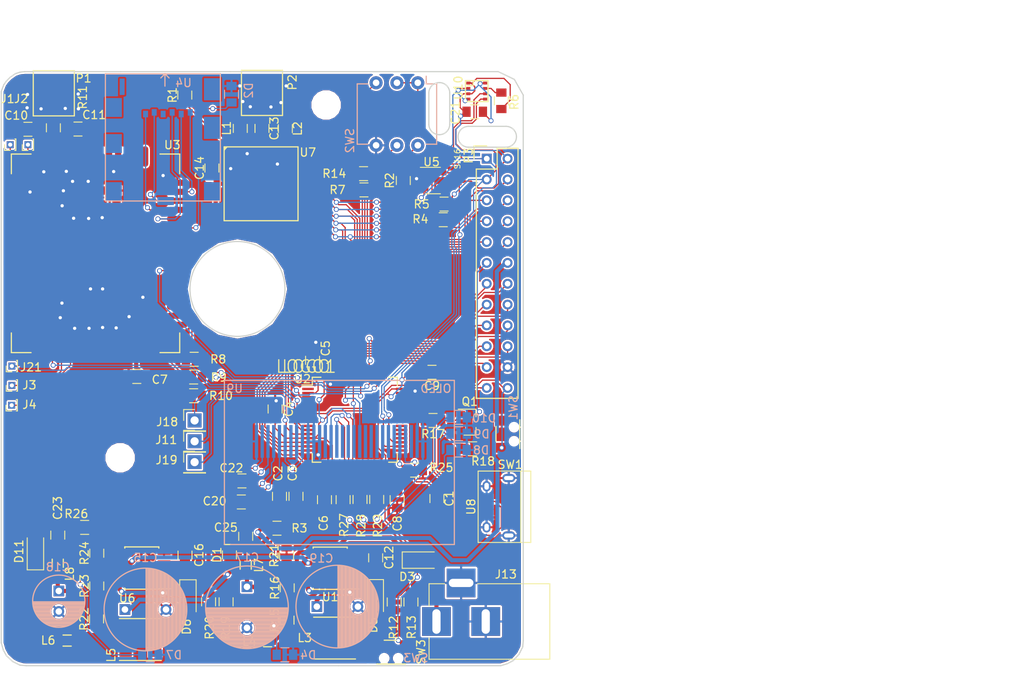
<source format=kicad_pcb>
(kicad_pcb (version 4) (host pcbnew 4.0.5+dfsg1-4)
  (layers (0 F.Cu signal) (31 B.Cu signal) (34 B.Paste user hide) (35 F.Paste user hide) (36 B.SilkS user hide) (37 F.SilkS user hide) (38 B.Mask user hide) (39 F.Mask user hide) (44 Edge.Cuts user))
  (net 0 "")
  (net 1 GND)
  (net 2 batt)
  (net 3 "Net-(C10-Pad2)")
  (net 4 +5V)
  (net 5 gps_standby)
  (net 6 gps_reset)
  (net 7 "Net-(D2-Pad2)")
  (net 8 "Net-(D3-Pad2)")
  (net 9 "Net-(D4-Pad2)")
  (net 10 "Net-(J1-Pad1)")
  (net 11 "Net-(J2-Pad1)")
  (net 12 "Net-(J3-Pad1)")
  (net 13 "Net-(J4-Pad1)")
  (net 14 PM_SS)
  (net 15 PM_SDO)
  (net 16 PM_SDI)
  (net 17 PM_SCK)
  (net 18 SWD_CLK)
  (net 19 SWD_DIO)
  (net 20 reset)
  (net 21 gps_fix)
  (net 22 "Net-(R2-Pad1)")
  (net 23 i2c_sda)
  (net 24 i2c_scl)
  (net 25 "Net-(R6-Pad1)")
  (net 26 Rx)
  (net 27 Tx)
  (net 28 UART_GPS_RX)
  (net 29 UART_GPS_TX)
  (net 30 WIRELESS_reset)
  (net 31 gps_pulses)
  (net 32 "Net-(C11-Pad2)")
  (net 33 "Net-(R8-Pad2)")
  (net 34 "Net-(R10-Pad2)")
  (net 35 +3V3)
  (net 36 "Net-(U3-Pad38)")
  (net 37 "Net-(U3-Pad39)")
  (net 38 "Net-(U3-Pad40)")
  (net 39 "Net-(U3-Pad41)")
  (net 40 "Net-(U3-Pad42)")
  (net 41 "Net-(J11-Pad1)")
  (net 42 "Net-(J18-Pad1)")
  (net 43 "Net-(J19-Pad1)")
  (net 44 "Net-(C13-Pad1)")
  (net 45 "Net-(C13-Pad2)")
  (net 46 PA11-USB-DM)
  (net 47 BOOT_signal)
  (net 48 BOOT_0)
  (net 49 "Net-(C12-Pad1)")
  (net 50 "Net-(D5-Pad1)")
  (net 51 "Net-(L3-Pad2)")
  (net 52 "Net-(R12-Pad1)")
  (net 53 "Net-(R15-Pad2)")
  (net 54 "Net-(Q1-Pad1)")
  (net 55 PM_meter_switch)
  (net 56 "Net-(C16-Pad1)")
  (net 57 "Net-(C18-Pad1)")
  (net 58 +9V)
  (net 59 "Net-(D6-Pad1)")
  (net 60 "Net-(D7-Pad2)")
  (net 61 "Net-(L5-Pad2)")
  (net 62 "Net-(R16-Pad2)")
  (net 63 "Net-(R19-Pad1)")
  (net 64 "Net-(R22-Pad2)")
  (net 65 "Net-(R23-Pad2)")
  (net 66 "Net-(D8-Pad2)")
  (net 67 "Net-(D9-Pad2)")
  (net 68 debug_on_off)
  (net 69 "Net-(SW3-Pad1)")
  (net 70 "Net-(D10-Pad2)")
  (net 71 "Net-(R27-Pad1)")
  (net 72 "Net-(R28-Pad1)")
  (net 73 "Net-(R29-Pad1)")
  (net 74 USART_debug_tx)
  (net 75 USART_debug_rx)
  (net 76 RI)
  (net 77 NETLIGHT)
  (net 78 PA12-USB-DP)
  (net 79 "Net-(C17-Pad1)")
  (net 80 NMOS)
  (net 81 "Net-(C1-Pad1)")
  (net 82 "Net-(C20-Pad1)")
  (net 83 "Net-(C20-Pad2)")
  (net 84 "Net-(C22-Pad1)")
  (net 85 "Net-(C22-Pad2)")
  (net 86 "Net-(R25-Pad1)")
  (net 87 OLED_D/C)
  (net 88 OLED_RESET)
  (net 89 OLED_CS)
  (module SNPM:OLED_display128x64_bottom (layer F.Cu) (at 173.00448 98.9076)
    (fp_text reference U9 (at -12.5 -6.5) (layer B.SilkS) (effects (justify mirror)))
    (fp_text value OLED_128x64 hide)
    (fp_text user OLED (at 12 -6.5) (layer B.SilkS) (effects (justify mirror)))
    (pad 1 smd rect (at -9.8425 -0.0635) (size 0.4 4) (layers B.Cu B.Paste B.Mask) (net 1 GND))
    (pad 2 smd rect (at -9.144 -0.0635) (size 0.4 4) (layers B.Cu B.Paste B.Mask) (net 84 "Net-(C22-Pad1)"))
    (pad 3 smd rect (at -8.4455 -0.0635) (size 0.4 4) (layers B.Cu B.Paste B.Mask) (net 85 "Net-(C22-Pad2)"))
    (pad 4 smd rect (at -7.747 -0.0635) (size 0.4 4) (layers B.Cu B.Paste B.Mask) (net 82 "Net-(C20-Pad1)"))
    (pad 5 smd rect (at -7.0485 -0.0635) (size 0.4 4) (layers B.Cu B.Paste B.Mask) (net 83 "Net-(C20-Pad2)"))
    (pad 6 smd rect (at -6.35 -0.0635) (size 0.4 4) (layers B.Cu B.Paste B.Mask) (net 35 +3V3))
    (pad 7 smd rect (at -5.6515 -0.0635) (size 0.4 4) (layers B.Cu B.Paste B.Mask))
    (pad 8 smd rect (at -4.953 -0.0635) (size 0.4 4) (layers B.Cu B.Paste B.Mask) (net 1 GND))
    (pad 9 smd rect (at -4.2545 -0.0635) (size 0.4 4) (layers B.Cu B.Paste B.Mask) (net 35 +3V3))
    (pad 10 smd rect (at -3.556 -0.0635) (size 0.4 4) (layers B.Cu B.Paste B.Mask) (net 1 GND))
    (pad 11 smd rect (at -2.8575 -0.0635) (size 0.4 4) (layers B.Cu B.Paste B.Mask) (net 1 GND))
    (pad 12 smd rect (at -2.159 -0.0635) (size 0.4 4) (layers B.Cu B.Paste B.Mask) (net 1 GND))
    (pad 13 smd rect (at -1.4605 -0.0635) (size 0.4 4) (layers B.Cu B.Paste B.Mask) (net 89 OLED_CS))
    (pad 14 smd rect (at -0.762 -0.0635) (size 0.4 4) (layers B.Cu B.Paste B.Mask) (net 88 OLED_RESET))
    (pad 15 smd rect (at -0.0635 -0.0635) (size 0.4 4) (layers B.Cu B.Paste B.Mask) (net 87 OLED_D/C))
    (pad 16 smd rect (at 0.635 -0.0635) (size 0.4 4) (layers B.Cu B.Paste B.Mask))
    (pad 17 smd rect (at 1.3335 -0.0635) (size 0.4 4) (layers B.Cu B.Paste B.Mask))
    (pad 18 smd rect (at 2.032 -0.0635) (size 0.4 4) (layers B.Cu B.Paste B.Mask) (net 17 PM_SCK))
    (pad 19 smd rect (at 2.7305 -0.0635) (size 0.4 4) (layers B.Cu B.Paste B.Mask) (net 15 PM_SDO))
    (pad 20 smd rect (at 3.429 -0.0635) (size 0.4 4) (layers B.Cu B.Paste B.Mask))
    (pad 21 smd rect (at 4.1275 -0.0635) (size 0.4 4) (layers B.Cu B.Paste B.Mask))
    (pad 22 smd rect (at 4.826 -0.0635) (size 0.4 4) (layers B.Cu B.Paste B.Mask))
    (pad 23 smd rect (at 5.5245 -0.0635) (size 0.4 4) (layers B.Cu B.Paste B.Mask))
    (pad 24 smd rect (at 6.223 -0.0635) (size 0.4 4) (layers B.Cu B.Paste B.Mask))
    (pad 25 smd rect (at 6.9215 -0.0635) (size 0.4 4) (layers B.Cu B.Paste B.Mask))
    (pad 26 smd rect (at 7.62 -0.0635) (size 0.4 4) (layers B.Cu B.Paste B.Mask) (net 86 "Net-(R25-Pad1)"))
    (pad 27 smd rect (at 8.3185 -0.0635) (size 0.4 4) (layers B.Cu B.Paste B.Mask) (net 81 "Net-(C1-Pad1)"))
    (pad 28 smd rect (at 9.017 -0.0635) (size 0.4 4) (layers B.Cu B.Paste B.Mask))
    (pad 29 smd rect (at 9.7155 -0.0635) (size 0.4 4) (layers B.Cu B.Paste B.Mask) (net 1 GND))
    (pad 30 smd rect (at 10.414 -0.0635) (size 0.4 4) (layers B.Cu B.Paste B.Mask) (net 1 GND))
  )
  (module SNPM:TQFP-64_10x10mm_Pitch0.5mm (layer F.Cu) (at 175.133 96.2025)
    (fp_text reference U2 (at -6.35 -4.953) (layer F.SilkS))
    (fp_text value stm32f072)
    (pad 1 smd rect (at -5.7 -3.75) (size 1.4 0.3) (layers F.Cu F.Paste F.Mask))
    (pad 2 smd rect (at -5.7 -3.25) (size 1.4 0.3) (layers F.Cu F.Paste F.Mask) (net 76 RI))
    (pad 3 smd rect (at -5.7 -2.75) (size 1.4 0.3) (layers F.Cu F.Paste F.Mask) (net 77 NETLIGHT))
    (pad 4 smd rect (at -5.7 -2.25) (size 1.4 0.3) (layers F.Cu F.Paste F.Mask))
    (pad 5 smd rect (at -5.7 -1.75) (size 1.4 0.3) (layers F.Cu F.Paste F.Mask))
    (pad 6 smd rect (at -5.7 -1.25) (size 1.4 0.3) (layers F.Cu F.Paste F.Mask))
    (pad 7 smd rect (at -5.7 -0.75) (size 1.4 0.3) (layers F.Cu F.Paste F.Mask) (net 20 reset))
    (pad 8 smd rect (at -5.7 -0.25) (size 1.4 0.3) (layers F.Cu F.Paste F.Mask) (net 42 "Net-(J18-Pad1)"))
    (pad 9 smd rect (at -5.7 0.25) (size 1.4 0.3) (layers F.Cu F.Paste F.Mask) (net 41 "Net-(J11-Pad1)"))
    (pad 10 smd rect (at -5.7 0.75) (size 1.4 0.3) (layers F.Cu F.Paste F.Mask) (net 31 gps_pulses))
    (pad 11 smd rect (at -5.7 1.25) (size 1.4 0.3) (layers F.Cu F.Paste F.Mask) (net 6 gps_reset))
    (pad 12 smd rect (at -5.7 1.75) (size 1.4 0.3) (layers F.Cu F.Paste F.Mask) (net 43 "Net-(J19-Pad1)"))
    (pad 13 smd rect (at -5.7 2.25) (size 1.4 0.3) (layers F.Cu F.Paste F.Mask) (net 35 +3V3))
    (pad 14 smd rect (at -5.7 2.75) (size 1.4 0.3) (layers F.Cu F.Paste F.Mask) (net 5 gps_standby))
    (pad 15 smd rect (at -5.7 3.25) (size 1.4 0.3) (layers F.Cu F.Paste F.Mask) (net 21 gps_fix))
    (pad 16 smd rect (at -5.7 3.75) (size 1.4 0.3) (layers F.Cu F.Paste F.Mask) (net 29 UART_GPS_TX))
    (pad 17 smd rect (at -3.75 5.7 90) (size 1.4 0.3) (layers F.Cu F.Paste F.Mask) (net 28 UART_GPS_RX))
    (pad 18 smd rect (at -3.25 5.7 90) (size 1.4 0.3) (layers F.Cu F.Paste F.Mask) (net 1 GND))
    (pad 19 smd rect (at -2.75 5.7 90) (size 1.4 0.3) (layers F.Cu F.Paste F.Mask) (net 35 +3V3))
    (pad 20 smd rect (at -2.25 5.7 90) (size 1.4 0.3) (layers F.Cu F.Paste F.Mask))
    (pad 21 smd rect (at -1.75 5.7 90) (size 1.4 0.3) (layers F.Cu F.Paste F.Mask))
    (pad 22 smd rect (at -1.25 5.7 90) (size 1.4 0.3) (layers F.Cu F.Paste F.Mask) (net 87 OLED_D/C))
    (pad 23 smd rect (at -0.75 5.7 90) (size 1.4 0.3) (layers F.Cu F.Paste F.Mask) (net 88 OLED_RESET))
    (pad 24 smd rect (at -0.25 5.7 90) (size 1.4 0.3) (layers F.Cu F.Paste F.Mask) (net 89 OLED_CS))
    (pad 25 smd rect (at 0.25 5.7 90) (size 1.4 0.3) (layers F.Cu F.Paste F.Mask) (net 71 "Net-(R27-Pad1)"))
    (pad 26 smd rect (at 0.75 5.7 90) (size 1.4 0.3) (layers F.Cu F.Paste F.Mask))
    (pad 27 smd rect (at 1.25 5.7 90) (size 1.4 0.3) (layers F.Cu F.Paste F.Mask) (net 72 "Net-(R28-Pad1)"))
    (pad 28 smd rect (at 1.75 5.7 90) (size 1.4 0.3) (layers F.Cu F.Paste F.Mask) (net 73 "Net-(R29-Pad1)"))
    (pad 29 smd rect (at 2.25 5.7 90) (size 1.4 0.3) (layers F.Cu F.Paste F.Mask) (net 69 "Net-(SW3-Pad1)"))
    (pad 30 smd rect (at 2.75 5.7 90) (size 1.4 0.3) (layers F.Cu F.Paste F.Mask))
    (pad 31 smd rect (at 3.25 5.7 90) (size 1.4 0.3) (layers F.Cu F.Paste F.Mask) (net 1 GND))
    (pad 32 smd rect (at 3.75 5.7 90) (size 1.4 0.3) (layers F.Cu F.Paste F.Mask) (net 35 +3V3))
    (pad 33 smd rect (at 5.7 3.75) (size 1.4 0.3) (layers F.Cu F.Paste F.Mask))
    (pad 34 smd rect (at 5.7 3.25) (size 1.4 0.3) (layers F.Cu F.Paste F.Mask) (net 24 i2c_scl))
    (pad 35 smd rect (at 5.7 2.75) (size 1.4 0.3) (layers F.Cu F.Paste F.Mask) (net 23 i2c_sda))
    (pad 36 smd rect (at 5.7 2.25) (size 1.4 0.3) (layers F.Cu F.Paste F.Mask))
    (pad 37 smd rect (at 5.7 1.75) (size 1.4 0.3) (layers F.Cu F.Paste F.Mask))
    (pad 38 smd rect (at 5.7 1.25) (size 1.4 0.3) (layers F.Cu F.Paste F.Mask))
    (pad 39 smd rect (at 5.7 0.75) (size 1.4 0.3) (layers F.Cu F.Paste F.Mask))
    (pad 40 smd rect (at 5.7 0.25) (size 1.4 0.3) (layers F.Cu F.Paste F.Mask))
    (pad 41 smd rect (at 5.7 -0.25) (size 1.4 0.3) (layers F.Cu F.Paste F.Mask))
    (pad 42 smd rect (at 5.7 -0.75) (size 1.4 0.3) (layers F.Cu F.Paste F.Mask))
    (pad 43 smd rect (at 5.7 -1.25) (size 1.4 0.3) (layers F.Cu F.Paste F.Mask) (net 55 PM_meter_switch))
    (pad 44 smd rect (at 5.7 -1.75) (size 1.4 0.3) (layers F.Cu F.Paste F.Mask) (net 46 PA11-USB-DM))
    (pad 45 smd rect (at 5.7 -2.25) (size 1.4 0.3) (layers F.Cu F.Paste F.Mask) (net 78 PA12-USB-DP))
    (pad 46 smd rect (at 5.7 -2.75) (size 1.4 0.3) (layers F.Cu F.Paste F.Mask) (net 19 SWD_DIO))
    (pad 47 smd rect (at 5.7 -3.25) (size 1.4 0.3) (layers F.Cu F.Paste F.Mask) (net 1 GND))
    (pad 48 smd rect (at 5.7 -3.75) (size 1.4 0.3) (layers F.Cu F.Paste F.Mask) (net 35 +3V3))
    (pad 49 smd rect (at 3.75 -5.7 90) (size 1.4 0.3) (layers F.Cu F.Paste F.Mask) (net 18 SWD_CLK))
    (pad 50 smd rect (at 3.25 -5.7 90) (size 1.4 0.3) (layers F.Cu F.Paste F.Mask))
    (pad 51 smd rect (at 2.75 -5.7 90) (size 1.4 0.3) (layers F.Cu F.Paste F.Mask) (net 27 Tx))
    (pad 52 smd rect (at 2.25 -5.7 90) (size 1.4 0.3) (layers F.Cu F.Paste F.Mask) (net 26 Rx))
    (pad 53 smd rect (at 1.75 -5.7 90) (size 1.4 0.3) (layers F.Cu F.Paste F.Mask) (net 30 WIRELESS_reset))
    (pad 54 smd rect (at 1.25 -5.7 90) (size 1.4 0.3) (layers F.Cu F.Paste F.Mask) (net 14 PM_SS))
    (pad 55 smd rect (at 0.75 -5.7 90) (size 1.4 0.3) (layers F.Cu F.Paste F.Mask) (net 17 PM_SCK))
    (pad 56 smd rect (at 0.25 -5.7 90) (size 1.4 0.3) (layers F.Cu F.Paste F.Mask) (net 15 PM_SDO))
    (pad 57 smd rect (at -0.25 -5.7 90) (size 1.4 0.3) (layers F.Cu F.Paste F.Mask) (net 16 PM_SDI))
    (pad 58 smd rect (at -0.75 -5.7 90) (size 1.4 0.3) (layers F.Cu F.Paste F.Mask) (net 74 USART_debug_tx))
    (pad 59 smd rect (at -1.25 -5.7 90) (size 1.4 0.3) (layers F.Cu F.Paste F.Mask) (net 75 USART_debug_rx))
    (pad 60 smd rect (at -1.75 -5.7 90) (size 1.4 0.3) (layers F.Cu F.Paste F.Mask) (net 48 BOOT_0))
    (pad 61 smd rect (at -2.25 -5.7 90) (size 1.4 0.3) (layers F.Cu F.Paste F.Mask) (net 47 BOOT_signal))
    (pad 62 smd rect (at -2.75 -5.7 90) (size 1.4 0.3) (layers F.Cu F.Paste F.Mask) (net 68 debug_on_off))
    (pad 63 smd rect (at -3.25 -5.7 90) (size 1.4 0.3) (layers F.Cu F.Paste F.Mask) (net 1 GND))
    (pad 64 smd rect (at -3.75 -5.7 90) (size 1.4 0.3) (layers F.Cu F.Paste F.Mask) (net 35 +3V3))
  )
  (module SNPM:SMD_0805 (layer F.Cu) (at 169.9895 88.9635 270)
    (fp_text reference C5 (at -1.4605 -1.5875 270) (layer F.SilkS))
    (fp_text value 100n)
    (pad 1 smd rect (at -1 0 270) (size 1 1.25) (layers F.Cu F.Paste F.Mask) (net 1 GND))
    (pad 2 smd rect (at 1 0 270) (size 1 1.25) (layers F.Cu F.Paste F.Mask) (net 35 +3V3))
  )
  (module SNPM:SMD_0805 (layer F.Cu) (at 171.43984 105.94848 270)
    (fp_text reference C6 (at 2.86004 0.11684 270) (layer F.SilkS))
    (fp_text value C)
    (pad 1 smd rect (at -1 0 270) (size 1 1.25) (layers F.Cu F.Paste F.Mask) (net 35 +3V3))
    (pad 2 smd rect (at 1 0 270) (size 1 1.25) (layers F.Cu F.Paste F.Mask) (net 1 GND))
  )
  (module SNPM:SMD_0805 (layer F.Cu) (at 148.59 90.932 180)
    (fp_text reference C7 (at -2.794 -0.381 180) (layer F.SilkS))
    (fp_text value 100n)
    (pad 1 smd rect (at -1 0 180) (size 1 1.25) (layers F.Cu F.Paste F.Mask) (net 35 +3V3))
    (pad 2 smd rect (at 1 0 180) (size 1 1.25) (layers F.Cu F.Paste F.Mask) (net 1 GND))
  )
  (module SNPM:SMD_0805 (layer F.Cu) (at 184.531 90.424 180)
    (fp_text reference C9 (at 0 -1.651 180) (layer F.SilkS))
    (fp_text value C)
    (pad 1 smd rect (at -1 0 180) (size 1 1.25) (layers F.Cu F.Paste F.Mask) (net 1 GND))
    (pad 2 smd rect (at 1 0 180) (size 1 1.25) (layers F.Cu F.Paste F.Mask) (net 35 +3V3))
  )
  (module SNPM:SMD_0805 (layer F.Cu) (at 135.3312 60.8076)
    (fp_text reference C10 (at -1.42748 -1.67894 180) (layer F.SilkS))
    (fp_text value NC)
    (pad 1 smd rect (at -1 0) (size 1 1.25) (layers F.Cu F.Paste F.Mask) (net 1 GND))
    (pad 2 smd rect (at 1 0) (size 1 1.25) (layers F.Cu F.Paste F.Mask) (net 3 "Net-(C10-Pad2)"))
  )
  (module SNPM:SMD_0805 (layer F.Cu) (at 141.4272 60.7822 180)
    (fp_text reference C11 (at -1.97358 1.7272 360) (layer F.SilkS))
    (fp_text value NC)
    (pad 1 smd rect (at -1 0 180) (size 1 1.25) (layers F.Cu F.Paste F.Mask) (net 1 GND))
    (pad 2 smd rect (at 1 0 180) (size 1 1.25) (layers F.Cu F.Paste F.Mask) (net 32 "Net-(C11-Pad2)"))
  )
  (module SNPM:SMD_0805 (layer F.Cu) (at 163.83 60.706 270)
    (fp_text reference C13 (at 0 -1.5 270) (layer F.SilkS))
    (fp_text value C)
    (pad 1 smd rect (at -1 0 270) (size 1 1.25) (layers F.Cu F.Paste F.Mask) (net 44 "Net-(C13-Pad1)"))
    (pad 2 smd rect (at 1 0 270) (size 1 1.25) (layers F.Cu F.Paste F.Mask) (net 45 "Net-(C13-Pad2)"))
  )
  (module SNPM:SMD_0805 (layer F.Cu) (at 157.734 65.532 90)
    (fp_text reference C14 (at 0 -1.5 90) (layer F.SilkS))
    (fp_text value 2,2u)
    (pad 1 smd rect (at -1 0 90) (size 1 1.25) (layers F.Cu F.Paste F.Mask) (net 35 +3V3))
    (pad 2 smd rect (at 1 0 90) (size 1 1.25) (layers F.Cu F.Paste F.Mask) (net 1 GND))
  )
  (module SNPM:SMD_0805 (layer F.Cu) (at 189.738 58.674)
    (fp_text reference C21 (at -2.34442 0.13462 90) (layer F.SilkS))
    (fp_text value 100n)
    (pad 1 smd rect (at -1 0) (size 1 1.25) (layers F.Cu F.Paste F.Mask) (net 35 +3V3))
    (pad 2 smd rect (at 1 0) (size 1 1.25) (layers F.Cu F.Paste F.Mask) (net 1 GND))
  )
  (module SNPM:SMD_0805 (layer F.Cu) (at 138.9634 110.2614 90)
    (fp_text reference C23 (at 3.302 0 90) (layer F.SilkS))
    (fp_text value 10u)
    (pad 1 smd rect (at -1 0 90) (size 1 1.25) (layers F.Cu F.Paste F.Mask) (net 35 +3V3))
    (pad 2 smd rect (at 1 0 90) (size 1 1.25) (layers F.Cu F.Paste F.Mask) (net 1 GND))
  )
  (module SNPM:SMD_0805 (layer F.Cu) (at 161.8488 110.4138 90)
    (fp_text reference C25 (at 1.08204 -2.41808 180) (layer F.SilkS))
    (fp_text value 100n)
    (pad 1 smd rect (at -1 0 90) (size 1 1.25) (layers F.Cu F.Paste F.Mask) (net 4 +5V))
    (pad 2 smd rect (at 1 0 90) (size 1 1.25) (layers F.Cu F.Paste F.Mask) (net 1 GND))
  )
  (module SNPM:D_SOD-123 (layer F.Cu) (at 183.1594 113.3094)
    (fp_text reference D3 (at -1.651 2.032) (layer F.SilkS))
    (fp_text value D_Schottky_ss14)
    (pad 1 smd rect (at -1.65 0) (size 0.9 1.2) (layers F.Cu F.Paste F.Mask) (net 58 +9V))
    (pad 2 smd rect (at 1.65 0) (size 0.9 1.2) (layers F.Cu F.Paste F.Mask) (net 8 "Net-(D3-Pad2)"))
  )
  (module SNPM:Pin_Header_Straight_1x01_Pitch1.00mm (layer F.Cu) (at 133.1722 62.6872 90)
    (fp_text reference J1 (at 5.57784 -0.31496 180) (layer F.SilkS))
    (fp_text value CONN_01X01)
    (pad 1 thru_hole rect (at 0 0 90) (size 0.85 0.85) (drill 0.5) (layers *.Cu *.Mask) (net 10 "Net-(J1-Pad1)"))
  )
  (module SNPM:Pin_Header_Straight_1x01_Pitch1.00mm (layer F.Cu) (at 135.3312 62.6872 90)
    (fp_text reference J2 (at 5.59562 -0.83312 180) (layer F.SilkS))
    (fp_text value CONN_01X01)
    (pad 1 thru_hole rect (at 0 0 90) (size 0.85 0.85) (drill 0.5) (layers *.Cu *.Mask) (net 11 "Net-(J2-Pad1)"))
  )
  (module SNPM:Pin_Header_Straight_1x01_Pitch1.00mm (layer F.Cu) (at 133.3754 92.0242 90)
    (fp_text reference J3 (at 0.03556 2.13868 180) (layer F.SilkS))
    (fp_text value CONN_01X01)
    (pad 1 thru_hole rect (at 0 0 90) (size 0.85 0.85) (drill 0.5) (layers *.Cu *.Mask) (net 12 "Net-(J3-Pad1)"))
  )
  (module SNPM:Pin_Header_Straight_1x01_Pitch1.00mm (layer F.Cu) (at 133.35 94.4372 90)
    (fp_text reference J4 (at 0.06858 2.16408 180) (layer F.SilkS))
    (fp_text value CONN_01X01)
    (pad 1 thru_hole rect (at 0 0 90) (size 0.85 0.85) (drill 0.5) (layers *.Cu *.Mask) (net 13 "Net-(J4-Pad1)"))
  )
  (module SNPM:MountingHole_3.2mm_M3_DIN965 (layer F.Cu) (at 146.558 100.838)
    (fp_text reference J5 hide)
    (fp_text value CONN_01X01)
    (pad 1 np_thru_hole circle (at 0 0) (size 3.2 3.2) (drill 3.2) (layers *.Cu *.Mask))
  )
  (module SNPM:MountingHole_3.2mm_M3_DIN965 (layer F.Cu) (at 171.6405 57.8485)
    (fp_text reference J6 hide)
    (fp_text value CONN_01X01)
    (pad 1 np_thru_hole circle (at 0 0) (size 3.2 3.2) (drill 3.2) (layers *.Cu *.Mask))
  )
  (module SNPM:BARREL_JACK (layer F.Cu) (at 185.0771 120.7897 180)
    (fp_text reference J13 (at -8.45 5.75 360) (layer F.SilkS))
    (fp_text value BARREL_JACK)
    (pad 1 thru_hole rect (at 0 0 180) (size 3.5 3.5) (drill oval 1 3) (layers *.Cu *.Mask) (net 8 "Net-(D3-Pad2)"))
    (pad 2 thru_hole rect (at -6 0 180) (size 3.5 3.5) (drill oval 1 3) (layers *.Cu *.Mask) (net 1 GND))
    (pad 3 thru_hole rect (at -3 4.7 180) (size 3.5 3.5) (drill oval 3 1) (layers *.Cu *.Mask) (net 1 GND))
  )
  (module SNPM:SMD_0805 (layer F.Cu) (at 166.6748 60.7314 270)
    (fp_text reference L2 (at 0 -1.5 270) (layer F.SilkS))
    (fp_text value L)
    (pad 1 smd rect (at -1 0 270) (size 1 1.25) (layers F.Cu F.Paste F.Mask) (net 44 "Net-(C13-Pad1)"))
    (pad 2 smd rect (at 1 0 270) (size 1 1.25) (layers F.Cu F.Paste F.Mask) (net 1 GND))
  )
  (module SNPM:SMD_0805 (layer F.Cu) (at 154.432 56.642 90)
    (fp_text reference R1 (at 0 -1.5 90) (layer F.SilkS))
    (fp_text value R)
    (pad 1 smd rect (at -1 0 90) (size 1 1.25) (layers F.Cu F.Paste F.Mask) (net 21 gps_fix))
    (pad 2 smd rect (at 1 0 90) (size 1 1.25) (layers F.Cu F.Paste F.Mask) (net 7 "Net-(D2-Pad2)"))
  )
  (module SNPM:SMD_0805 (layer F.Cu) (at 181.0385 67.056 270)
    (fp_text reference R2 (at 0 1.651 270) (layer F.SilkS))
    (fp_text value 4.7k)
    (pad 1 smd rect (at -1 0 270) (size 1 1.25) (layers F.Cu F.Paste F.Mask) (net 22 "Net-(R2-Pad1)"))
    (pad 2 smd rect (at 1 0 270) (size 1 1.25) (layers F.Cu F.Paste F.Mask) (net 1 GND))
  )
  (module SNPM:SMD_0805 (layer F.Cu) (at 165.6588 109.4232)
    (fp_text reference R3 (at 2.7305 0) (layer F.SilkS))
    (fp_text value 8k2)
    (pad 1 smd rect (at -1 0) (size 1 1.25) (layers F.Cu F.Paste F.Mask) (net 4 +5V))
    (pad 2 smd rect (at 1 0) (size 1 1.25) (layers F.Cu F.Paste F.Mask) (net 9 "Net-(D4-Pad2)"))
  )
  (module SNPM:SMD_0805 (layer F.Cu) (at 185.9026 71.8312 180)
    (fp_text reference R4 (at 2.7813 0.06604 180) (layer F.SilkS))
    (fp_text value 4.7k)
    (pad 1 smd rect (at -1 0 180) (size 1 1.25) (layers F.Cu F.Paste F.Mask) (net 23 i2c_sda))
    (pad 2 smd rect (at 1 0 180) (size 1 1.25) (layers F.Cu F.Paste F.Mask) (net 35 +3V3))
  )
  (module SNPM:SMD_0805 (layer F.Cu) (at 186.0042 69.9262 180)
    (fp_text reference R5 (at 2.73304 -0.02032 180) (layer F.SilkS))
    (fp_text value 4.7k)
    (pad 1 smd rect (at -1 0 180) (size 1 1.25) (layers F.Cu F.Paste F.Mask) (net 24 i2c_scl))
    (pad 2 smd rect (at 1 0 180) (size 1 1.25) (layers F.Cu F.Paste F.Mask) (net 35 +3V3))
  )
  (module SNPM:SMD_0805 (layer F.Cu) (at 192.9765 57.3405 270)
    (fp_text reference R6 (at 0.15748 -1.56972 270) (layer F.SilkS))
    (fp_text value 22k)
    (pad 1 smd rect (at -1 0 270) (size 1 1.25) (layers F.Cu F.Paste F.Mask) (net 25 "Net-(R6-Pad1)"))
    (pad 2 smd rect (at 1 0 270) (size 1 1.25) (layers F.Cu F.Paste F.Mask) (net 35 +3V3))
  )
  (module SNPM:SMD_0805 (layer F.Cu) (at 176.2506 68.199)
    (fp_text reference R7 (at -3.2258 -0.00762) (layer F.SilkS))
    (fp_text value 10k)
    (pad 1 smd rect (at -1 0) (size 1 1.25) (layers F.Cu F.Paste F.Mask) (net 1 GND))
    (pad 2 smd rect (at 1 0) (size 1 1.25) (layers F.Cu F.Paste F.Mask) (net 48 BOOT_0))
  )
  (module SNPM:SMD_0805 (layer F.Cu) (at 155.575 88.8365 180)
    (fp_text reference R8 (at -2.921 0 180) (layer F.SilkS))
    (fp_text value 1k)
    (pad 1 smd rect (at -1 0 180) (size 1 1.25) (layers F.Cu F.Paste F.Mask) (net 26 Rx))
    (pad 2 smd rect (at 1 0 180) (size 1 1.25) (layers F.Cu F.Paste F.Mask) (net 33 "Net-(R8-Pad2)"))
  )
  (module SNPM:SMD_0805 (layer F.Cu) (at 155.5115 90.9955 180)
    (fp_text reference R9 (at -3.048 -0.0508 180) (layer F.SilkS))
    (fp_text value 1k)
    (pad 1 smd rect (at -1 0 180) (size 1 1.25) (layers F.Cu F.Paste F.Mask) (net 27 Tx))
    (pad 2 smd rect (at 1 0 180) (size 1 1.25) (layers F.Cu F.Paste F.Mask) (net 34 "Net-(R10-Pad2)"))
  )
  (module SNPM:SMD_0805 (layer F.Cu) (at 155.5115 93.2815 180)
    (fp_text reference R10 (at -3.3274 0 180) (layer F.SilkS))
    (fp_text value 10k)
    (pad 1 smd rect (at -1 0 180) (size 1 1.25) (layers F.Cu F.Paste F.Mask) (net 1 GND))
    (pad 2 smd rect (at 1 0 180) (size 1 1.25) (layers F.Cu F.Paste F.Mask) (net 34 "Net-(R10-Pad2)"))
  )
  (module SNPM:SMD_0805 (layer F.Cu) (at 176.1998 66.2178)
    (fp_text reference R14 (at -3.56616 -0.00508 180) (layer F.SilkS))
    (fp_text value 10k)
    (pad 1 smd rect (at -1 0) (size 1 1.25) (layers F.Cu F.Paste F.Mask) (net 1 GND))
    (pad 2 smd rect (at 1 0) (size 1 1.25) (layers F.Cu F.Paste F.Mask) (net 47 BOOT_signal))
  )
  (module SNPM:quectel_BC95 (layer F.Cu) (at 143.764 76.327)
    (fp_text reference U3 (at 9.15 -13.6) (layer F.SilkS))
    (fp_text value QUECTEL_BC95)
    (pad 62 smd rect (at -1.05 7.25) (size 1 1) (layers F.Cu F.Paste F.Mask) (net 1 GND))
    (pad 61 smd rect (at -2.75 7.25) (size 1 1) (layers F.Cu F.Paste F.Mask) (net 1 GND))
    (pad 81 smd rect (at -2.75 5.55) (size 1 1) (layers F.Cu F.Paste F.Mask) (net 1 GND))
    (pad 82 smd rect (at -1.05 5.55) (size 1 1) (layers F.Cu F.Paste F.Mask) (net 1 GND))
    (pad 73 smd rect (at -1.05 -8.05) (size 1 1) (layers F.Cu F.Paste F.Mask) (net 1 GND))
    (pad 93 smd rect (at -1.05 -6.35) (size 1 1) (layers F.Cu F.Paste F.Mask) (net 1 GND))
    (pad 74 smd rect (at -2.75 -8.05) (size 1 1) (layers F.Cu F.Paste F.Mask) (net 1 GND))
    (pad 94 smd rect (at -2.75 -6.35) (size 1 1) (layers F.Cu F.Paste F.Mask) (net 1 GND))
    (pad 60 smd rect (at -6.15 3.85) (size 1 1) (layers F.Cu F.Paste F.Mask) (net 1 GND))
    (pad 80 smd rect (at -4.45 3.85) (size 1 1) (layers F.Cu F.Paste F.Mask))
    (pad 59 smd rect (at -6.15 2.15) (size 1 1) (layers F.Cu F.Paste F.Mask) (net 1 GND))
    (pad 79 smd rect (at -4.45 2.15) (size 1 1) (layers F.Cu F.Paste F.Mask))
    (pad 58 smd rect (at -6.15 0.45) (size 1 1) (layers F.Cu F.Paste F.Mask))
    (pad 78 smd rect (at -4.45 0.45) (size 1 1) (layers F.Cu F.Paste F.Mask))
    (pad 57 smd rect (at -6.15 -1.25) (size 1 1) (layers F.Cu F.Paste F.Mask))
    (pad 77 smd rect (at -4.45 -1.25) (size 1 1) (layers F.Cu F.Paste F.Mask))
    (pad 56 smd rect (at -6.15 -2.95) (size 1 1) (layers F.Cu F.Paste F.Mask))
    (pad 76 smd rect (at -4.45 -2.95) (size 1 1) (layers F.Cu F.Paste F.Mask))
    (pad 55 smd rect (at -6.15 -4.65) (size 1 1) (layers F.Cu F.Paste F.Mask))
    (pad 27 smd oval (at 5.85 11.4) (size 0.75 2.5) (layers F.Cu F.Paste F.Mask))
    (pad 26 smd oval (at 4.75 11.4) (size 0.75 2.5) (layers F.Cu F.Paste F.Mask) (net 35 +3V3))
    (pad 25 smd oval (at 3.65 11.4) (size 0.75 2.5) (layers F.Cu F.Paste F.Mask))
    (pad 24 smd oval (at 2.55 11.4) (size 0.75 2.5) (layers F.Cu F.Paste F.Mask))
    (pad 23 smd oval (at 1.45 11.4) (size 0.75 2.5) (layers F.Cu F.Paste F.Mask))
    (pad 22 smd oval (at 0.35 11.4) (size 0.75 2.5) (layers F.Cu F.Paste F.Mask))
    (pad 21 smd oval (at -2.15 11.4) (size 0.75 2.5) (layers F.Cu F.Paste F.Mask))
    (pad 20 smd oval (at -3.25 11.4) (size 0.75 2.5) (layers F.Cu F.Paste F.Mask) (net 13 "Net-(J4-Pad1)"))
    (pad 19 smd oval (at -4.35 11.4) (size 0.75 2.5) (layers F.Cu F.Paste F.Mask) (net 12 "Net-(J3-Pad1)"))
    (pad 18 smd oval (at -5.45 11.4) (size 0.75 2.5) (layers F.Cu F.Paste F.Mask) (net 77 NETLIGHT))
    (pad 17 smd oval (at -6.55 11.4) (size 0.75 2.5) (layers F.Cu F.Paste F.Mask))
    (pad 28 smd oval (at 9.75 8.3) (size 2.5 0.75) (layers F.Cu F.Paste F.Mask))
    (pad 29 smd oval (at 9.75 7.2) (size 2.5 0.75) (layers F.Cu F.Paste F.Mask) (net 34 "Net-(R10-Pad2)"))
    (pad 30 smd oval (at 9.75 6.1) (size 2.5 0.75) (layers F.Cu F.Paste F.Mask) (net 33 "Net-(R8-Pad2)"))
    (pad 31 smd oval (at 9.75 5) (size 2.5 0.75) (layers F.Cu F.Paste F.Mask))
    (pad 32 smd oval (at 9.75 3.9) (size 2.5 0.75) (layers F.Cu F.Paste F.Mask))
    (pad 33 smd oval (at 9.75 2.8) (size 2.5 0.75) (layers F.Cu F.Paste F.Mask))
    (pad 34 smd oval (at 9.75 1.7) (size 2.5 0.75) (layers F.Cu F.Paste F.Mask) (net 76 RI))
    (pad 35 smd oval (at 9.75 -0.2) (size 2.5 0.75) (layers F.Cu F.Paste F.Mask))
    (pad 36 smd oval (at 9.75 -1.3) (size 2.5 0.75) (layers F.Cu F.Paste F.Mask))
    (pad 37 smd oval (at 9.75 -2.4) (size 2.5 0.75) (layers F.Cu F.Paste F.Mask))
    (pad 38 smd oval (at 9.75 -3.5) (size 2.5 0.75) (layers F.Cu F.Paste F.Mask) (net 36 "Net-(U3-Pad38)"))
    (pad 39 smd oval (at 9.75 -4.6) (size 2.5 0.75) (layers F.Cu F.Paste F.Mask) (net 37 "Net-(U3-Pad39)"))
    (pad 40 smd oval (at 9.75 -5.7) (size 2.5 0.75) (layers F.Cu F.Paste F.Mask) (net 38 "Net-(U3-Pad40)"))
    (pad 41 smd oval (at 9.75 -6.8) (size 2.5 0.75) (layers F.Cu F.Paste F.Mask) (net 39 "Net-(U3-Pad41)"))
    (pad 42 smd oval (at 9.75 -7.9) (size 2.5 0.75) (layers F.Cu F.Paste F.Mask) (net 40 "Net-(U3-Pad42)"))
    (pad 43 smd oval (at 9.75 -9) (size 2.5 0.75) (layers F.Cu F.Paste F.Mask) (net 1 GND))
    (pad 54 smd oval (at -6.55 -12.2) (size 0.75 2.5) (layers F.Cu F.Paste F.Mask) (net 1 GND))
    (pad 53 smd oval (at -5.45 -12.2) (size 0.75 2.5) (layers F.Cu F.Paste F.Mask) (net 3 "Net-(C10-Pad2)"))
    (pad 52 smd oval (at -4.35 -12.2) (size 0.75 2.5) (layers F.Cu F.Paste F.Mask) (net 1 GND))
    (pad 51 smd oval (at -3.25 -12.2) (size 0.75 2.5) (layers F.Cu F.Paste F.Mask) (net 1 GND))
    (pad 50 smd oval (at -2.15 -12.2) (size 0.75 2.5) (layers F.Cu F.Paste F.Mask))
    (pad 49 smd oval (at 0.35 -12.2) (size 0.75 2.5) (layers F.Cu F.Paste F.Mask))
    (pad 48 smd oval (at 1.45 -12.2) (size 0.75 2.5) (layers F.Cu F.Paste F.Mask) (net 1 GND))
    (pad 47 smd oval (at 2.55 -12.2) (size 0.75 2.5) (layers F.Cu F.Paste F.Mask) (net 1 GND))
    (pad 46 smd oval (at 3.65 -12.2) (size 0.75 2.5) (layers F.Cu F.Paste F.Mask) (net 2 batt))
    (pad 45 smd oval (at 4.75 -12.2) (size 0.75 2.5) (layers F.Cu F.Paste F.Mask) (net 2 batt))
    (pad 44 smd oval (at 5.85 -12.2) (size 0.75 2.5) (layers F.Cu F.Paste F.Mask))
    (pad 1 smd oval (at -10.15 -9) (size 2.5 0.75) (layers F.Cu F.Paste F.Mask))
    (pad 2 smd oval (at -10.15 -7.9) (size 2.5 0.75) (layers F.Cu F.Paste F.Mask) (net 1 GND))
    (pad 3 smd oval (at -10.15 -6.8) (size 2.5 0.75) (layers F.Cu F.Paste F.Mask) (net 10 "Net-(J1-Pad1)"))
    (pad 4 smd oval (at -10.15 -5.7) (size 2.5 0.75) (layers F.Cu F.Paste F.Mask) (net 11 "Net-(J2-Pad1)"))
    (pad 5 smd oval (at -10.15 -4.6) (size 2.5 0.75) (layers F.Cu F.Paste F.Mask))
    (pad 6 smd oval (at -10.15 -3.5) (size 2.5 0.75) (layers F.Cu F.Paste F.Mask))
    (pad 7 smd oval (at -10.15 -2.4) (size 2.5 0.75) (layers F.Cu F.Paste F.Mask))
    (pad 8 smd oval (at -10.15 -1.3) (size 2.5 0.75) (layers F.Cu F.Paste F.Mask))
    (pad 9 smd oval (at -10.15 -0.2) (size 2.5 0.75) (layers F.Cu F.Paste F.Mask))
    (pad 10 smd oval (at -10.15 1.7) (size 2.5 0.75) (layers F.Cu F.Paste F.Mask))
    (pad 11 smd oval (at -10.15 2.8) (size 2.5 0.75) (layers F.Cu F.Paste F.Mask))
    (pad 12 smd oval (at -10.15 3.9) (size 2.5 0.75) (layers F.Cu F.Paste F.Mask))
    (pad 13 smd oval (at -10.15 5) (size 2.5 0.75) (layers F.Cu F.Paste F.Mask))
    (pad 14 smd oval (at -10.15 6.1) (size 2.5 0.75) (layers F.Cu F.Paste F.Mask))
    (pad 15 smd oval (at -10.15 7.2) (size 2.5 0.75) (layers F.Cu F.Paste F.Mask) (net 30 WIRELESS_reset))
    (pad 16 smd oval (at -10.15 8.3) (size 2.5 0.75) (layers F.Cu F.Paste F.Mask))
    (pad 90 smd rect (at 4.05 -4.65) (size 1 1) (layers F.Cu F.Paste F.Mask))
    (pad 70 smd rect (at 5.75 -4.65) (size 1 1) (layers F.Cu F.Paste F.Mask))
    (pad 89 smd rect (at 4.05 -2.95) (size 1 1) (layers F.Cu F.Paste F.Mask))
    (pad 69 smd rect (at 5.75 -2.95) (size 1 1) (layers F.Cu F.Paste F.Mask))
    (pad 88 smd rect (at 4.05 -1.25) (size 1 1) (layers F.Cu F.Paste F.Mask))
    (pad 68 smd rect (at 5.75 -1.25) (size 1 1) (layers F.Cu F.Paste F.Mask))
    (pad 87 smd rect (at 4.05 0.45) (size 1 1) (layers F.Cu F.Paste F.Mask))
    (pad 67 smd rect (at 5.75 0.45) (size 1 1) (layers F.Cu F.Paste F.Mask))
    (pad 86 smd rect (at 4.05 2.15) (size 1 1) (layers F.Cu F.Paste F.Mask))
    (pad 66 smd rect (at 5.75 2.15) (size 1 1) (layers F.Cu F.Paste F.Mask) (net 1 GND))
    (pad 85 smd rect (at 4.05 3.85) (size 1 1) (layers F.Cu F.Paste F.Mask))
    (pad 65 smd rect (at 5.75 3.85) (size 1 1) (layers F.Cu F.Paste F.Mask) (net 1 GND))
    (pad 91 smd rect (at 2.35 -6.35) (size 1 1) (layers F.Cu F.Paste F.Mask))
    (pad 71 smd rect (at 2.35 -8.05) (size 1 1) (layers F.Cu F.Paste F.Mask) (net 1 GND))
    (pad 92 smd rect (at 0.65 -6.35) (size 1 1) (layers F.Cu F.Paste F.Mask) (net 1 GND))
    (pad 72 smd rect (at 0.65 -8.05) (size 1 1) (layers F.Cu F.Paste F.Mask) (net 1 GND))
    (pad 83 smd rect (at 0.65 5.55) (size 1 1) (layers F.Cu F.Paste F.Mask) (net 1 GND))
    (pad 84 smd rect (at 2.35 5.55) (size 1 1) (layers F.Cu F.Paste F.Mask))
    (pad 64 smd rect (at 2.35 7.25) (size 1 1) (layers F.Cu F.Paste F.Mask) (net 1 GND))
    (pad 63 smd rect (at 0.65 7.25) (size 1 1) (layers F.Cu F.Paste F.Mask) (net 1 GND))
    (pad 75 smd rect (at -4.45 -4.65) (size 1 1) (layers F.Cu F.Paste F.Mask))
  )
  (module SNPM:M10578 (layer F.Cu) (at 160.02 63.754)
    (fp_text reference U7 (at 9.398 -0.127) (layer F.SilkS))
    (fp_text value M10578-A2)
    (pad 1 smd oval (at 0 0) (size 1 1) (layers F.Cu F.Paste F.Mask) (net 1 GND))
    (pad 2 smd rect (at 1.85 0) (size 1 1) (layers F.Cu F.Paste F.Mask) (net 1 GND))
    (pad 3 smd rect (at 3.7 0) (size 1 1) (layers F.Cu F.Paste F.Mask) (net 45 "Net-(C13-Pad2)"))
    (pad 5 smd rect (at 7.4 0) (size 1 1) (layers F.Cu F.Paste F.Mask) (net 1 GND))
    (pad 4 smd rect (at 5.55 0) (size 1 1) (layers F.Cu F.Paste F.Mask) (net 1 GND))
    (pad 6 smd rect (at 7.4 1.85) (size 1 1) (layers F.Cu F.Paste F.Mask) (net 31 gps_pulses))
    (pad 7 smd rect (at 7.4 3.7) (size 1 1) (layers F.Cu F.Paste F.Mask) (net 6 gps_reset))
    (pad 8 smd rect (at 7.4 5.55) (size 1 1) (layers F.Cu F.Paste F.Mask) (net 5 gps_standby))
    (pad 9 smd rect (at 7.4 7.4) (size 1 1) (layers F.Cu F.Paste F.Mask) (net 29 UART_GPS_TX))
    (pad 10 smd rect (at 5.55 7.4) (size 1 1) (layers F.Cu F.Paste F.Mask) (net 28 UART_GPS_RX))
    (pad 11 smd rect (at 3.7 7.4) (size 1 1) (layers F.Cu F.Paste F.Mask))
    (pad 12 smd rect (at 1.85 7.4) (size 1 1) (layers F.Cu F.Paste F.Mask))
    (pad 13 smd rect (at 0 7.4) (size 1 1) (layers F.Cu F.Paste F.Mask) (net 21 gps_fix))
    (pad 14 smd rect (at 0 5.55) (size 1 1) (layers F.Cu F.Paste F.Mask))
    (pad 15 smd rect (at 0 3.7) (size 1 1) (layers F.Cu F.Paste F.Mask) (net 35 +3V3))
    (pad 16 smd rect (at 0 1.85) (size 1 1) (layers F.Cu F.Paste F.Mask) (net 1 GND))
  )
  (module SNPM:BME280 (layer F.Cu) (at 190.754 55.1815)
    (fp_text reference U10 (at -3.01752 0.56642 90) (layer F.SilkS))
    (fp_text value bme280_barebone)
    (pad 8 smd rect (at 0.25 0) (size 0.5 0.35) (layers F.Cu F.Paste F.Mask) (net 1 GND))
    (pad 7 smd rect (at 0.25 0.65) (size 0.5 0.35) (layers F.Cu F.Paste F.Mask) (net 25 "Net-(R6-Pad1)"))
    (pad 6 smd rect (at 0.25 1.3) (size 0.5 0.35) (layers F.Cu F.Paste F.Mask) (net 23 i2c_sda))
    (pad 5 smd rect (at 0.25 1.95) (size 0.5 0.35) (layers F.Cu F.Paste F.Mask) (net 24 i2c_scl))
    (pad 4 smd rect (at -1.8 1.95) (size 0.5 0.35) (layers F.Cu F.Paste F.Mask) (net 1 GND))
    (pad 3 smd rect (at -1.8 1.3) (size 0.5 0.35) (layers F.Cu F.Paste F.Mask) (net 35 +3V3))
    (pad 2 smd rect (at -1.8 0.65) (size 0.5 0.35) (layers F.Cu F.Paste F.Mask) (net 1 GND))
    (pad 1 smd rect (at -1.8 0) (size 0.5 0.35) (layers F.Cu F.Paste F.Mask) (net 35 +3V3))
  )
  (module SNPM:Pin_Header_Straight_1x01_Pitch2.54mm (layer F.Cu) (at 155.6258 98.8314)
    (fp_text reference J11 (at -3.4544 -0.17018) (layer F.SilkS))
    (fp_text value CONN_01X01)
    (pad 1 thru_hole rect (at 0 0) (size 1.7 1.7) (drill 1) (layers *.Cu *.Mask) (net 41 "Net-(J11-Pad1)"))
  )
  (module SNPM:Pin_Header_Straight_1x01_Pitch2.54mm (layer F.Cu) (at 155.6258 96.2914)
    (fp_text reference J18 (at -3.33756 0.18542) (layer F.SilkS))
    (fp_text value CONN_01X01)
    (pad 1 thru_hole rect (at 0 0) (size 1.7 1.7) (drill 1) (layers *.Cu *.Mask) (net 42 "Net-(J18-Pad1)"))
  )
  (module SNPM:Pin_Header_Straight_1x01_Pitch2.54mm (layer F.Cu) (at 155.6258 101.3714)
    (fp_text reference J19 (at -3.41376 -0.254) (layer F.SilkS))
    (fp_text value CONN_01X01)
    (pad 1 thru_hole rect (at 0 0) (size 1.7 1.7) (drill 1) (layers *.Cu *.Mask) (net 43 "Net-(J19-Pad1)"))
  )
  (module SNPM:Pin_Header_Straight_1x01_Pitch1.00mm (layer F.Cu) (at 133.3754 89.662 90)
    (fp_text reference J21 (at -0.14224 2.33426 180) (layer F.SilkS))
    (fp_text value CONN_01X01)
    (pad 1 thru_hole rect (at 0 0 90) (size 0.85 0.85) (drill 0.5) (layers *.Cu *.Mask) (net 30 WIRELESS_reset))
  )
  (module SNPM:SMD_0805 (layer F.Cu) (at 161.1884 60.706 90)
    (fp_text reference L1 (at 0.0254 -1.66624 90) (layer F.SilkS))
    (fp_text value L)
    (pad 1 smd rect (at -1 0 90) (size 1 1.25) (layers F.Cu F.Paste F.Mask) (net 45 "Net-(C13-Pad2)"))
    (pad 2 smd rect (at 1 0 90) (size 1 1.25) (layers F.Cu F.Paste F.Mask) (net 1 GND))
  )
  (module SNPM:solder_jumper (layer F.Cu) (at 187.6298 66.8274 270)
    (fp_text reference SJ16 (at -2.413 0 270) (layer F.SilkS) (effects (font (size 0.7 0.7) (thickness 0.1))))
    (fp_text value solder_jumper hide)
    (pad 1 smd rect (at -0.45 0 270) (size 0.7 1) (layers F.Cu F.Paste F.Mask) (net 22 "Net-(R2-Pad1)"))
    (pad 2 smd rect (at 0.45 0 270) (size 0.7 1) (layers F.Cu F.Paste F.Mask) (net 35 +3V3))
  )
  (module SNPM:SMD_0805 (layer F.Cu) (at 165.4302 94.8944 90)
    (fp_text reference C4 (at 0 1.651 90) (layer F.SilkS))
    (fp_text value C)
    (pad 1 smd rect (at -1 0 90) (size 1 1.25) (layers F.Cu F.Paste F.Mask) (net 35 +3V3))
    (pad 2 smd rect (at 1 0 90) (size 1 1.25) (layers F.Cu F.Paste F.Mask) (net 1 GND))
  )
  (module SNPM:SMD_0805 (layer F.Cu) (at 180.2892 105.9434 270)
    (fp_text reference C8 (at 2.90322 -0.03302 270) (layer F.SilkS))
    (fp_text value C)
    (pad 1 smd rect (at -1 0 270) (size 1 1.25) (layers F.Cu F.Paste F.Mask) (net 35 +3V3))
    (pad 2 smd rect (at 1 0 270) (size 1 1.25) (layers F.Cu F.Paste F.Mask) (net 1 GND))
  )
  (module SNPM:SMD_0805 (layer F.Cu) (at 177.673 113.03 90)
    (fp_text reference C12 (at 0.04318 1.62814 90) (layer F.SilkS))
    (fp_text value 510pF)
    (pad 1 smd rect (at -1 0 90) (size 1 1.25) (layers F.Cu F.Paste F.Mask) (net 49 "Net-(C12-Pad1)"))
    (pad 2 smd rect (at 1 0 90) (size 1 1.25) (layers F.Cu F.Paste F.Mask) (net 1 GND))
  )
  (module SNPM:SMD_0805 (layer F.Cu) (at 179.9336 118.4148 90)
    (fp_text reference R12 (at -3.12166 -0.06096 90) (layer F.SilkS))
    (fp_text value 0R33)
    (pad 1 smd rect (at -1 0 90) (size 1 1.25) (layers F.Cu F.Paste F.Mask) (net 52 "Net-(R12-Pad1)"))
    (pad 2 smd rect (at 1 0 90) (size 1 1.25) (layers F.Cu F.Paste F.Mask) (net 58 +9V))
  )
  (module SNPM:SMD_0805 (layer F.Cu) (at 181.9656 118.4148 90)
    (fp_text reference R13 (at -3.08102 0.07112 90) (layer F.SilkS))
    (fp_text value tbd)
    (pad 1 smd rect (at -1 0 90) (size 1 1.25) (layers F.Cu F.Paste F.Mask) (net 52 "Net-(R12-Pad1)"))
    (pad 2 smd rect (at 1 0 90) (size 1 1.25) (layers F.Cu F.Paste F.Mask) (net 58 +9V))
  )
  (module SNPM:SMD_0805 (layer F.Cu) (at 166.878 120.6246 90)
    (fp_text reference R15 (at 0 -1.5 90) (layer F.SilkS))
    (fp_text value 27k)
    (pad 1 smd rect (at -1 0 90) (size 1 1.25) (layers F.Cu F.Paste F.Mask) (net 51 "Net-(L3-Pad2)"))
    (pad 2 smd rect (at 1 0 90) (size 1 1.25) (layers F.Cu F.Paste F.Mask) (net 53 "Net-(R15-Pad2)"))
  )
  (module SNPM:SMD_0805 (layer F.Cu) (at 166.9034 116.6876 90)
    (fp_text reference R16 (at 0 -1.5 90) (layer F.SilkS))
    (fp_text value 10k)
    (pad 1 smd rect (at -1 0 90) (size 1 1.25) (layers F.Cu F.Paste F.Mask) (net 53 "Net-(R15-Pad2)"))
    (pad 2 smd rect (at 1 0 90) (size 1 1.25) (layers F.Cu F.Paste F.Mask) (net 62 "Net-(R16-Pad2)"))
  )
  (module TO_SOT_Packages_SMD:SOT-23-5 (layer F.Cu) (at 184.658 67.056)
    (fp_text reference U5 (at -0.18542 -2.26314) (layer F.SilkS))
    (fp_text value CAT24C02)
    (pad 1 smd rect (at -1.1 -0.95) (size 1.06 0.65) (layers F.Cu F.Paste F.Mask) (net 24 i2c_scl))
    (pad 2 smd rect (at -1.1 0) (size 1.06 0.65) (layers F.Cu F.Paste F.Mask) (net 1 GND))
    (pad 3 smd rect (at -1.1 0.95) (size 1.06 0.65) (layers F.Cu F.Paste F.Mask) (net 23 i2c_sda))
    (pad 4 smd rect (at 1.1 0.95) (size 1.06 0.65) (layers F.Cu F.Paste F.Mask) (net 35 +3V3))
    (pad 5 smd rect (at 1.1 -0.95) (size 1.06 0.65) (layers F.Cu F.Paste F.Mask) (net 22 "Net-(R2-Pad1)"))
  )
  (module SNPM:SMD_0805 (layer F.Cu) (at 184.658 96.2914)
    (fp_text reference R17 (at 0 1.651) (layer F.SilkS))
    (fp_text value R)
    (pad 1 smd rect (at -1 0) (size 1 1.25) (layers F.Cu F.Paste F.Mask) (net 55 PM_meter_switch))
    (pad 2 smd rect (at 1 0) (size 1 1.25) (layers F.Cu F.Paste F.Mask) (net 54 "Net-(Q1-Pad1)"))
  )
  (module SNPM:SMD_0805 (layer F.Cu) (at 189.484 99.7458)
    (fp_text reference R18 (at 1.27 1.524) (layer F.SilkS))
    (fp_text value R)
    (pad 1 smd rect (at -1 0) (size 1 1.25) (layers F.Cu F.Paste F.Mask) (net 54 "Net-(Q1-Pad1)"))
    (pad 2 smd rect (at 1 0) (size 1 1.25) (layers F.Cu F.Paste F.Mask) (net 1 GND))
  )
  (module SNPM:nanosimmm (layer F.Cu) (at 151.765 63.5508)
    (fp_text reference U4 (at 2.5146 -8.3947) (layer B.SilkS) (effects (justify mirror)))
    (fp_text value SIM)
    (pad "" smd rect (at 6 -7.62) (size 2 2.7) (layers B.Cu B.Paste B.Mask))
    (pad "" smd rect (at 6 4.85) (size 2 2.3) (layers B.Cu B.Paste B.Mask))
    (pad "" smd rect (at 6 -2.92) (size 2 2.7) (layers B.Cu B.Paste B.Mask))
    (pad "" smd rect (at -6 4.85) (size 2 2.3) (layers B.Cu B.Paste B.Mask))
    (pad "" smd rect (at -6 -1) (size 2 2.3) (layers B.Cu B.Paste B.Mask))
    (pad "" smd rect (at -6 -5.4) (size 2 2.3) (layers B.Cu B.Paste B.Mask))
    (pad 6 smd rect (at 3.33 -4.8) (size 0.6 0.8) (layers B.Cu B.Paste B.Mask) (net 36 "Net-(U3-Pad38)"))
    (pad 4 smd rect (at 1.13 -4.8) (size 0.6 0.8) (layers B.Cu B.Paste B.Mask) (net 37 "Net-(U3-Pad39)"))
    (pad 1 smd rect (at -2.11 -4.6) (size 0.6 0.8) (layers B.Cu B.Paste B.Mask) (net 38 "Net-(U3-Pad40)"))
    (pad 5 smd rect (at 2.23 -4.6) (size 0.6 0.8) (layers B.Cu B.Paste B.Mask) (net 40 "Net-(U3-Pad42)"))
    (pad 3 smd rect (at 0.03 -4.6) (size 0.6 0.8) (layers B.Cu B.Paste B.Mask))
    (pad 2 smd rect (at -1.055 -4.8) (size 0.6 0.8) (layers B.Cu B.Paste B.Mask) (net 39 "Net-(U3-Pad41)"))
    (pad "" smd rect (at -4.96 -7.92) (size 0.6 2) (layers B.Cu B.Paste B.Mask))
    (pad "" smd rect (at 0.33 6) (size 2 1) (layers B.Cu B.Paste B.Mask))
  )
  (module SNPM:SMD_0805 (layer F.Cu) (at 138.43 60.6298 270)
    (fp_text reference R11 (at -3.70078 -3.56616 450) (layer F.SilkS))
    (fp_text value 0R)
    (pad 1 smd rect (at -1 0 270) (size 1 1.25) (layers F.Cu F.Paste F.Mask) (net 32 "Net-(C11-Pad2)"))
    (pad 2 smd rect (at 1 0 270) (size 1 1.25) (layers F.Cu F.Paste F.Mask) (net 3 "Net-(C10-Pad2)"))
  )
  (module SNPM:SMD_0805 (layer F.Cu) (at 154.4574 112.6998 90)
    (fp_text reference C16 (at 0.00508 1.71958 90) (layer F.SilkS))
    (fp_text value 352pF)
    (pad 1 smd rect (at -1 0 90) (size 1 1.25) (layers F.Cu F.Paste F.Mask) (net 56 "Net-(C16-Pad1)"))
    (pad 2 smd rect (at 1 0 90) (size 1 1.25) (layers F.Cu F.Paste F.Mask) (net 1 GND))
  )
  (module SNPM:SMD_0805 (layer F.Cu) (at 159.4612 118.3894 90)
    (fp_text reference R19 (at -3.17246 -0.05334 270) (layer F.SilkS))
    (fp_text value 0R33)
    (pad 1 smd rect (at -1 0 90) (size 1 1.25) (layers F.Cu F.Paste F.Mask) (net 63 "Net-(R19-Pad1)"))
    (pad 2 smd rect (at 1 0 90) (size 1 1.25) (layers F.Cu F.Paste F.Mask) (net 58 +9V))
  )
  (module SNPM:SMD_0805 (layer F.Cu) (at 157.3276 118.3894 90)
    (fp_text reference R20 (at -3.15214 0.12446 90) (layer F.SilkS))
    (fp_text value tbd)
    (pad 1 smd rect (at -1 0 90) (size 1 1.25) (layers F.Cu F.Paste F.Mask) (net 63 "Net-(R19-Pad1)"))
    (pad 2 smd rect (at 1 0 90) (size 1 1.25) (layers F.Cu F.Paste F.Mask) (net 58 +9V))
  )
  (module SNPM:SMD_0805 (layer F.Cu) (at 166.8272 112.7506 90)
    (fp_text reference R21 (at 0 -1.5 90) (layer F.SilkS))
    (fp_text value tbd)
    (pad 1 smd rect (at -1 0 90) (size 1 1.25) (layers F.Cu F.Paste F.Mask) (net 62 "Net-(R16-Pad2)"))
    (pad 2 smd rect (at 1 0 90) (size 1 1.25) (layers F.Cu F.Paste F.Mask) (net 1 GND))
  )
  (module SNPM:SMD_0805 (layer F.Cu) (at 143.6878 120.4722 90)
    (fp_text reference R22 (at 0 -1.5 90) (layer F.SilkS))
    (fp_text value 8k2)
    (pad 1 smd rect (at -1 0 90) (size 1 1.25) (layers F.Cu F.Paste F.Mask) (net 61 "Net-(L5-Pad2)"))
    (pad 2 smd rect (at 1 0 90) (size 1 1.25) (layers F.Cu F.Paste F.Mask) (net 64 "Net-(R22-Pad2)"))
  )
  (module SNPM:SMD_0805 (layer F.Cu) (at 143.7132 116.459 90)
    (fp_text reference R23 (at 0 -1.5 90) (layer F.SilkS))
    (fp_text value 5k6)
    (pad 1 smd rect (at -1 0 90) (size 1 1.25) (layers F.Cu F.Paste F.Mask) (net 64 "Net-(R22-Pad2)"))
    (pad 2 smd rect (at 1 0 90) (size 1 1.25) (layers F.Cu F.Paste F.Mask) (net 65 "Net-(R23-Pad2)"))
  )
  (module SNPM:SMD_0805 (layer F.Cu) (at 143.7132 112.4712 90)
    (fp_text reference R24 (at 0 -1.5 90) (layer F.SilkS))
    (fp_text value tbd)
    (pad 1 smd rect (at -1 0 90) (size 1 1.25) (layers F.Cu F.Paste F.Mask) (net 65 "Net-(R23-Pad2)"))
    (pad 2 smd rect (at 1 0 90) (size 1 1.25) (layers F.Cu F.Paste F.Mask) (net 1 GND))
  )
  (module SNPM:SMD_0805 (layer F.Cu) (at 142.24 109.3216)
    (fp_text reference R26 (at -1.016 -1.651) (layer F.SilkS))
    (fp_text value 1k)
    (pad 1 smd rect (at -1 0) (size 1 1.25) (layers F.Cu F.Paste F.Mask) (net 35 +3V3))
    (pad 2 smd rect (at 1 0) (size 1 1.25) (layers F.Cu F.Paste F.Mask) (net 60 "Net-(D7-Pad2)"))
  )
  (module Housings_SOIC:SOIC-8_3.9x4.9mm_Pitch1.27mm (layer F.Cu) (at 149.1996 114.2746 180)
    (fp_text reference U6 (at 1.778 -3.683 180) (layer F.SilkS))
    (fp_text value MC33063)
    (pad 1 smd rect (at -2.7 -1.905 180) (size 1.55 0.6) (layers F.Cu F.Paste F.Mask) (net 63 "Net-(R19-Pad1)"))
    (pad 2 smd rect (at -2.7 -0.635 180) (size 1.55 0.6) (layers F.Cu F.Paste F.Mask) (net 59 "Net-(D6-Pad1)"))
    (pad 3 smd rect (at -2.7 0.635 180) (size 1.55 0.6) (layers F.Cu F.Paste F.Mask) (net 56 "Net-(C16-Pad1)"))
    (pad 4 smd rect (at -2.7 1.905 180) (size 1.55 0.6) (layers F.Cu F.Paste F.Mask) (net 1 GND))
    (pad 5 smd rect (at 2.7 1.905 180) (size 1.55 0.6) (layers F.Cu F.Paste F.Mask) (net 64 "Net-(R22-Pad2)"))
    (pad 6 smd rect (at 2.7 0.635 180) (size 1.55 0.6) (layers F.Cu F.Paste F.Mask) (net 58 +9V))
    (pad 7 smd rect (at 2.7 -0.635 180) (size 1.55 0.6) (layers F.Cu F.Paste F.Mask) (net 63 "Net-(R19-Pad1)"))
    (pad 8 smd rect (at 2.7 -1.905 180) (size 1.55 0.6) (layers F.Cu F.Paste F.Mask) (net 63 "Net-(R19-Pad1)"))
  )
  (module SNPM:C_Radial_D10_L16_P5_bottom (layer F.Cu) (at 162.0012 116.5606 270)
    (fp_text reference C17 (at -3.5814 -0.0254 360) (layer B.SilkS) (effects (justify mirror)))
    (fp_text value 1000u)
    (pad 1 thru_hole rect (at 0 0 270) (size 1.3 1.3) (drill 0.8) (layers *.Cu *.Mask) (net 79 "Net-(C17-Pad1)"))
    (pad 2 thru_hole circle (at 5 0 270) (size 1.3 1.3) (drill 0.8) (layers *.Cu *.Mask) (net 1 GND))
  )
  (module SNPM:C_Radial_D6.3_L11.2_P2.5_bottom (layer F.Cu) (at 139.0904 117.0686 270)
    (fp_text reference C18 (at -2.91846 0.11684 360) (layer B.SilkS) (effects (justify mirror)))
    (fp_text value 470uF)
    (pad 2 thru_hole circle (at 2.5 0 270) (size 1.3 1.3) (drill 0.8) (layers *.Cu *.Mask) (net 1 GND))
    (pad 1 thru_hole rect (at 0 0 270) (size 1.3 1.3) (drill 0.8) (layers *.Cu *.Mask) (net 57 "Net-(C18-Pad1)"))
  )
  (module SNPM:C_Radial_D10_L16_P5_bottom (layer F.Cu) (at 170.5102 118.9736)
    (fp_text reference C19 (at 0.55626 -5.87756 180) (layer B.SilkS) (effects (justify mirror)))
    (fp_text value 1000u)
    (pad 1 thru_hole rect (at 0 0) (size 1.3 1.3) (drill 0.8) (layers *.Cu *.Mask) (net 58 +9V))
    (pad 2 thru_hole circle (at 5 0) (size 1.3 1.3) (drill 0.8) (layers *.Cu *.Mask) (net 1 GND))
  )
  (module SNPM:SMD_0805 (layer F.Cu) (at 173.7106 105.9434 270)
    (fp_text reference R27 (at 3.0988 -0.11684 270) (layer F.SilkS))
    (fp_text value R)
    (pad 1 smd rect (at -1 0 270) (size 1 1.25) (layers F.Cu F.Paste F.Mask) (net 71 "Net-(R27-Pad1)"))
    (pad 2 smd rect (at 1 0 270) (size 1 1.25) (layers F.Cu F.Paste F.Mask) (net 66 "Net-(D8-Pad2)"))
  )
  (module SNPM:SMD_0805 (layer F.Cu) (at 175.768 105.918 270)
    (fp_text reference R28 (at 3.20294 -0.13462 270) (layer F.SilkS))
    (fp_text value R)
    (pad 1 smd rect (at -1 0 270) (size 1 1.25) (layers F.Cu F.Paste F.Mask) (net 72 "Net-(R28-Pad1)"))
    (pad 2 smd rect (at 1 0 270) (size 1 1.25) (layers F.Cu F.Paste F.Mask) (net 67 "Net-(D9-Pad2)"))
  )
  (module SNPM:SMD_0805 (layer F.Cu) (at 177.8 105.918 270)
    (fp_text reference R29 (at 3.20294 -0.13716 270) (layer F.SilkS))
    (fp_text value R)
    (pad 1 smd rect (at -1 0 270) (size 1 1.25) (layers F.Cu F.Paste F.Mask) (net 73 "Net-(R29-Pad1)"))
    (pad 2 smd rect (at 1 0 270) (size 1 1.25) (layers F.Cu F.Paste F.Mask) (net 70 "Net-(D10-Pad2)"))
  )
  (module Connectors:USB_Micro-B (layer F.Cu) (at 192.532 106.807 90)
    (fp_text reference U8 (at 0 -3.24 90) (layer F.SilkS))
    (fp_text value usb_femalee)
    (pad 1 smd rect (at -1.3 -1.35 180) (size 1.35 0.4) (layers F.Cu F.Paste F.Mask) (net 1 GND))
    (pad 2 smd rect (at -0.65 -1.35 180) (size 1.35 0.4) (layers F.Cu F.Paste F.Mask))
    (pad 3 smd rect (at 0 -1.35 180) (size 1.35 0.4) (layers F.Cu F.Paste F.Mask) (net 78 PA12-USB-DP))
    (pad 4 smd rect (at 0.65 -1.35 180) (size 1.35 0.4) (layers F.Cu F.Paste F.Mask) (net 46 PA11-USB-DM))
    (pad 5 smd rect (at 1.3 -1.35 180) (size 1.35 0.4) (layers F.Cu F.Paste F.Mask))
    (pad 6 thru_hole oval (at -2.5 -1.35 180) (size 0.95 1.25) (drill oval 0.55 0.85) (layers *.Cu *.Mask) (net 1 GND))
    (pad 6 thru_hole oval (at 2.5 -1.35 180) (size 0.95 1.25) (drill oval 0.55 0.85) (layers *.Cu *.Mask) (net 1 GND))
    (pad 6 thru_hole oval (at -3.5 1.35 180) (size 1.55 1) (drill oval 1.15 0.5) (layers *.Cu *.Mask) (net 1 GND))
    (pad 6 thru_hole oval (at 3.5 1.35 180) (size 1.55 1) (drill oval 1.15 0.5) (layers *.Cu *.Mask) (net 1 GND))
  )
  (module SNPM:C_Radial_D10_L16_P5_bottom (layer F.Cu) (at 147.1422 119.3292)
    (fp_text reference C15 (at 2.5 -6.3) (layer B.SilkS) (effects (justify mirror)))
    (fp_text value 1000u)
    (pad 1 thru_hole rect (at 0 0) (size 1.3 1.3) (drill 0.8) (layers *.Cu *.Mask) (net 4 +5V))
    (pad 2 thru_hole circle (at 5 0) (size 1.3 1.3) (drill 0.8) (layers *.Cu *.Mask) (net 1 GND))
  )
  (module Resistors_SMD:R_0603 (layer F.Cu) (at 164.5158 123.19)
    (fp_text reference L4 (at -2.21234 0.05842) (layer F.SilkS))
    (fp_text value FBMH1608HL601-T)
    (pad 1 smd rect (at -0.75 0) (size 0.5 0.9) (layers F.Cu F.Paste F.Mask) (net 79 "Net-(C17-Pad1)"))
    (pad 2 smd rect (at 0.75 0) (size 0.5 0.9) (layers F.Cu F.Paste F.Mask) (net 51 "Net-(L3-Pad2)"))
  )
  (module Resistors_SMD:R_0603 (layer F.Cu) (at 140.1064 123.1138)
    (fp_text reference L6 (at -2.3114 -0.0254) (layer F.SilkS))
    (fp_text value FBMH1608HL601-T)
    (pad 1 smd rect (at -0.75 0) (size 0.5 0.9) (layers F.Cu F.Paste F.Mask) (net 57 "Net-(C18-Pad1)"))
    (pad 2 smd rect (at 0.75 0) (size 0.5 0.9) (layers F.Cu F.Paste F.Mask) (net 61 "Net-(L5-Pad2)"))
  )
  (module Resistors_SMD:R_0603 (layer F.Cu) (at 161.8488 113.919 270)
    (fp_text reference L7 (at 0.01778 -1.59512 270) (layer F.SilkS))
    (fp_text value FBMH1608HL601-T)
    (pad 1 smd rect (at -0.75 0 270) (size 0.5 0.9) (layers F.Cu F.Paste F.Mask) (net 4 +5V))
    (pad 2 smd rect (at 0.75 0 270) (size 0.5 0.9) (layers F.Cu F.Paste F.Mask) (net 79 "Net-(C17-Pad1)"))
  )
  (module SNPM:SMD_0805 (layer F.Cu) (at 159.8676 112.6744 90)
    (fp_text reference D1 (at 0 -1.5 90) (layer F.SilkS))
    (fp_text value PTVS3V3S1UR,115)
    (pad 1 smd rect (at -1 0 90) (size 1 1.25) (layers F.Cu F.Paste F.Mask) (net 4 +5V))
    (pad 2 smd rect (at 1 0 90) (size 1 1.25) (layers F.Cu F.Paste F.Mask) (net 1 GND))
  )
  (module SNPM:SMD_0805_bottom (layer F.Cu) (at 160.1216 56.5404 270)
    (fp_text reference D2 (at -0.45212 -2.08788 270) (layer B.SilkS) (effects (justify mirror)))
    (fp_text value LED)
    (pad 1 smd rect (at -1 0 270) (size 1 1.25) (layers B.Cu B.Paste B.Mask) (net 1 GND))
    (pad 2 smd rect (at 1 0 270) (size 1 1.25) (layers B.Cu B.Paste B.Mask) (net 7 "Net-(D2-Pad2)"))
  )
  (module SNPM:SMD_0805_bottom (layer F.Cu) (at 166.624 124.841 180)
    (fp_text reference D4 (at -2.83464 -0.04318 180) (layer B.SilkS) (effects (justify mirror)))
    (fp_text value "red LED")
    (pad 1 smd rect (at -1 0 180) (size 1 1.25) (layers B.Cu B.Paste B.Mask) (net 1 GND))
    (pad 2 smd rect (at 1 0 180) (size 1 1.25) (layers B.Cu B.Paste B.Mask) (net 9 "Net-(D4-Pad2)"))
  )
  (module SNPM:D_SOD-123 (layer F.Cu) (at 177.6222 117.9322 270)
    (fp_text reference D5 (at 3.29692 0.26416 270) (layer F.SilkS))
    (fp_text value 1N5819)
    (pad 1 smd rect (at -1.65 0 270) (size 0.9 1.2) (layers F.Cu F.Paste F.Mask) (net 50 "Net-(D5-Pad1)"))
    (pad 2 smd rect (at 1.65 0 270) (size 0.9 1.2) (layers F.Cu F.Paste F.Mask) (net 1 GND))
  )
  (module SNPM:D_SOD-123 (layer F.Cu) (at 154.813 117.9576 270)
    (fp_text reference D6 (at 3.4798 0.15748 270) (layer F.SilkS))
    (fp_text value 1N5819)
    (pad 1 smd rect (at -1.65 0 270) (size 0.9 1.2) (layers F.Cu F.Paste F.Mask) (net 59 "Net-(D6-Pad1)"))
    (pad 2 smd rect (at 1.65 0 270) (size 0.9 1.2) (layers F.Cu F.Paste F.Mask) (net 1 GND))
  )
  (module SNPM:SMD_0805_bottom (layer F.Cu) (at 150.241 124.841 180)
    (fp_text reference D7 (at -2.86766 -0.03302 180) (layer B.SilkS) (effects (justify mirror)))
    (fp_text value "green LED")
    (pad 1 smd rect (at -1 0 180) (size 1 1.25) (layers B.Cu B.Paste B.Mask) (net 1 GND))
    (pad 2 smd rect (at 1 0 180) (size 1 1.25) (layers B.Cu B.Paste B.Mask) (net 60 "Net-(D7-Pad2)"))
  )
  (module SNPM:SMD_0805_bottom (layer F.Cu) (at 187.7662 99.89312 180)
    (fp_text reference D8 (at -2.7399 -0.0254 180) (layer B.SilkS) (effects (justify mirror)))
    (fp_text value LED)
    (pad 1 smd rect (at -1 0 180) (size 1 1.25) (layers B.Cu B.Paste B.Mask) (net 1 GND))
    (pad 2 smd rect (at 1 0 180) (size 1 1.25) (layers B.Cu B.Paste B.Mask) (net 66 "Net-(D8-Pad2)"))
  )
  (module SNPM:SMD_0805_bottom (layer F.Cu) (at 187.7662 97.91192 180)
    (fp_text reference D9 (at -2.80492 -0.04318 360) (layer B.SilkS) (effects (justify mirror)))
    (fp_text value LED)
    (pad 1 smd rect (at -1 0 180) (size 1 1.25) (layers B.Cu B.Paste B.Mask) (net 1 GND))
    (pad 2 smd rect (at 1 0 180) (size 1 1.25) (layers B.Cu B.Paste B.Mask) (net 67 "Net-(D9-Pad2)"))
  )
  (module SNPM:SMD_0805_bottom (layer F.Cu) (at 187.77382 95.91294 180)
    (fp_text reference D10 (at -3.09194 -0.10414 180) (layer B.SilkS) (effects (justify mirror)))
    (fp_text value LED)
    (pad 1 smd rect (at -1 0 180) (size 1 1.25) (layers B.Cu B.Paste B.Mask) (net 1 GND))
    (pad 2 smd rect (at 1 0 180) (size 1 1.25) (layers B.Cu B.Paste B.Mask) (net 70 "Net-(D10-Pad2)"))
  )
  (module SNPM:D_SOD-123 (layer F.Cu) (at 136.2456 112.2426 90)
    (fp_text reference D11 (at 0 -2 90) (layer F.SilkS))
    (fp_text value SM2T3V3A)
    (pad 1 smd rect (at -1.65 0 90) (size 0.9 1.2) (layers F.Cu F.Paste F.Mask) (net 35 +3V3))
    (pad 2 smd rect (at 1.65 0 90) (size 0.9 1.2) (layers F.Cu F.Paste F.Mask) (net 1 GND))
  )
  (module Resistors_SMD:R_0603 (layer F.Cu) (at 138.9634 113.6904 270)
    (fp_text reference L8 (at 1.29794 -1.45034 270) (layer F.SilkS))
    (fp_text value FBMH1608HL601-T)
    (pad 1 smd rect (at -0.75 0 270) (size 0.5 0.9) (layers F.Cu F.Paste F.Mask) (net 35 +3V3))
    (pad 2 smd rect (at 0.75 0 270) (size 0.5 0.9) (layers F.Cu F.Paste F.Mask) (net 57 "Net-(C18-Pad1)"))
  )
  (module SNPM:SOT-23 (layer F.Cu) (at 189.1284 96.4946)
    (fp_text reference Q1 (at 0 -2.5) (layer F.SilkS))
    (fp_text value Q_NMOS_GSD)
    (pad 1 smd rect (at -1 -0.95) (size 0.9 0.8) (layers F.Cu F.Paste F.Mask) (net 54 "Net-(Q1-Pad1)"))
    (pad 2 smd rect (at -1 0.95) (size 0.9 0.8) (layers F.Cu F.Paste F.Mask) (net 1 GND))
    (pad 3 smd rect (at 1 0) (size 0.9 0.8) (layers F.Cu F.Paste F.Mask) (net 80 NMOS))
  )
  (module SNPM:SOIC-8_3.9x4.9mm_Pitch1.27mm (layer F.Cu) (at 172.1358 114.3 180)
    (fp_text reference U1 (at 0 -3.5 180) (layer F.SilkS))
    (fp_text value MC33063)
    (pad 1 smd rect (at -2.7 -1.905 180) (size 1.55 0.6) (layers F.Cu F.Paste F.Mask) (net 52 "Net-(R12-Pad1)"))
    (pad 2 smd rect (at -2.7 -0.635 180) (size 1.55 0.6) (layers F.Cu F.Paste F.Mask) (net 50 "Net-(D5-Pad1)"))
    (pad 3 smd rect (at -2.7 0.635 180) (size 1.55 0.6) (layers F.Cu F.Paste F.Mask) (net 49 "Net-(C12-Pad1)"))
    (pad 4 smd rect (at -2.7 1.905 180) (size 1.55 0.6) (layers F.Cu F.Paste F.Mask) (net 1 GND))
    (pad 5 smd rect (at 2.7 1.905 180) (size 1.55 0.6) (layers F.Cu F.Paste F.Mask) (net 53 "Net-(R15-Pad2)"))
    (pad 6 smd rect (at 2.7 0.635 180) (size 1.55 0.6) (layers F.Cu F.Paste F.Mask) (net 58 +9V))
    (pad 7 smd rect (at 2.7 -0.635 180) (size 1.55 0.6) (layers F.Cu F.Paste F.Mask) (net 52 "Net-(R12-Pad1)"))
    (pad 8 smd rect (at 2.7 -1.905 180) (size 1.55 0.6) (layers F.Cu F.Paste F.Mask) (net 52 "Net-(R12-Pad1)"))
  )
  (module SNPM:Inductor_Taiyo-Yuden_NR-50xx (layer F.Cu) (at 172.6692 122.809 180)
    (fp_text reference L3 (at 3.63474 0.02286 360) (layer F.SilkS))
    (fp_text value 39uH)
    (pad 1 smd rect (at -1.8 0 180) (size 1.5 4.2) (layers F.Cu F.Paste F.Mask) (net 50 "Net-(D5-Pad1)"))
    (pad 2 smd rect (at 1.8 0 180) (size 1.5 4.2) (layers F.Cu F.Paste F.Mask) (net 51 "Net-(L3-Pad2)"))
  )
  (module SNPM:Inductor_Taiyo-Yuden_NR-50xx (layer F.Cu) (at 149.0218 122.9868 180)
    (fp_text reference L5 (at 3.556 -1.905 270) (layer F.SilkS))
    (fp_text value 41uH)
    (pad 1 smd rect (at -1.8 0 180) (size 1.5 4.2) (layers F.Cu F.Paste F.Mask) (net 59 "Net-(D6-Pad1)"))
    (pad 2 smd rect (at 1.8 0 180) (size 1.5 4.2) (layers F.Cu F.Paste F.Mask) (net 61 "Net-(L5-Pad2)"))
  )
  (module SNPM:DIP-6_W7.62mm_bot (layer F.Cu) (at 182.8038 55.1434 270)
    (fp_text reference SW2 (at 7.05358 8.2677 270) (layer B.SilkS) (effects (justify mirror)))
    (fp_text value SW_DIP_x03 hide)
    (pad 6 thru_hole oval (at 0 0 270) (size 1.6 1.6) (drill 0.8) (layers *.Cu *.Mask) (net 35 +3V3))
    (pad 5 thru_hole oval (at 0 2.54 270) (size 1.6 1.6) (drill 0.8) (layers *.Cu *.Mask) (net 35 +3V3))
    (pad 4 thru_hole oval (at 0 5.08 270) (size 1.6 1.6) (drill 0.8) (layers *.Cu *.Mask) (net 68 debug_on_off))
    (pad 3 thru_hole oval (at 7.62 5.08 270) (size 1.6 1.6) (drill 0.8) (layers *.Cu *.Mask) (net 1 GND))
    (pad 2 thru_hole oval (at 7.62 2.54 270) (size 1.6 1.6) (drill 0.8) (layers *.Cu *.Mask) (net 47 BOOT_signal))
    (pad 1 thru_hole oval (at 7.62 0 270) (size 1.6 1.6) (drill 0.8) (layers *.Cu *.Mask) (net 48 BOOT_0))
  )
  (module SNPM:Pin_Header_Straight_2x12 (layer F.Cu) (at 191.1985 64.389)
    (fp_text reference P3 (at -2.21234 -0.36322 90) (layer F.SilkS))
    (fp_text value CONN_02X12)
    (pad 1 thru_hole rect (at 0 0) (size 1.2 1.2) (drill 0.7) (layers *.Cu *.Mask) (net 23 i2c_sda))
    (pad 2 thru_hole circle (at 2.54 0) (size 1.2 1.2) (drill 0.7) (layers *.Cu *.Mask) (net 35 +3V3))
    (pad 3 thru_hole circle (at 0 2.54) (size 1.2 1.2) (drill 0.7) (layers *.Cu *.Mask) (net 24 i2c_scl))
    (pad 4 thru_hole circle (at 2.54 2.54) (size 1.2 1.2) (drill 0.7) (layers *.Cu *.Mask) (net 31 gps_pulses))
    (pad 5 thru_hole circle (at 0 5.08) (size 1.2 1.2) (drill 0.7) (layers *.Cu *.Mask) (net 6 gps_reset))
    (pad 6 thru_hole circle (at 2.54 5.08) (size 1.2 1.2) (drill 0.7) (layers *.Cu *.Mask) (net 5 gps_standby))
    (pad 7 thru_hole circle (at 0 7.62) (size 1.2 1.2) (drill 0.7) (layers *.Cu *.Mask) (net 29 UART_GPS_TX))
    (pad 8 thru_hole circle (at 2.54 7.62) (size 1.2 1.2) (drill 0.7) (layers *.Cu *.Mask) (net 28 UART_GPS_RX))
    (pad 9 thru_hole circle (at 0 10.16) (size 1.2 1.2) (drill 0.7) (layers *.Cu *.Mask) (net 21 gps_fix))
    (pad 10 thru_hole circle (at 2.54 10.16) (size 1.2 1.2) (drill 0.7) (layers *.Cu *.Mask) (net 30 WIRELESS_reset))
    (pad 11 thru_hole circle (at 0 12.7) (size 1.2 1.2) (drill 0.7) (layers *.Cu *.Mask) (net 80 NMOS))
    (pad 12 thru_hole circle (at 2.54 12.7) (size 1.2 1.2) (drill 0.7) (layers *.Cu *.Mask) (net 4 +5V))
    (pad 13 thru_hole circle (at 0 15.24) (size 1.2 1.2) (drill 0.7) (layers *.Cu *.Mask) (net 75 USART_debug_rx))
    (pad 14 thru_hole circle (at 2.54 15.24) (size 1.2 1.2) (drill 0.7) (layers *.Cu *.Mask) (net 74 USART_debug_tx))
    (pad 15 thru_hole circle (at 0 17.78) (size 1.2 1.2) (drill 0.7) (layers *.Cu *.Mask) (net 16 PM_SDI))
    (pad 16 thru_hole circle (at 2.54 17.78) (size 1.2 1.2) (drill 0.7) (layers *.Cu *.Mask) (net 15 PM_SDO))
    (pad 17 thru_hole circle (at 0 20.32) (size 1.2 1.2) (drill 0.7) (layers *.Cu *.Mask) (net 17 PM_SCK))
    (pad 18 thru_hole circle (at 2.54 20.32) (size 1.2 1.2) (drill 0.7) (layers *.Cu *.Mask) (net 14 PM_SS))
    (pad 19 thru_hole circle (at 0 22.86) (size 1.2 1.2) (drill 0.7) (layers *.Cu *.Mask) (net 26 Rx))
    (pad 20 thru_hole circle (at 2.54 22.86) (size 1.2 1.2) (drill 0.7) (layers *.Cu *.Mask) (net 27 Tx))
    (pad 21 thru_hole circle (at 0 25.4) (size 1.2 1.2) (drill 0.7) (layers *.Cu *.Mask) (net 18 SWD_CLK))
    (pad 22 thru_hole circle (at 2.54 25.4) (size 1.2 1.2) (drill 0.7) (layers *.Cu *.Mask) (net 1 GND))
    (pad 23 thru_hole circle (at 0 27.94) (size 1.2 1.2) (drill 0.7) (layers *.Cu *.Mask) (net 19 SWD_DIO))
    (pad 24 thru_hole circle (at 2.54 27.94) (size 1.2 1.2) (drill 0.7) (layers *.Cu *.Mask) (net 20 reset))
  )
  (module SNPM:SMD_0805 (layer F.Cu) (at 185.13044 105.80878 270)
    (fp_text reference C1 (at 0 -1.5 270) (layer F.SilkS))
    (fp_text value 2.2u)
    (pad 1 smd rect (at -1 0 270) (size 1 1.25) (layers F.Cu F.Paste F.Mask) (net 81 "Net-(C1-Pad1)"))
    (pad 2 smd rect (at 1 0 270) (size 1 1.25) (layers F.Cu F.Paste F.Mask) (net 1 GND))
  )
  (module SNPM:SMD_0805 (layer F.Cu) (at 165.9636 105.537 270)
    (fp_text reference C2 (at -2.79908 0.16764 270) (layer F.SilkS))
    (fp_text value C)
    (pad 1 smd rect (at -1 0 270) (size 1 1.25) (layers F.Cu F.Paste F.Mask) (net 35 +3V3))
    (pad 2 smd rect (at 1 0 270) (size 1 1.25) (layers F.Cu F.Paste F.Mask) (net 1 GND))
  )
  (module SNPM:SMD_0805 (layer F.Cu) (at 167.9702 105.537 270)
    (fp_text reference C3 (at -2.79908 0.41656 270) (layer F.SilkS))
    (fp_text value C)
    (pad 1 smd rect (at -1 0 270) (size 1 1.25) (layers F.Cu F.Paste F.Mask) (net 35 +3V3))
    (pad 2 smd rect (at 1 0 270) (size 1 1.25) (layers F.Cu F.Paste F.Mask) (net 1 GND))
  )
  (module SNPM:SMD_0805 (layer F.Cu) (at 161.3154 106.2228)
    (fp_text reference C20 (at -3.24866 -0.1016) (layer F.SilkS))
    (fp_text value C)
    (pad 1 smd rect (at -1 0) (size 1 1.25) (layers F.Cu F.Paste F.Mask) (net 82 "Net-(C20-Pad1)"))
    (pad 2 smd rect (at 1 0) (size 1 1.25) (layers F.Cu F.Paste F.Mask) (net 83 "Net-(C20-Pad2)"))
  )
  (module SNPM:SMD_0805 (layer F.Cu) (at 161.3916 103.6574)
    (fp_text reference C22 (at -1.28524 -1.5621) (layer F.SilkS))
    (fp_text value C)
    (pad 1 smd rect (at -1 0) (size 1 1.25) (layers F.Cu F.Paste F.Mask) (net 84 "Net-(C22-Pad1)"))
    (pad 2 smd rect (at 1 0) (size 1 1.25) (layers F.Cu F.Paste F.Mask) (net 85 "Net-(C22-Pad2)"))
  )
  (module SNPM:SMD_0805 (layer F.Cu) (at 182.42026 102.34422)
    (fp_text reference R25 (at 3.2639 -0.3048) (layer F.SilkS))
    (fp_text value R)
    (pad 1 smd rect (at -1 0) (size 1 1.25) (layers F.Cu F.Paste F.Mask) (net 86 "Net-(R25-Pad1)"))
    (pad 2 smd rect (at 1 0) (size 1 1.25) (layers F.Cu F.Paste F.Mask) (net 1 GND))
  )
  (module graphics:drawing (layer F.Cu) (at 169.21226 89.72042)
    (fp_text reference LOGO1 (at 0 0) (layer F.SilkS))
    (fp_text value LOGO (at 0 0) (layer F.SilkS))
  )
  (module SNPM:Antenna_conn (layer F.Cu) (at 138.4808 55.6768 270)
    (fp_text reference P1 (at -1.0795 -3.62966 360) (layer F.SilkS))
    (fp_text value SMA_mini hide)
    (pad 1 smd rect (at 0 1.5 270) (size 2.2 1) (layers F.Cu F.Paste F.Mask) (net 1 GND))
    (pad 2 smd rect (at 2 0 270) (size 1.4 1) (layers F.Cu F.Paste F.Mask) (net 32 "Net-(C11-Pad2)"))
    (pad 3 smd rect (at 0 -1.5 270) (size 2.2 1) (layers F.Cu F.Paste F.Mask) (net 1 GND))
  )
  (module SNPM:Antenna_conn (layer F.Cu) (at 163.83 55.626 270)
    (fp_text reference P2 (at -0.53848 -3.70078 270) (layer F.SilkS))
    (fp_text value SMA_mini hide)
    (pad 1 smd rect (at 0 1.5 270) (size 2.2 1) (layers F.Cu F.Paste F.Mask) (net 1 GND))
    (pad 2 smd rect (at 2 0 270) (size 1.4 1) (layers F.Cu F.Paste F.Mask) (net 44 "Net-(C13-Pad1)"))
    (pad 3 smd rect (at 0 -1.5 270) (size 2.2 1) (layers F.Cu F.Paste F.Mask) (net 1 GND))
  )
  (module SNPM:edge_switch (layer F.Cu) (at 193.5226 98.0186 270)
    (fp_text reference SW1 (at 3.65506 -0.5334 360) (layer F.SilkS))
    (fp_text value SW_DPST hide)
    (pad "" np_thru_hole circle (at -0.9 -1 270) (size 0.9 0.9) (drill 0.9) (layers *.Cu *.Mask))
    (pad "" np_thru_hole circle (at 0.8 -1 270) (size 0.9 0.9) (drill 0.9) (layers *.Cu *.Mask))
    (pad 4 smd rect (at -2.3 -1 270) (size 0.9 1.2) (layers F.Cu F.Paste F.Mask) (net 1 GND))
    (pad 3 smd rect (at 2.2 -1 270) (size 0.9 1.2) (layers F.Cu F.Paste F.Mask) (net 1 GND))
    (pad 1 smd rect (at -1.7 0.5 270) (size 1.2 1.4) (layers F.Cu F.Paste F.Mask) (net 1 GND))
    (pad 2 smd rect (at 1.6 0.5 270) (size 1.2 1.4) (layers F.Cu F.Paste F.Mask) (net 20 reset))
  )
  (module SNPM:edge_switch (layer F.Cu) (at 179.5145 124.2695 180)
    (fp_text reference SW3 (at -3.68554 -0.21844 270) (layer F.SilkS))
    (fp_text value SW_DPST hide)
    (pad "" np_thru_hole circle (at -0.9 -1 180) (size 0.9 0.9) (drill 0.9) (layers *.Cu *.Mask))
    (pad "" np_thru_hole circle (at 0.8 -1 180) (size 0.9 0.9) (drill 0.9) (layers *.Cu *.Mask))
    (pad 4 smd rect (at -2.3 -1 180) (size 0.9 1.2) (layers F.Cu F.Paste F.Mask) (net 1 GND))
    (pad 3 smd rect (at 2.2 -1 180) (size 0.9 1.2) (layers F.Cu F.Paste F.Mask) (net 1 GND))
    (pad 1 smd rect (at -1.7 0.5 180) (size 1.2 1.4) (layers F.Cu F.Paste F.Mask) (net 69 "Net-(SW3-Pad1)"))
    (pad 2 smd rect (at 1.6 0.5 180) (size 1.2 1.4) (layers F.Cu F.Paste F.Mask) (net 1 GND))
  )
  (gr_text SW3 (at 182.57012 125.24232) (layer B.SilkS) (effects (font (size 1 1)) (justify mirror)))
  (gr_text SW1 (at 194.437 94.73692 90) (layer B.SilkS) (effects (font (size 1 1)) (justify mirror)))
  (gr_line (start 132.334 124.2695) (end 132.08 123.3805) (angle 90) (layer Edge.Cuts) (width 0.15))
  (gr_line (start 195.6435 56.642) (end 195.6435 123.1265) (angle 90) (layer Edge.Cuts) (width 0.15))
  (gr_line (start 194.564 54.737) (end 192.5955 53.7845) (angle 90) (layer Edge.Cuts) (width 0.15))
  (gr_line (start 195.6435 56.642) (end 194.564 54.737) (angle 90) (layer Edge.Cuts) (width 0.15))
  (gr_arc (start 193.548 61.722) (end 193.548 60.452) (angle 90) (layer Edge.Cuts) (width 0.15))
  (gr_arc (start 193.548 61.722) (end 194.818 61.722) (angle 90) (layer Edge.Cuts) (width 0.15))
  (gr_arc (start 188.976 61.722) (end 188.976 62.992) (angle 90) (layer Edge.Cuts) (width 0.15))
  (gr_arc (start 188.976 61.722) (end 187.706 61.722) (angle 90) (layer Edge.Cuts) (width 0.15))
  (gr_arc (start 185.42 60.198) (end 185.42 61.468) (angle 90) (layer Edge.Cuts) (width 0.15))
  (gr_arc (start 185.42 60.198) (end 186.69 60.198) (angle 90) (layer Edge.Cuts) (width 0.15))
  (gr_line (start 186.69 56.388) (end 186.69 60.198) (angle 90) (layer Edge.Cuts) (width 0.15))
  (gr_line (start 184.15 56.388) (end 184.15 60.198) (angle 90) (layer Edge.Cuts) (width 0.15))
  (gr_line (start 188.976 62.992) (end 193.548 62.992) (angle 90) (layer Edge.Cuts) (width 0.15))
  (gr_line (start 188.976 60.452) (end 193.548 60.452) (angle 90) (layer Edge.Cuts) (width 0.15))
  (gr_arc (start 185.42 56.388) (end 184.15 56.388) (angle 90) (layer Edge.Cuts) (width 0.15))
  (gr_arc (start 185.42 56.388) (end 185.42 55.118) (angle 90) (layer Edge.Cuts) (width 0.15))
  (gr_circle (center 160.8455 80.264) (end 166.37 81.9785) (layer Edge.Cuts) (width 0.15))
  (gr_line (start 173.1645 126.1745) (end 192.913 126.1745) (angle 90) (layer Edge.Cuts) (width 0.15))
  (gr_line (start 132.08 56.1975) (end 132.08 56.388) (angle 90) (layer Edge.Cuts) (width 0.15))
  (gr_line (start 132.08 123.3805) (end 132.08 56.388) (angle 90) (layer Edge.Cuts) (width 0.15))
  (gr_line (start 135.128 126.1745) (end 173.1645 126.1745) (angle 90) (layer Edge.Cuts) (width 0.15))
  (gr_line (start 195.58 123.8885) (end 195.1355 124.7775) (angle 90) (layer Edge.Cuts) (width 0.15))
  (gr_line (start 194.437 125.5395) (end 193.7385 125.9205) (angle 90) (layer Edge.Cuts) (width 0.15))
  (gr_line (start 193.7385 125.9205) (end 192.913 126.1745) (angle 90) (layer Edge.Cuts) (width 0.15))
  (gr_line (start 195.6435 123.1265) (end 195.58 123.8885) (angle 90) (layer Edge.Cuts) (width 0.15))
  (gr_line (start 195.1355 124.7775) (end 194.437 125.5395) (angle 90) (layer Edge.Cuts) (width 0.15))
  (gr_line (start 133.477 125.6665) (end 132.715 124.968) (angle 90) (layer Edge.Cuts) (width 0.15))
  (gr_line (start 135.128 126.1745) (end 134.366 126.111) (angle 90) (layer Edge.Cuts) (width 0.15))
  (gr_line (start 159.9565 53.7845) (end 192.5955 53.7845) (angle 90) (layer Edge.Cuts) (width 0.15))
  (gr_line (start 146.6215 53.7845) (end 159.9565 53.7845) (angle 90) (layer Edge.Cuts) (width 0.15))
  (gr_line (start 138.2395 53.7845) (end 146.6215 53.7845) (angle 90) (layer Edge.Cuts) (width 0.15))
  (gr_line (start 134.9375 53.7845) (end 138.2395 53.7845) (angle 90) (layer Edge.Cuts) (width 0.15))
  (gr_line (start 134.366 53.848) (end 134.9375 53.7845) (angle 90) (layer Edge.Cuts) (width 0.15))
  (gr_line (start 133.7945 54.0385) (end 134.366 53.848) (angle 90) (layer Edge.Cuts) (width 0.15))
  (gr_line (start 133.1595 54.483) (end 133.7945 54.0385) (angle 90) (layer Edge.Cuts) (width 0.15))
  (gr_line (start 132.715 54.9275) (end 133.1595 54.483) (angle 90) (layer Edge.Cuts) (width 0.15))
  (gr_line (start 132.3975 55.372) (end 132.715 54.9275) (angle 90) (layer Edge.Cuts) (width 0.15))
  (gr_line (start 132.08 56.1975) (end 132.3975 55.372) (angle 90) (layer Edge.Cuts) (width 0.15))
  (gr_line (start 132.715 124.968) (end 132.334 124.2695) (angle 90) (layer Edge.Cuts) (width 0.15))
  (gr_line (start 134.366 126.111) (end 133.477 125.6665) (angle 90) (layer Edge.Cuts) (width 0.15))
  (segment (start 162.33 55.626) (end 161.2392 55.626) (width 0.5) (layer F.Cu) (net 1))
  (segment (start 166.6748 55.626) (end 165.33 55.626) (width 0.5) (layer F.Cu) (net 1))
  (segment (start 166.7764 55.5244) (end 166.6748 55.626) (width 0.5) (layer F.Cu) (net 1))
  (via (at 166.7764 55.5244) (size 0.6) (drill 0.4) (layers F.Cu B.Cu) (net 1))
  (segment (start 166.7764 56.9214) (end 166.7764 55.5244) (width 0.5) (layer B.Cu) (net 1))
  (segment (start 166.1414 57.5564) (end 166.7764 56.9214) (width 0.5) (layer B.Cu) (net 1))
  (via (at 166.1414 57.5564) (size 0.6) (drill 0.4) (layers F.Cu B.Cu) (net 1))
  (segment (start 166.0144 57.5564) (end 166.1414 57.5564) (width 0.5) (layer F.Cu) (net 1))
  (segment (start 165.481 58.0898) (end 166.0144 57.5564) (width 0.5) (layer F.Cu) (net 1))
  (segment (start 164.9222 58.0898) (end 165.481 58.0898) (width 0.5) (layer F.Cu) (net 1))
  (via (at 164.9222 58.0898) (size 0.6) (drill 0.4) (layers F.Cu B.Cu) (net 1))
  (segment (start 162.433 58.0898) (end 164.9222 58.0898) (width 0.5) (layer B.Cu) (net 1))
  (segment (start 162.4076 58.0644) (end 162.433 58.0898) (width 0.5) (layer B.Cu) (net 1))
  (via (at 162.4076 58.0644) (size 0.6) (drill 0.4) (layers F.Cu B.Cu) (net 1))
  (segment (start 162.1282 58.0644) (end 162.4076 58.0644) (width 0.5) (layer F.Cu) (net 1))
  (segment (start 161.4932 57.4294) (end 162.1282 58.0644) (width 0.5) (layer F.Cu) (net 1))
  (via (at 161.4932 57.4294) (size 0.6) (drill 0.4) (layers F.Cu B.Cu) (net 1))
  (segment (start 161.4932 55.88) (end 161.4932 57.4294) (width 0.5) (layer B.Cu) (net 1))
  (segment (start 161.1376 55.5244) (end 161.4932 55.88) (width 0.5) (layer B.Cu) (net 1))
  (via (at 161.1376 55.5244) (size 0.6) (drill 0.4) (layers F.Cu B.Cu) (net 1))
  (segment (start 161.2392 55.626) (end 161.1376 55.5244) (width 0.5) (layer F.Cu) (net 1))
  (segment (start 136.9808 55.6768) (end 136.1694 55.6768) (width 0.5) (layer F.Cu) (net 1))
  (segment (start 140.6144 55.6768) (end 139.9808 55.6768) (width 0.5) (layer F.Cu) (net 1))
  (segment (start 141.4526 56.515) (end 140.6144 55.6768) (width 0.5) (layer F.Cu) (net 1))
  (via (at 141.4526 56.515) (size 0.6) (drill 0.4) (layers F.Cu B.Cu) (net 1))
  (segment (start 141.4526 58.293) (end 141.4526 56.515) (width 0.5) (layer B.Cu) (net 1))
  (segment (start 141.478 58.3184) (end 141.4526 58.293) (width 0.5) (layer B.Cu) (net 1))
  (via (at 141.478 58.3184) (size 0.6) (drill 0.4) (layers F.Cu B.Cu) (net 1))
  (segment (start 139.9286 58.3184) (end 141.478 58.3184) (width 0.5) (layer F.Cu) (net 1))
  (segment (start 139.8778 58.2676) (end 139.9286 58.3184) (width 0.5) (layer F.Cu) (net 1))
  (via (at 139.8778 58.2676) (size 0.6) (drill 0.4) (layers F.Cu B.Cu) (net 1))
  (segment (start 136.9822 58.2676) (end 139.8778 58.2676) (width 0.5) (layer B.Cu) (net 1))
  (segment (start 136.9314 58.3184) (end 136.9822 58.2676) (width 0.5) (layer B.Cu) (net 1))
  (via (at 136.9314 58.3184) (size 0.6) (drill 0.4) (layers F.Cu B.Cu) (net 1))
  (segment (start 135.3566 58.3184) (end 136.9314 58.3184) (width 0.5) (layer F.Cu) (net 1))
  (segment (start 135.2296 58.1914) (end 135.3566 58.3184) (width 0.5) (layer F.Cu) (net 1))
  (via (at 135.2296 58.1914) (size 0.6) (drill 0.4) (layers F.Cu B.Cu) (net 1))
  (segment (start 135.2296 56.6166) (end 135.2296 58.1914) (width 0.5) (layer B.Cu) (net 1))
  (segment (start 135.2804 56.5658) (end 135.2296 56.6166) (width 0.5) (layer B.Cu) (net 1))
  (via (at 135.2804 56.5658) (size 0.6) (drill 0.4) (layers F.Cu B.Cu) (net 1))
  (segment (start 136.1694 55.6768) (end 135.2804 56.5658) (width 0.5) (layer F.Cu) (net 1))
  (segment (start 171.883 101.9025) (end 171.883 100.4836) (width 0.15) (layer F.Cu) (net 1))
  (segment (start 170.688 100.4824) (end 170.84548 100.32492) (width 0.15) (layer B.Cu) (net 1))
  (via (at 170.688 100.4824) (size 0.6) (drill 0.4) (layers F.Cu B.Cu) (net 1))
  (segment (start 171.8818 100.4824) (end 170.688 100.4824) (width 0.15) (layer F.Cu) (net 1))
  (segment (start 171.883 100.4836) (end 171.8818 100.4824) (width 0.15) (layer F.Cu) (net 1))
  (segment (start 170.84548 100.32492) (end 170.84548 98.8441) (width 0.15) (layer B.Cu) (net 1))
  (via (at 165.5572 93.8944) (size 0.6) (drill 0.4) (layers F.Cu B.Cu) (net 1))
  (segment (start 165.5572 93.8944) (end 165.5572 93.9038) (width 0.15) (layer B.Cu) (net 1))
  (segment (start 145.8214 65.8622) (end 146.6088 65.8622) (width 0.5) (layer F.Cu) (net 1))
  (via (at 151.7904 66.4464) (size 0.6) (drill 0.4) (layers F.Cu B.Cu) (net 1))
  (segment (start 151.9174 66.5734) (end 151.7904 66.4464) (width 0.5) (layer F.Cu) (net 1))
  (segment (start 152.671 67.327) (end 151.9174 66.5734) (width 0.5) (layer F.Cu) (net 1))
  (segment (start 151.9174 66.421) (end 151.9174 66.5734) (width 0.5) (layer F.Cu) (net 1))
  (segment (start 147.1676 66.421) (end 151.9174 66.421) (width 0.5) (layer F.Cu) (net 1))
  (segment (start 146.6088 65.8622) (end 147.1676 66.421) (width 0.5) (layer F.Cu) (net 1))
  (segment (start 153.514 67.327) (end 152.671 67.327) (width 0.5) (layer F.Cu) (net 1))
  (segment (start 144.414 69.977) (end 144.414 71.5368) (width 0.5) (layer F.Cu) (net 1))
  (segment (start 142.6718 71.6534) (end 142.7226 71.6788) (width 0.5) (layer B.Cu) (net 1))
  (segment (start 144.2974 71.6534) (end 142.6718 71.6534) (width 0.5) (layer B.Cu) (net 1))
  (segment (start 144.3736 71.5772) (end 144.2974 71.6534) (width 0.5) (layer B.Cu) (net 1))
  (via (at 144.3736 71.5772) (size 0.6) (drill 0.4) (layers F.Cu B.Cu) (net 1))
  (segment (start 144.414 71.5368) (end 144.3736 71.5772) (width 0.5) (layer F.Cu) (net 1))
  (segment (start 141.014 69.977) (end 141.014 71.5332) (width 0.5) (layer F.Cu) (net 1))
  (segment (start 142.714 71.6702) (end 142.714 69.977) (width 0.5) (layer F.Cu) (net 1))
  (segment (start 142.7226 71.6788) (end 142.714 71.6702) (width 0.5) (layer F.Cu) (net 1))
  (via (at 142.7226 71.6788) (size 0.6) (drill 0.4) (layers F.Cu B.Cu) (net 1))
  (segment (start 140.9192 71.6788) (end 142.7226 71.6788) (width 0.5) (layer B.Cu) (net 1))
  (segment (start 140.8938 71.6534) (end 140.9192 71.6788) (width 0.5) (layer B.Cu) (net 1))
  (via (at 140.8938 71.6534) (size 0.6) (drill 0.4) (layers F.Cu B.Cu) (net 1))
  (segment (start 141.014 71.5332) (end 140.8938 71.6534) (width 0.5) (layer F.Cu) (net 1))
  (segment (start 141.014 68.277) (end 139.6728 68.277) (width 0.5) (layer F.Cu) (net 1))
  (segment (start 139.6492 69.977) (end 141.014 69.977) (width 0.5) (layer F.Cu) (net 1))
  (segment (start 139.4968 70.1294) (end 139.6492 69.977) (width 0.5) (layer F.Cu) (net 1))
  (via (at 139.4968 70.1294) (size 0.6) (drill 0.4) (layers F.Cu B.Cu) (net 1))
  (segment (start 139.4968 68.453) (end 139.4968 70.1294) (width 0.5) (layer B.Cu) (net 1))
  (segment (start 139.6492 68.3006) (end 139.4968 68.453) (width 0.5) (layer B.Cu) (net 1))
  (via (at 139.6492 68.3006) (size 0.6) (drill 0.4) (layers F.Cu B.Cu) (net 1))
  (segment (start 139.6728 68.277) (end 139.6492 68.3006) (width 0.5) (layer F.Cu) (net 1))
  (segment (start 144.414 68.277) (end 142.714 68.277) (width 0.5) (layer F.Cu) (net 1))
  (segment (start 142.714 68.277) (end 142.6718 68.2348) (width 0.5) (layer F.Cu) (net 1))
  (segment (start 142.6718 68.2348) (end 142.6718 67.1576) (width 0.5) (layer F.Cu) (net 1))
  (via (at 142.6718 67.1576) (size 0.6) (drill 0.4) (layers F.Cu B.Cu) (net 1))
  (segment (start 142.6718 67.1576) (end 140.7668 67.1576) (width 0.5) (layer B.Cu) (net 1))
  (via (at 140.7668 67.1576) (size 0.6) (drill 0.4) (layers F.Cu B.Cu) (net 1))
  (segment (start 140.7668 67.1576) (end 141.014 67.4048) (width 0.5) (layer F.Cu) (net 1))
  (segment (start 141.014 67.4048) (end 141.014 68.277) (width 0.5) (layer F.Cu) (net 1))
  (segment (start 144.414 81.877) (end 144.414 80.2744) (width 0.5) (layer F.Cu) (net 1))
  (segment (start 142.714 80.5012) (end 142.714 81.877) (width 0.5) (layer F.Cu) (net 1))
  (segment (start 142.9512 80.264) (end 142.714 80.5012) (width 0.5) (layer F.Cu) (net 1))
  (via (at 142.9512 80.264) (size 0.6) (drill 0.4) (layers F.Cu B.Cu) (net 1))
  (segment (start 144.4244 80.264) (end 142.9512 80.264) (width 0.5) (layer B.Cu) (net 1))
  (via (at 144.4244 80.264) (size 0.6) (drill 0.4) (layers F.Cu B.Cu) (net 1))
  (segment (start 144.414 80.2744) (end 144.4244 80.264) (width 0.5) (layer F.Cu) (net 1))
  (segment (start 146.114 83.577) (end 147.585 83.577) (width 0.5) (layer F.Cu) (net 1))
  (segment (start 149.514 81.0926) (end 149.514 80.177) (width 0.5) (layer F.Cu) (net 1))
  (segment (start 149.3266 81.28) (end 149.514 81.0926) (width 0.5) (layer F.Cu) (net 1))
  (via (at 149.3266 81.28) (size 0.6) (drill 0.4) (layers F.Cu B.Cu) (net 1))
  (segment (start 149.3266 81.9658) (end 149.3266 81.28) (width 0.5) (layer B.Cu) (net 1))
  (segment (start 147.6502 83.6422) (end 149.3266 81.9658) (width 0.5) (layer B.Cu) (net 1))
  (via (at 147.6502 83.6422) (size 0.6) (drill 0.4) (layers F.Cu B.Cu) (net 1))
  (segment (start 147.585 83.577) (end 147.6502 83.6422) (width 0.5) (layer F.Cu) (net 1))
  (segment (start 144.414 83.577) (end 144.414 84.9526) (width 0.5) (layer F.Cu) (net 1))
  (segment (start 146.114 84.9752) (end 146.114 83.577) (width 0.5) (layer F.Cu) (net 1))
  (segment (start 146.0754 85.0138) (end 146.114 84.9752) (width 0.5) (layer F.Cu) (net 1))
  (via (at 146.0754 85.0138) (size 0.6) (drill 0.4) (layers F.Cu B.Cu) (net 1))
  (segment (start 146.05 84.9884) (end 146.0754 85.0138) (width 0.5) (layer B.Cu) (net 1))
  (segment (start 144.4498 84.9884) (end 146.05 84.9884) (width 0.5) (layer B.Cu) (net 1))
  (segment (start 144.4244 84.963) (end 144.4498 84.9884) (width 0.5) (layer B.Cu) (net 1))
  (via (at 144.4244 84.963) (size 0.6) (drill 0.4) (layers F.Cu B.Cu) (net 1))
  (segment (start 144.414 84.9526) (end 144.4244 84.963) (width 0.5) (layer F.Cu) (net 1))
  (segment (start 141.014 83.577) (end 141.014 85.0578) (width 0.5) (layer F.Cu) (net 1))
  (segment (start 142.714 85.0052) (end 142.714 83.577) (width 0.5) (layer F.Cu) (net 1))
  (segment (start 142.7734 85.0646) (end 142.714 85.0052) (width 0.5) (layer F.Cu) (net 1))
  (via (at 142.7734 85.0646) (size 0.6) (drill 0.4) (layers F.Cu B.Cu) (net 1))
  (segment (start 141.0208 85.0646) (end 142.7734 85.0646) (width 0.5) (layer B.Cu) (net 1))
  (via (at 141.0208 85.0646) (size 0.6) (drill 0.4) (layers F.Cu B.Cu) (net 1))
  (segment (start 141.014 85.0578) (end 141.0208 85.0646) (width 0.5) (layer F.Cu) (net 1))
  (segment (start 141.014 81.877) (end 139.5856 81.877) (width 0.5) (layer F.Cu) (net 1))
  (segment (start 139.4604 83.577) (end 141.014 83.577) (width 0.5) (layer F.Cu) (net 1))
  (segment (start 139.2682 83.7692) (end 139.4604 83.577) (width 0.5) (layer F.Cu) (net 1))
  (via (at 139.2682 83.7692) (size 0.6) (drill 0.4) (layers F.Cu B.Cu) (net 1))
  (segment (start 139.2682 82.1944) (end 139.2682 83.7692) (width 0.5) (layer B.Cu) (net 1))
  (segment (start 139.4714 81.9912) (end 139.2682 82.1944) (width 0.5) (layer B.Cu) (net 1))
  (via (at 139.4714 81.9912) (size 0.6) (drill 0.4) (layers F.Cu B.Cu) (net 1))
  (segment (start 139.5856 81.877) (end 139.4714 81.9912) (width 0.5) (layer F.Cu) (net 1))
  (segment (start 165.57 63.754) (end 167.42 63.754) (width 0.5) (layer F.Cu) (net 1))
  (segment (start 162.0266 65.1256) (end 165.6334 65.1256) (width 0.5) (layer B.Cu) (net 1))
  (segment (start 165.57 64.9098) (end 165.57 63.754) (width 0.5) (layer F.Cu) (net 1))
  (segment (start 165.7096 65.0494) (end 165.57 64.9098) (width 0.5) (layer F.Cu) (net 1))
  (via (at 165.7096 65.0494) (size 0.6) (drill 0.4) (layers F.Cu B.Cu) (net 1))
  (segment (start 165.6334 65.1256) (end 165.7096 65.0494) (width 0.5) (layer B.Cu) (net 1))
  (via (at 160.02 65.604) (size 0.6) (drill 0.4) (layers F.Cu B.Cu) (net 1))
  (segment (start 162.0012 63.754) (end 162.0266 63.7794) (width 0.5) (layer F.Cu) (net 1))
  (via (at 162.0266 63.7794) (size 0.6) (drill 0.4) (layers F.Cu B.Cu) (net 1))
  (segment (start 162.0266 65.2272) (end 162.0266 65.1256) (width 0.5) (layer B.Cu) (net 1))
  (segment (start 162.0266 65.1256) (end 162.0266 63.7794) (width 0.5) (layer B.Cu) (net 1))
  (segment (start 161.6202 65.6336) (end 162.0266 65.2272) (width 0.5) (layer B.Cu) (net 1))
  (segment (start 160.0496 65.6336) (end 161.6202 65.6336) (width 0.5) (layer B.Cu) (net 1))
  (segment (start 160.0496 65.6336) (end 160.02 65.604) (width 0.5) (layer B.Cu) (net 1))
  (segment (start 162.0012 63.754) (end 161.87 63.754) (width 0.5) (layer F.Cu) (net 1))
  (segment (start 145.214 64.127) (end 145.214 65.2548) (width 0.5) (layer F.Cu) (net 1))
  (segment (start 145.214 65.2548) (end 145.8214 65.8622) (width 0.5) (layer F.Cu) (net 1))
  (segment (start 145.8214 65.8622) (end 145.8722 65.913) (width 0.5) (layer F.Cu) (net 1))
  (segment (start 145.8722 65.913) (end 145.8722 65.8622) (width 0.5) (layer F.Cu) (net 1))
  (segment (start 140.0302 65.9892) (end 145.7452 65.9892) (width 0.5) (layer B.Cu) (net 1))
  (segment (start 146.314 65.4204) (end 146.314 64.127) (width 0.5) (layer F.Cu) (net 1))
  (segment (start 145.7706 65.9638) (end 145.8722 65.8622) (width 0.5) (layer F.Cu) (net 1))
  (segment (start 145.8722 65.8622) (end 146.314 65.4204) (width 0.5) (layer F.Cu) (net 1))
  (via (at 145.7706 65.9638) (size 0.6) (drill 0.4) (layers F.Cu B.Cu) (net 1))
  (segment (start 145.7452 65.9892) (end 145.7706 65.9638) (width 0.5) (layer B.Cu) (net 1))
  (segment (start 139.414 64.127) (end 140.514 64.127) (width 0.5) (layer F.Cu) (net 1))
  (segment (start 137.2616 65.9892) (end 140.0302 65.9892) (width 0.5) (layer B.Cu) (net 1))
  (segment (start 140.0302 65.9892) (end 139.954 65.9892) (width 0.5) (layer B.Cu) (net 1))
  (segment (start 140.514 65.4292) (end 140.514 64.127) (width 0.5) (layer F.Cu) (net 1))
  (segment (start 140.0048 65.9384) (end 140.514 65.4292) (width 0.5) (layer F.Cu) (net 1))
  (via (at 140.0048 65.9384) (size 0.6) (drill 0.4) (layers F.Cu B.Cu) (net 1))
  (segment (start 139.954 65.9892) (end 140.0048 65.9384) (width 0.5) (layer B.Cu) (net 1))
  (segment (start 133.614 68.427) (end 135.5592 68.427) (width 0.5) (layer F.Cu) (net 1))
  (segment (start 137.214 65.9416) (end 137.214 64.127) (width 0.5) (layer F.Cu) (net 1))
  (segment (start 137.2616 65.9892) (end 137.214 65.9416) (width 0.5) (layer F.Cu) (net 1))
  (via (at 137.2616 65.9892) (size 0.6) (drill 0.4) (layers F.Cu B.Cu) (net 1))
  (segment (start 137.2616 66.7766) (end 137.2616 65.9892) (width 0.5) (layer B.Cu) (net 1))
  (segment (start 135.5852 68.453) (end 137.2616 66.7766) (width 0.5) (layer B.Cu) (net 1))
  (via (at 135.5852 68.453) (size 0.6) (drill 0.4) (layers F.Cu B.Cu) (net 1))
  (segment (start 135.5592 68.427) (end 135.5852 68.453) (width 0.5) (layer F.Cu) (net 1))
  (segment (start 151.8996 112.3696) (end 153.7876 112.3696) (width 0.5) (layer F.Cu) (net 1))
  (segment (start 153.7876 112.3696) (end 154.4574 111.6998) (width 0.5) (layer F.Cu) (net 1))
  (segment (start 174.8358 112.395) (end 177.308 112.395) (width 0.5) (layer F.Cu) (net 1))
  (segment (start 177.308 112.395) (end 177.673 112.03) (width 0.5) (layer F.Cu) (net 1))
  (segment (start 177.308 112.395) (end 177.673 112.03) (width 0.15) (layer F.Cu) (net 1))
  (segment (start 182.6514 66.8274) (end 182.9054 66.8274) (width 0.15) (layer B.Cu) (net 1))
  (segment (start 182.88 67.056) (end 182.6514 66.8274) (width 0.15) (layer F.Cu) (net 1))
  (via (at 182.6514 66.8274) (size 0.6) (drill 0.4) (layers F.Cu B.Cu) (net 1))
  (segment (start 183.558 67.056) (end 182.88 67.056) (width 0.15) (layer F.Cu) (net 1))
  (segment (start 187.7822 55.9562) (end 187.7314 56.0578) (width 0.15) (layer B.Cu) (net 1))
  (segment (start 187.071 56.6674) (end 187.7822 55.9562) (width 0.15) (layer B.Cu) (net 1))
  (segment (start 187.071 62.6618) (end 187.071 56.6674) (width 0.15) (layer B.Cu) (net 1))
  (segment (start 182.9054 66.8274) (end 187.071 62.6618) (width 0.15) (layer B.Cu) (net 1))
  (segment (start 144.2992 68.277) (end 144.414 68.277) (width 0.15) (layer F.Cu) (net 1))
  (segment (start 141.014 68.277) (end 141.014 67.8502) (width 0.15) (layer F.Cu) (net 1))
  (segment (start 169.9895 87.9635) (end 169.9895 87.1601) (width 0.15) (layer F.Cu) (net 1))
  (via (at 170.3832 86.7664) (size 0.6) (drill 0.4) (layers F.Cu B.Cu) (net 1))
  (segment (start 169.9895 87.1601) (end 170.3832 86.7664) (width 0.15) (layer F.Cu) (net 1))
  (segment (start 171.883 90.5025) (end 171.883 91.5936) (width 0.15) (layer F.Cu) (net 1))
  (via (at 172.1612 91.8718) (size 0.6) (drill 0.4) (layers F.Cu B.Cu) (net 1))
  (segment (start 171.883 91.5936) (end 172.1612 91.8718) (width 0.15) (layer F.Cu) (net 1))
  (segment (start 180.833 92.9525) (end 182.2311 92.9525) (width 0.15) (layer F.Cu) (net 1))
  (via (at 182.4736 92.71) (size 0.6) (drill 0.4) (layers F.Cu B.Cu) (net 1))
  (segment (start 182.2311 92.9525) (end 182.4736 92.71) (width 0.15) (layer F.Cu) (net 1))
  (segment (start 188.954 57.1315) (end 188.7659 57.1315) (width 0.15) (layer F.Cu) (net 1))
  (segment (start 188.7659 57.1315) (end 188.5696 57.3278) (width 0.15) (layer F.Cu) (net 1))
  (via (at 188.5696 57.3278) (size 0.6) (drill 0.4) (layers F.Cu B.Cu) (net 1))
  (segment (start 188.5696 57.3278) (end 187.7314 56.4896) (width 0.15) (layer B.Cu) (net 1))
  (segment (start 187.7314 56.4896) (end 187.7314 56.1086) (width 0.15) (layer B.Cu) (net 1))
  (segment (start 187.7314 56.1086) (end 187.7314 56.0578) (width 0.15) (layer B.Cu) (net 1))
  (segment (start 190.3984 55.245) (end 190.3984 55.5498) (width 0.15) (layer B.Cu) (net 1))
  (segment (start 191.7192 59.7662) (end 190.738 58.785) (width 0.15) (layer F.Cu) (net 1))
  (via (at 191.7192 59.7662) (size 0.6) (drill 0.4) (layers F.Cu B.Cu) (net 1))
  (segment (start 191.7192 56.8706) (end 191.7192 59.7662) (width 0.15) (layer B.Cu) (net 1))
  (segment (start 190.3984 55.5498) (end 191.7192 56.8706) (width 0.15) (layer B.Cu) (net 1))
  (segment (start 190.738 58.785) (end 190.738 58.674) (width 0.15) (layer F.Cu) (net 1))
  (segment (start 187.7314 56.0578) (end 187.7314 56.0578) (width 0.15) (layer B.Cu) (net 1))
  (segment (start 187.7314 56.0578) (end 189.5856 56.0578) (width 0.15) (layer B.Cu) (net 1))
  (segment (start 190.4619 55.1815) (end 191.004 55.1815) (width 0.15) (layer F.Cu) (net 1))
  (segment (start 190.3984 55.245) (end 190.4619 55.1815) (width 0.15) (layer F.Cu) (net 1))
  (via (at 190.3984 55.245) (size 0.6) (drill 0.4) (layers F.Cu B.Cu) (net 1))
  (segment (start 189.5856 56.0578) (end 190.3984 55.245) (width 0.15) (layer B.Cu) (net 1))
  (segment (start 187.9577 55.8315) (end 188.954 55.8315) (width 0.15) (layer F.Cu) (net 1))
  (segment (start 187.7314 56.0578) (end 187.9577 55.8315) (width 0.15) (layer F.Cu) (net 1))
  (via (at 187.7314 56.0578) (size 0.6) (drill 0.4) (layers F.Cu B.Cu) (net 1))
  (segment (start 161.3408 109.2802) (end 161.4805 109.1405) (width 0.15) (layer F.Cu) (net 1))
  (segment (start 147.414 64.127) (end 148.514 64.127) (width 0.15) (layer F.Cu) (net 2))
  (segment (start 138.43 61.6298) (end 138.43 64.011) (width 0.5) (layer F.Cu) (net 3))
  (segment (start 138.43 64.011) (end 138.314 64.127) (width 0.5) (layer F.Cu) (net 3))
  (segment (start 136.3312 60.8076) (end 137.6078 60.8076) (width 0.5) (layer F.Cu) (net 3))
  (segment (start 137.6078 60.8076) (end 138.43 61.6298) (width 0.5) (layer F.Cu) (net 3))
  (segment (start 181.97322 110.617) (end 184.2389 110.617) (width 0.5) (layer B.Cu) (net 4))
  (segment (start 192.3669 97.62236) (end 192.4304 97.62236) (width 0.5) (layer B.Cu) (net 4))
  (segment (start 192.05956 97.9297) (end 192.3669 97.62236) (width 0.5) (layer B.Cu) (net 4))
  (segment (start 192.05956 100.8634) (end 192.05956 97.9297) (width 0.5) (layer B.Cu) (net 4))
  (segment (start 192.5066 101.31044) (end 192.05956 100.8634) (width 0.5) (layer B.Cu) (net 4))
  (segment (start 192.5066 109.69244) (end 192.5066 101.31044) (width 0.5) (layer B.Cu) (net 4))
  (segment (start 188.8744 113.32464) (end 192.5066 109.69244) (width 0.5) (layer B.Cu) (net 4))
  (segment (start 186.94654 113.32464) (end 188.8744 113.32464) (width 0.5) (layer B.Cu) (net 4))
  (segment (start 184.2389 110.617) (end 186.94654 113.32464) (width 0.5) (layer B.Cu) (net 4))
  (segment (start 164.6588 109.4232) (end 163.8046 109.4232) (width 0.5) (layer F.Cu) (net 4))
  (segment (start 169.926 110.617) (end 181.97322 110.617) (width 0.5) (layer B.Cu) (net 4))
  (segment (start 168.656 111.887) (end 169.926 110.617) (width 0.5) (layer B.Cu) (net 4))
  (segment (start 165.3032 111.887) (end 168.656 111.887) (width 0.5) (layer B.Cu) (net 4))
  (segment (start 163.322 109.9058) (end 165.3032 111.887) (width 0.5) (layer B.Cu) (net 4))
  (via (at 163.322 109.9058) (size 0.6) (drill 0.4) (layers F.Cu B.Cu) (net 4))
  (segment (start 163.8046 109.4232) (end 163.322 109.9058) (width 0.5) (layer F.Cu) (net 4))
  (segment (start 159.8676 113.6744) (end 160.4424 113.6744) (width 0.5) (layer F.Cu) (net 4))
  (segment (start 160.4424 113.6744) (end 160.9478 113.169) (width 0.5) (layer F.Cu) (net 4))
  (segment (start 160.9478 113.169) (end 161.8488 113.169) (width 0.5) (layer F.Cu) (net 4))
  (segment (start 147.1422 119.3292) (end 147.6756 119.3292) (width 0.5) (layer B.Cu) (net 4))
  (segment (start 147.6756 119.3292) (end 148.8694 118.1354) (width 0.5) (layer B.Cu) (net 4))
  (segment (start 148.8694 118.1354) (end 156.5656 118.1354) (width 0.5) (layer B.Cu) (net 4))
  (segment (start 156.5656 118.1354) (end 159.639 115.062) (width 0.5) (layer B.Cu) (net 4))
  (via (at 159.639 115.062) (size 0.6) (drill 0.4) (layers F.Cu B.Cu) (net 4))
  (segment (start 159.639 115.062) (end 159.8676 114.8334) (width 0.5) (layer F.Cu) (net 4))
  (segment (start 159.8676 114.8334) (end 159.8676 113.6744) (width 0.5) (layer F.Cu) (net 4))
  (segment (start 161.8488 111.4138) (end 163.7444 111.4138) (width 0.5) (layer F.Cu) (net 4))
  (segment (start 164.6588 110.4994) (end 164.6588 109.4232) (width 0.5) (layer F.Cu) (net 4))
  (segment (start 163.7444 111.4138) (end 164.6588 110.4994) (width 0.5) (layer F.Cu) (net 4))
  (segment (start 161.8488 113.169) (end 161.8488 111.4138) (width 0.5) (layer F.Cu) (net 4))
  (segment (start 193.7385 77.089) (end 193.4718 77.089) (width 0.5) (layer B.Cu) (net 4))
  (segment (start 193.4718 77.089) (end 192.4304 78.1304) (width 0.5) (layer B.Cu) (net 4))
  (segment (start 192.4304 78.1304) (end 192.4304 97.62236) (width 0.5) (layer B.Cu) (net 4))
  (segment (start 164.1856 97.07118) (end 166.06692 98.9525) (width 0.15) (layer F.Cu) (net 5))
  (segment (start 166.06692 98.9525) (end 169.433 98.9525) (width 0.15) (layer F.Cu) (net 5))
  (segment (start 164.1856 92.90812) (end 164.1856 97.07118) (width 0.15) (layer F.Cu) (net 5))
  (segment (start 166.41064 90.68308) (end 164.1856 92.90812) (width 0.15) (layer F.Cu) (net 5))
  (segment (start 166.41064 88.34374) (end 166.41064 90.68308) (width 0.15) (layer F.Cu) (net 5))
  (segment (start 175.11268 79.6417) (end 166.41064 88.34374) (width 0.15) (layer F.Cu) (net 5))
  (segment (start 175.11268 71.89978) (end 175.11268 79.6417) (width 0.15) (layer F.Cu) (net 5))
  (segment (start 174.61484 71.40194) (end 175.11268 71.89978) (width 0.15) (layer F.Cu) (net 5))
  (segment (start 172.86478 71.40194) (end 174.61484 71.40194) (width 0.15) (layer F.Cu) (net 5))
  (segment (start 189.95898 70.52818) (end 192.67932 70.52818) (width 0.15) (layer F.Cu) (net 5))
  (segment (start 192.67932 70.52818) (end 193.7385 69.469) (width 0.15) (layer F.Cu) (net 5))
  (segment (start 189.17158 71.31558) (end 189.95898 70.52818) (width 0.15) (layer F.Cu) (net 5))
  (segment (start 189.17158 74.040958) (end 189.17158 71.31558) (width 0.15) (layer F.Cu) (net 5))
  (segment (start 188.3734 74.839138) (end 189.17158 74.040958) (width 0.15) (layer F.Cu) (net 5))
  (segment (start 180.913844 71.39432) (end 184.358665 74.839139) (width 0.15) (layer F.Cu) (net 5))
  (segment (start 184.358665 74.839139) (end 188.3734 74.839138) (width 0.15) (layer F.Cu) (net 5))
  (segment (start 177.75428 71.39432) (end 180.913844 71.39432) (width 0.15) (layer F.Cu) (net 5))
  (segment (start 172.86478 71.40194) (end 177.74666 71.40194) (width 0.15) (layer B.Cu) (net 5))
  (segment (start 177.74666 71.40194) (end 177.75428 71.39432) (width 0.15) (layer B.Cu) (net 5))
  (via (at 177.75428 71.39432) (size 0.6) (drill 0.4) (layers F.Cu B.Cu) (net 5))
  (segment (start 172.15612 71.06666) (end 172.4914 71.40194) (width 0.15) (layer F.Cu) (net 5))
  (segment (start 172.4914 71.40194) (end 172.86478 71.40194) (width 0.15) (layer F.Cu) (net 5))
  (via (at 172.86478 71.40194) (size 0.6) (drill 0.4) (layers F.Cu B.Cu) (net 5))
  (segment (start 172.15612 70.284438) (end 172.15612 71.06666) (width 0.15) (layer F.Cu) (net 5))
  (segment (start 171.226191 69.354509) (end 172.15612 70.284438) (width 0.15) (layer F.Cu) (net 5))
  (segment (start 167.42 69.304) (end 171.175682 69.304) (width 0.15) (layer F.Cu) (net 5))
  (segment (start 171.175682 69.304) (end 171.226191 69.354509) (width 0.15) (layer F.Cu) (net 5))
  (segment (start 167.42 69.304) (end 167.9068 69.304) (width 0.15) (layer F.Cu) (net 5))
  (segment (start 169.4135 98.933) (end 169.433 98.9525) (width 0.15) (layer F.Cu) (net 5))
  (segment (start 175.43018 71.79056) (end 174.2186 70.57898) (width 0.15) (layer F.Cu) (net 6))
  (segment (start 174.2186 70.57898) (end 172.87494 70.57898) (width 0.15) (layer F.Cu) (net 6))
  (segment (start 175.43018 79.76108) (end 175.43018 71.79056) (width 0.15) (layer F.Cu) (net 6))
  (segment (start 166.73068 88.46058) (end 175.43018 79.76108) (width 0.15) (layer F.Cu) (net 6))
  (segment (start 166.73068 95.5675) (end 166.73068 88.46058) (width 0.15) (layer F.Cu) (net 6))
  (segment (start 168.61568 97.4525) (end 166.73068 95.5675) (width 0.15) (layer F.Cu) (net 6))
  (segment (start 169.433 97.4525) (end 168.61568 97.4525) (width 0.15) (layer F.Cu) (net 6))
  (segment (start 188.87948 69.862798) (end 189.273278 69.469) (width 0.15) (layer F.Cu) (net 6))
  (segment (start 189.273278 69.469) (end 191.1985 69.469) (width 0.15) (layer F.Cu) (net 6))
  (segment (start 184.482932 74.53913) (end 188.249131 74.539129) (width 0.15) (layer F.Cu) (net 6))
  (segment (start 188.249131 74.539129) (end 188.85183 73.93643) (width 0.15) (layer F.Cu) (net 6))
  (segment (start 188.85183 73.93643) (end 188.85183 69.92083) (width 0.15) (layer F.Cu) (net 6))
  (segment (start 188.85183 69.92083) (end 188.87948 69.89318) (width 0.15) (layer F.Cu) (net 6))
  (segment (start 188.87948 69.89318) (end 188.87948 69.862798) (width 0.15) (layer F.Cu) (net 6))
  (segment (start 180.502462 70.55866) (end 184.482932 74.53913) (width 0.15) (layer F.Cu) (net 6))
  (segment (start 177.7873 70.55866) (end 180.502462 70.55866) (width 0.15) (layer F.Cu) (net 6))
  (segment (start 172.87494 70.57898) (end 177.76698 70.57898) (width 0.15) (layer B.Cu) (net 6))
  (segment (start 177.76698 70.57898) (end 177.7873 70.55866) (width 0.15) (layer B.Cu) (net 6))
  (via (at 177.7873 70.55866) (size 0.6) (drill 0.4) (layers F.Cu B.Cu) (net 6))
  (segment (start 171.5262 68.768058) (end 171.5262 69.23024) (width 0.15) (layer F.Cu) (net 6))
  (segment (start 171.5262 69.23024) (end 172.87494 70.57898) (width 0.15) (layer F.Cu) (net 6))
  (via (at 172.87494 70.57898) (size 0.6) (drill 0.4) (layers F.Cu B.Cu) (net 6))
  (segment (start 170.332302 67.57416) (end 171.5262 68.768058) (width 0.15) (layer F.Cu) (net 6))
  (segment (start 167.42 67.454) (end 168.07 67.454) (width 0.15) (layer F.Cu) (net 6))
  (segment (start 168.07 67.454) (end 168.19016 67.57416) (width 0.15) (layer F.Cu) (net 6))
  (segment (start 168.19016 67.57416) (end 170.332302 67.57416) (width 0.15) (layer F.Cu) (net 6))
  (segment (start 191.1985 69.712754) (end 191.1985 69.469) (width 0.15) (layer F.Cu) (net 6))
  (segment (start 154.432 55.642) (end 155.337 55.642) (width 0.15) (layer F.Cu) (net 7))
  (segment (start 159.3944 58.2676) (end 160.1216 57.5404) (width 0.15) (layer B.Cu) (net 7))
  (segment (start 157.861 58.2676) (end 159.3944 58.2676) (width 0.15) (layer B.Cu) (net 7))
  (segment (start 157.8356 58.293) (end 157.861 58.2676) (width 0.15) (layer B.Cu) (net 7))
  (via (at 157.8356 58.293) (size 0.6) (drill 0.4) (layers F.Cu B.Cu) (net 7))
  (segment (start 156.464 58.293) (end 157.8356 58.293) (width 0.15) (layer F.Cu) (net 7))
  (segment (start 156.0322 57.8612) (end 156.464 58.293) (width 0.15) (layer F.Cu) (net 7))
  (segment (start 156.0322 56.3372) (end 156.0322 57.8612) (width 0.15) (layer F.Cu) (net 7))
  (segment (start 155.337 55.642) (end 156.0322 56.3372) (width 0.15) (layer F.Cu) (net 7))
  (segment (start 185.0771 120.7897) (end 185.0771 113.5771) (width 0.5) (layer F.Cu) (net 8))
  (segment (start 185.0771 113.5771) (end 184.8094 113.3094) (width 0.5) (layer F.Cu) (net 8))
  (segment (start 166.6588 109.4232) (end 166.6588 109.6678) (width 0.15) (layer F.Cu) (net 9))
  (segment (start 166.6588 109.6678) (end 165.354 110.9726) (width 0.15) (layer F.Cu) (net 9))
  (segment (start 165.354 110.9726) (end 165.354 121.2342) (width 0.15) (layer F.Cu) (net 9))
  (segment (start 165.354 121.2342) (end 165.2778 121.3104) (width 0.15) (layer F.Cu) (net 9))
  (via (at 165.2778 121.3104) (size 0.6) (drill 0.4) (layers F.Cu B.Cu) (net 9))
  (segment (start 165.2778 121.3104) (end 165.624 121.6566) (width 0.15) (layer B.Cu) (net 9))
  (segment (start 165.624 121.6566) (end 165.624 124.841) (width 0.15) (layer B.Cu) (net 9))
  (segment (start 133.1722 62.6872) (end 133.1722 63.416266) (width 0.15) (layer F.Cu) (net 10))
  (segment (start 136.855534 69.527) (end 133.614 69.527) (width 0.15) (layer F.Cu) (net 10))
  (segment (start 137.139398 69.243136) (end 136.855534 69.527) (width 0.15) (layer F.Cu) (net 10))
  (segment (start 137.139398 67.383464) (end 137.139398 69.243136) (width 0.15) (layer F.Cu) (net 10))
  (segment (start 133.1722 63.416266) (end 137.139398 67.383464) (width 0.15) (layer F.Cu) (net 10))
  (segment (start 133.614 70.627) (end 136.1798 70.627) (width 0.15) (layer F.Cu) (net 11))
  (segment (start 135.3312 65.151) (end 135.3312 62.6872) (width 0.15) (layer F.Cu) (net 11))
  (segment (start 137.4394 67.2592) (end 135.3312 65.151) (width 0.15) (layer F.Cu) (net 11))
  (segment (start 137.4394 69.3674) (end 137.4394 67.2592) (width 0.15) (layer F.Cu) (net 11))
  (segment (start 136.1798 70.627) (end 137.4394 69.3674) (width 0.15) (layer F.Cu) (net 11))
  (segment (start 134.8336 70.627) (end 133.614 70.627) (width 0.15) (layer F.Cu) (net 11))
  (segment (start 133.3754 92.0242) (end 137.6172 92.0242) (width 0.15) (layer F.Cu) (net 12))
  (segment (start 139.414 90.2274) (end 139.414 87.727) (width 0.15) (layer F.Cu) (net 12))
  (segment (start 137.6172 92.0242) (end 139.414 90.2274) (width 0.15) (layer F.Cu) (net 12))
  (segment (start 133.35 94.4372) (end 135.628466 94.4372) (width 0.15) (layer F.Cu) (net 13))
  (segment (start 140.514 89.551666) (end 140.514 87.727) (width 0.15) (layer F.Cu) (net 13))
  (segment (start 135.628466 94.4372) (end 140.514 89.551666) (width 0.15) (layer F.Cu) (net 13))
  (segment (start 176.383 90.5025) (end 176.383 88.502594) (width 0.15) (layer F.Cu) (net 14))
  (segment (start 176.4538 88.431794) (end 177.673 88.431794) (width 0.15) (layer F.Cu) (net 14))
  (segment (start 176.383 88.502594) (end 176.4538 88.431794) (width 0.15) (layer F.Cu) (net 14))
  (segment (start 193.7385 84.709) (end 193.7385 85.3313) (width 0.15) (layer F.Cu) (net 14))
  (segment (start 188.702072 88.431794) (end 177.673 88.431794) (width 0.15) (layer F.Cu) (net 14))
  (segment (start 189.3824 87.751466) (end 188.702072 88.431794) (width 0.15) (layer F.Cu) (net 14))
  (segment (start 189.3824 86.868) (end 189.3824 87.751466) (width 0.15) (layer F.Cu) (net 14))
  (segment (start 190.1952 86.0552) (end 189.3824 86.868) (width 0.15) (layer F.Cu) (net 14))
  (segment (start 193.0146 86.0552) (end 190.1952 86.0552) (width 0.15) (layer F.Cu) (net 14))
  (segment (start 193.7385 85.3313) (end 193.0146 86.0552) (width 0.15) (layer F.Cu) (net 14))
  (segment (start 175.383 90.5025) (end 175.383 91.2408) (width 0.15) (layer F.Cu) (net 15))
  (segment (start 175.73498 94.17558) (end 175.73498 98.8441) (width 0.15) (layer B.Cu) (net 15))
  (segment (start 175.1584 93.599) (end 175.73498 94.17558) (width 0.15) (layer B.Cu) (net 15))
  (segment (start 174.2186 93.599) (end 175.1584 93.599) (width 0.15) (layer B.Cu) (net 15))
  (segment (start 173.99 93.8276) (end 174.2186 93.599) (width 0.15) (layer B.Cu) (net 15))
  (via (at 173.99 93.8276) (size 0.6) (drill 0.4) (layers F.Cu B.Cu) (net 15))
  (segment (start 173.99 92.6338) (end 173.99 93.8276) (width 0.15) (layer F.Cu) (net 15))
  (segment (start 175.383 91.2408) (end 173.99 92.6338) (width 0.15) (layer F.Cu) (net 15))
  (segment (start 175.383 90.5025) (end 175.383 88.373398) (width 0.15) (layer F.Cu) (net 15))
  (segment (start 175.924608 87.83179) (end 177.3682 87.83179) (width 0.15) (layer F.Cu) (net 15))
  (segment (start 175.383 88.373398) (end 175.924608 87.83179) (width 0.15) (layer F.Cu) (net 15))
  (segment (start 193.7385 82.169) (end 193.7385 82.9183) (width 0.15) (layer F.Cu) (net 15))
  (segment (start 188.453544 87.83179) (end 177.3682 87.83179) (width 0.15) (layer F.Cu) (net 15))
  (segment (start 188.782396 87.502938) (end 188.453544 87.83179) (width 0.15) (layer F.Cu) (net 15))
  (segment (start 188.782396 84.851804) (end 188.782396 87.502938) (width 0.15) (layer F.Cu) (net 15))
  (segment (start 190.0428 83.5914) (end 188.782396 84.851804) (width 0.15) (layer F.Cu) (net 15))
  (segment (start 193.0654 83.5914) (end 190.0428 83.5914) (width 0.15) (layer F.Cu) (net 15))
  (segment (start 193.7385 82.9183) (end 193.0654 83.5914) (width 0.15) (layer F.Cu) (net 15))
  (segment (start 174.883 90.5025) (end 174.883 88.449132) (width 0.15) (layer F.Cu) (net 16))
  (segment (start 175.800344 87.531788) (end 177.2412 87.531788) (width 0.15) (layer F.Cu) (net 16))
  (segment (start 174.883 88.449132) (end 175.800344 87.531788) (width 0.15) (layer F.Cu) (net 16))
  (segment (start 188.482394 84.72754) (end 191.040934 82.169) (width 0.15) (layer F.Cu) (net 16))
  (segment (start 188.482394 87.378674) (end 188.482394 84.72754) (width 0.15) (layer F.Cu) (net 16))
  (segment (start 188.32928 87.531788) (end 188.482394 87.378674) (width 0.15) (layer F.Cu) (net 16))
  (segment (start 177.2412 87.531788) (end 188.32928 87.531788) (width 0.15) (layer F.Cu) (net 16))
  (segment (start 191.040934 82.169) (end 191.1985 82.169) (width 0.15) (layer F.Cu) (net 16))
  (segment (start 175.883 90.5025) (end 175.883 91.2488) (width 0.15) (layer F.Cu) (net 17))
  (segment (start 175.03648 94.31528) (end 175.03648 98.8441) (width 0.15) (layer B.Cu) (net 17))
  (segment (start 174.9552 94.234) (end 175.03648 94.31528) (width 0.15) (layer B.Cu) (net 17))
  (via (at 174.9552 94.234) (size 0.6) (drill 0.4) (layers F.Cu B.Cu) (net 17))
  (segment (start 174.9552 92.1766) (end 174.9552 94.234) (width 0.15) (layer F.Cu) (net 17))
  (segment (start 175.883 91.2488) (end 174.9552 92.1766) (width 0.15) (layer F.Cu) (net 17))
  (segment (start 175.883 90.5025) (end 175.883 88.297664) (width 0.15) (layer F.Cu) (net 17))
  (segment (start 176.048872 88.131792) (end 177.5714 88.131792) (width 0.15) (layer F.Cu) (net 17))
  (segment (start 175.883 88.297664) (end 176.048872 88.131792) (width 0.15) (layer F.Cu) (net 17))
  (segment (start 191.1985 84.709) (end 189.8904 84.709) (width 0.15) (layer F.Cu) (net 17))
  (segment (start 189.8904 84.709) (end 189.082398 85.517002) (width 0.15) (layer F.Cu) (net 17))
  (segment (start 189.082398 85.517002) (end 189.082398 87.627202) (width 0.15) (layer F.Cu) (net 17))
  (segment (start 189.082398 87.627202) (end 188.577808 88.131792) (width 0.15) (layer F.Cu) (net 17))
  (segment (start 188.577808 88.131792) (end 177.5714 88.131792) (width 0.15) (layer F.Cu) (net 17))
  (segment (start 191.516 84.919734) (end 191.516 84.709) (width 0.15) (layer F.Cu) (net 17))
  (segment (start 178.883 90.5025) (end 179.4487 90.5025) (width 0.15) (layer F.Cu) (net 18))
  (segment (start 190.7413 89.3318) (end 191.1985 89.789) (width 0.15) (layer F.Cu) (net 18))
  (segment (start 180.6194 89.3318) (end 190.7413 89.3318) (width 0.15) (layer F.Cu) (net 18))
  (segment (start 179.4487 90.5025) (end 180.6194 89.3318) (width 0.15) (layer F.Cu) (net 18))
  (segment (start 191.516 90.126734) (end 191.516 89.789) (width 0.15) (layer F.Cu) (net 18))
  (segment (start 180.833 93.4525) (end 182.963 93.4525) (width 0.15) (layer F.Cu) (net 19))
  (segment (start 190.471496 92.329) (end 191.516 92.329) (width 0.15) (layer F.Cu) (net 19))
  (segment (start 190.453998 92.311502) (end 190.471496 92.329) (width 0.15) (layer F.Cu) (net 19))
  (segment (start 184.103998 92.311502) (end 190.453998 92.311502) (width 0.15) (layer F.Cu) (net 19))
  (segment (start 182.963 93.4525) (end 184.103998 92.311502) (width 0.15) (layer F.Cu) (net 19))
  (segment (start 172.3136 94.8182) (end 177.172534 94.8182) (width 0.15) (layer F.Cu) (net 20))
  (segment (start 177.6476 94.0054) (end 177.7238 93.9292) (width 0.15) (layer F.Cu) (net 20))
  (segment (start 177.6476 94.343134) (end 177.6476 94.0054) (width 0.15) (layer F.Cu) (net 20))
  (segment (start 177.172534 94.8182) (end 177.6476 94.343134) (width 0.15) (layer F.Cu) (net 20))
  (segment (start 171.323 95.4525) (end 171.6793 95.4525) (width 0.15) (layer F.Cu) (net 20))
  (segment (start 171.6793 95.4525) (end 172.3136 94.8182) (width 0.15) (layer F.Cu) (net 20))
  (via (at 193.0226 99.6186) (size 0.6) (drill 0.4) (layers F.Cu B.Cu) (net 20))
  (segment (start 193.7385 92.329) (end 193.0654 93.0021) (width 0.15) (layer B.Cu) (net 20))
  (segment (start 193.0654 99.5758) (end 193.0654 93.0021) (width 0.15) (layer B.Cu) (net 20))
  (segment (start 193.0654 99.5758) (end 193.0226 99.6186) (width 0.15) (layer B.Cu) (net 20))
  (segment (start 169.433 95.4525) (end 171.323 95.4525) (width 0.15) (layer F.Cu) (net 20))
  (segment (start 193.2305 92.329) (end 194.056 92.329) (width 0.15) (layer F.Cu) (net 20))
  (segment (start 192.278 91.3765) (end 193.2305 92.329) (width 0.15) (layer F.Cu) (net 20))
  (segment (start 190.6905 91.3765) (end 192.278 91.3765) (width 0.15) (layer F.Cu) (net 20))
  (segment (start 190.0555 92.0115) (end 190.6905 91.3765) (width 0.15) (layer F.Cu) (net 20))
  (segment (start 179.6415 92.0115) (end 190.0555 92.0115) (width 0.15) (layer F.Cu) (net 20))
  (segment (start 177.7238 93.9292) (end 179.6415 92.0115) (width 0.15) (layer F.Cu) (net 20))
  (segment (start 193.9765 92.4085) (end 194.056 92.329) (width 0.15) (layer F.Cu) (net 20))
  (segment (start 163.87572 97.19056) (end 166.13766 99.4525) (width 0.15) (layer F.Cu) (net 21))
  (segment (start 166.13766 99.4525) (end 169.433 99.4525) (width 0.15) (layer F.Cu) (net 21))
  (segment (start 163.87572 92.79128) (end 163.87572 97.19056) (width 0.15) (layer F.Cu) (net 21))
  (segment (start 166.1033 90.5637) (end 163.87572 92.79128) (width 0.15) (layer F.Cu) (net 21))
  (segment (start 166.1033 88.20658) (end 166.1033 90.5637) (width 0.15) (layer F.Cu) (net 21))
  (segment (start 174.80534 79.50454) (end 166.1033 88.20658) (width 0.15) (layer F.Cu) (net 21))
  (segment (start 174.80534 74.4728) (end 174.80534 79.50454) (width 0.15) (layer F.Cu) (net 21))
  (segment (start 174.57674 74.2442) (end 174.80534 74.4728) (width 0.15) (layer F.Cu) (net 21))
  (segment (start 174.57674 73.90892) (end 174.57674 74.2442) (width 0.15) (layer F.Cu) (net 21))
  (segment (start 174.4726 73.90892) (end 177.75936 73.90892) (width 0.15) (layer B.Cu) (net 21))
  (segment (start 172.7708 73.90892) (end 174.4726 73.90892) (width 0.15) (layer B.Cu) (net 21))
  (segment (start 174.4726 73.90892) (end 174.57674 73.90892) (width 0.15) (layer B.Cu) (net 21))
  (via (at 174.57674 73.90892) (size 0.6) (drill 0.4) (layers F.Cu B.Cu) (net 21))
  (segment (start 177.75936 73.90892) (end 182.138124 73.90892) (width 0.15) (layer F.Cu) (net 21))
  (segment (start 182.138124 73.90892) (end 183.972585 75.743379) (width 0.15) (layer F.Cu) (net 21))
  (segment (start 183.972585 75.743379) (end 188.741994 75.743378) (width 0.15) (layer F.Cu) (net 21))
  (segment (start 188.741994 75.743378) (end 189.936372 74.549) (width 0.15) (layer F.Cu) (net 21))
  (segment (start 189.936372 74.549) (end 191.1985 74.549) (width 0.15) (layer F.Cu) (net 21))
  (via (at 177.75936 73.90892) (size 0.6) (drill 0.4) (layers F.Cu B.Cu) (net 21))
  (segment (start 160.96189 72.74589) (end 171.60777 72.74589) (width 0.15) (layer F.Cu) (net 21))
  (segment (start 171.60777 72.74589) (end 172.7708 73.90892) (width 0.15) (layer F.Cu) (net 21))
  (via (at 172.7708 73.90892) (size 0.6) (drill 0.4) (layers F.Cu B.Cu) (net 21))
  (segment (start 160.02 71.154) (end 160.02 71.804) (width 0.15) (layer F.Cu) (net 21))
  (segment (start 160.02 71.804) (end 160.96189 72.74589) (width 0.15) (layer F.Cu) (net 21))
  (segment (start 190.97033 74.549) (end 191.1985 74.549) (width 0.15) (layer F.Cu) (net 21))
  (segment (start 160.02 71.154) (end 160.02 71.374) (width 0.15) (layer F.Cu) (net 21))
  (segment (start 190.97033 74.549) (end 191.1985 74.549) (width 0.15) (layer F.Cu) (net 21))
  (segment (start 161.2646 70.1675) (end 161.2646 70.13448) (width 0.15) (layer F.Cu) (net 21))
  (segment (start 161.2646 70.13448) (end 161.2646 65.1002) (width 0.15) (layer F.Cu) (net 21))
  (segment (start 158.877 62.087) (end 154.432 57.642) (width 0.15) (layer F.Cu) (net 21))
  (segment (start 158.877 64.1096) (end 158.877 62.087) (width 0.15) (layer F.Cu) (net 21))
  (segment (start 159.3596 64.5922) (end 158.877 64.1096) (width 0.15) (layer F.Cu) (net 21))
  (segment (start 160.7566 64.5922) (end 159.3596 64.5922) (width 0.15) (layer F.Cu) (net 21))
  (segment (start 161.2646 65.1002) (end 160.7566 64.5922) (width 0.15) (layer F.Cu) (net 21))
  (segment (start 160.909 70.1675) (end 160.02 71.0565) (width 0.15) (layer F.Cu) (net 21))
  (segment (start 161.2646 70.1675) (end 160.909 70.1675) (width 0.15) (layer F.Cu) (net 21))
  (segment (start 160.02 71.0565) (end 160.02 71.154) (width 0.15) (layer F.Cu) (net 21))
  (segment (start 185.758 66.106) (end 187.3584 66.106) (width 0.15) (layer F.Cu) (net 22))
  (segment (start 187.3584 66.106) (end 187.6298 66.3774) (width 0.15) (layer F.Cu) (net 22))
  (segment (start 181.0385 66.056) (end 181.2638 66.056) (width 0.15) (layer F.Cu) (net 22))
  (segment (start 181.2638 66.056) (end 182.626 64.6938) (width 0.15) (layer F.Cu) (net 22))
  (segment (start 184.3458 64.6938) (end 185.758 66.106) (width 0.15) (layer F.Cu) (net 22))
  (segment (start 182.626 64.6938) (end 184.3458 64.6938) (width 0.15) (layer F.Cu) (net 22))
  (segment (start 185.758 66.378) (end 185.758 66.106) (width 0.15) (layer F.Cu) (net 22))
  (segment (start 185.758 66.106) (end 185.735 66.106) (width 0.15) (layer F.Cu) (net 22))
  (segment (start 183.558 68.006) (end 183.558 68.8164) (width 0.15) (layer F.Cu) (net 23))
  (segment (start 187.9854 64.389) (end 191.1985 64.389) (width 0.15) (layer B.Cu) (net 23))
  (segment (start 183.2356 69.1388) (end 187.9854 64.389) (width 0.15) (layer B.Cu) (net 23))
  (via (at 183.2356 69.1388) (size 0.6) (drill 0.4) (layers F.Cu B.Cu) (net 23))
  (segment (start 183.558 68.8164) (end 183.2356 69.1388) (width 0.15) (layer F.Cu) (net 23))
  (segment (start 180.833 98.9525) (end 179.8261 98.9525) (width 0.15) (layer F.Cu) (net 23))
  (segment (start 187.2488 73.5838) (end 187.8838 72.9488) (width 0.15) (layer B.Cu) (net 23))
  (segment (start 178.709602 92.214332) (end 178.709602 93.0656) (width 0.15) (layer B.Cu) (net 23))
  (segment (start 187.507598 83.416336) (end 178.709602 92.214332) (width 0.15) (layer B.Cu) (net 23))
  (segment (start 187.507598 75.3618) (end 187.507598 83.416336) (width 0.15) (layer B.Cu) (net 23))
  (segment (start 187.2488 75.103002) (end 187.507598 75.3618) (width 0.15) (layer B.Cu) (net 23))
  (segment (start 187.2488 74.7776) (end 187.2488 75.103002) (width 0.15) (layer B.Cu) (net 23))
  (segment (start 192.3796 65.5701) (end 191.1985 64.389) (width 0.15) (layer B.Cu) (net 23))
  (segment (start 192.3796 67.4878) (end 192.3796 65.5701) (width 0.15) (layer B.Cu) (net 23))
  (segment (start 191.9224 67.945) (end 192.3796 67.4878) (width 0.15) (layer B.Cu) (net 23))
  (segment (start 190.754 67.945) (end 191.9224 67.945) (width 0.15) (layer B.Cu) (net 23))
  (segment (start 189.8904 68.8086) (end 190.754 67.945) (width 0.15) (layer B.Cu) (net 23))
  (segment (start 189.8904 70.9422) (end 189.8904 68.8086) (width 0.15) (layer B.Cu) (net 23))
  (segment (start 187.8838 72.9488) (end 189.8904 70.9422) (width 0.15) (layer B.Cu) (net 23))
  (segment (start 178.709602 94.742) (end 178.709602 93.0656) (width 0.15) (layer B.Cu) (net 23))
  (segment (start 187.2488 74.7776) (end 187.2488 73.5838) (width 0.15) (layer B.Cu) (net 23))
  (segment (start 179.8261 98.9525) (end 179.2732 98.3996) (width 0.15) (layer F.Cu) (net 23))
  (segment (start 179.2732 98.3996) (end 179.2732 95.6056) (width 0.15) (layer F.Cu) (net 23))
  (via (at 179.2732 95.6056) (size 0.6) (drill 0.4) (layers F.Cu B.Cu) (net 23))
  (segment (start 179.2732 95.6056) (end 178.7144 95.0468) (width 0.15) (layer B.Cu) (net 23))
  (segment (start 178.7144 95.0468) (end 178.7144 94.742) (width 0.15) (layer B.Cu) (net 23))
  (segment (start 178.7144 94.742) (end 178.709602 94.742) (width 0.15) (layer B.Cu) (net 23))
  (segment (start 183.558 68.006) (end 183.558 68.2674) (width 0.15) (layer F.Cu) (net 23))
  (segment (start 183.558 68.2674) (end 184.277 68.9864) (width 0.15) (layer F.Cu) (net 23))
  (segment (start 186.182 71.8312) (end 186.9026 71.8312) (width 0.15) (layer F.Cu) (net 23))
  (segment (start 185.7502 71.3994) (end 186.182 71.8312) (width 0.15) (layer F.Cu) (net 23))
  (segment (start 185.7502 69.0118) (end 185.7502 71.3994) (width 0.15) (layer F.Cu) (net 23))
  (segment (start 185.7248 68.9864) (end 185.7502 69.0118) (width 0.15) (layer F.Cu) (net 23))
  (segment (start 184.277 68.9864) (end 185.7248 68.9864) (width 0.15) (layer F.Cu) (net 23))
  (segment (start 191.1985 64.389) (end 188.2648 64.389) (width 0.15) (layer F.Cu) (net 23))
  (segment (start 188.2648 64.389) (end 187.151998 63.276198) (width 0.15) (layer F.Cu) (net 23))
  (segment (start 187.151998 63.276198) (end 187.151998 60.657936) (width 0.15) (layer F.Cu) (net 23))
  (segment (start 187.151998 60.657936) (end 188.038936 59.770998) (width 0.15) (layer F.Cu) (net 23))
  (segment (start 188.038936 59.770998) (end 189.308936 59.770998) (width 0.15) (layer F.Cu) (net 23))
  (segment (start 189.308936 59.770998) (end 189.641198 59.438736) (width 0.15) (layer F.Cu) (net 23))
  (segment (start 189.641198 59.438736) (end 189.641198 57.221402) (width 0.15) (layer F.Cu) (net 23))
  (segment (start 189.641198 57.221402) (end 190.3811 56.4815) (width 0.15) (layer F.Cu) (net 23))
  (segment (start 190.3811 56.4815) (end 191.004 56.4815) (width 0.15) (layer F.Cu) (net 23))
  (segment (start 183.558 68.006) (end 183.9874 68.006) (width 0.15) (layer F.Cu) (net 23))
  (segment (start 183.558 68.006) (end 184.0382 68.006) (width 0.15) (layer F.Cu) (net 23))
  (segment (start 187.0042 69.9262) (end 187.0042 68.9516) (width 0.15) (layer F.Cu) (net 24))
  (segment (start 189.0268 66.929) (end 191.1985 66.929) (width 0.15) (layer B.Cu) (net 24))
  (segment (start 187.2488 68.707) (end 189.0268 66.929) (width 0.15) (layer B.Cu) (net 24))
  (via (at 187.2488 68.707) (size 0.6) (drill 0.4) (layers F.Cu B.Cu) (net 24))
  (segment (start 187.0042 68.9516) (end 187.2488 68.707) (width 0.15) (layer F.Cu) (net 24))
  (segment (start 178.4096 95.2246) (end 178.4096 95.631) (width 0.15) (layer B.Cu) (net 24))
  (segment (start 178.8275 99.4525) (end 180.833 99.4525) (width 0.15) (layer F.Cu) (net 24))
  (segment (start 178.6128 99.2378) (end 178.8275 99.4525) (width 0.15) (layer F.Cu) (net 24))
  (segment (start 178.6128 95.8342) (end 178.6128 99.2378) (width 0.15) (layer F.Cu) (net 24))
  (segment (start 178.5366 95.758) (end 178.6128 95.8342) (width 0.15) (layer F.Cu) (net 24))
  (via (at 178.5366 95.758) (size 0.6) (drill 0.4) (layers F.Cu B.Cu) (net 24))
  (segment (start 178.4096 95.631) (end 178.5366 95.758) (width 0.15) (layer B.Cu) (net 24))
  (segment (start 178.4096 92.1766) (end 178.4096 92.090068) (width 0.15) (layer B.Cu) (net 24))
  (segment (start 189.590398 68.219602) (end 190.881 66.929) (width 0.15) (layer B.Cu) (net 24))
  (segment (start 189.590398 70.817936) (end 189.590398 68.219602) (width 0.15) (layer B.Cu) (net 24))
  (segment (start 186.948798 73.459536) (end 189.590398 70.817936) (width 0.15) (layer B.Cu) (net 24))
  (segment (start 186.948798 75.227266) (end 186.948798 73.459536) (width 0.15) (layer B.Cu) (net 24))
  (segment (start 187.207596 75.486064) (end 186.948798 75.227266) (width 0.15) (layer B.Cu) (net 24))
  (segment (start 187.207596 83.292072) (end 187.207596 75.486064) (width 0.15) (layer B.Cu) (net 24))
  (segment (start 178.4096 92.090068) (end 187.207596 83.292072) (width 0.15) (layer B.Cu) (net 24))
  (segment (start 190.881 66.929) (end 191.1985 66.929) (width 0.15) (layer B.Cu) (net 24))
  (segment (start 183.558 66.106) (end 183.962 66.106) (width 0.15) (layer F.Cu) (net 24))
  (segment (start 183.962 66.106) (end 184.531 66.675) (width 0.15) (layer F.Cu) (net 24))
  (segment (start 185.907398 68.686398) (end 187.0042 69.7832) (width 0.15) (layer F.Cu) (net 24))
  (segment (start 184.865998 68.686398) (end 185.907398 68.686398) (width 0.15) (layer F.Cu) (net 24))
  (segment (start 184.531 68.3514) (end 184.865998 68.686398) (width 0.15) (layer F.Cu) (net 24))
  (segment (start 184.531 66.675) (end 184.531 68.3514) (width 0.15) (layer F.Cu) (net 24))
  (segment (start 187.0042 69.7832) (end 187.0042 69.9262) (width 0.15) (layer F.Cu) (net 24))
  (segment (start 191.004 57.1315) (end 190.4677 57.1315) (width 0.15) (layer F.Cu) (net 24))
  (segment (start 190.4677 57.1315) (end 189.9412 57.658) (width 0.15) (layer F.Cu) (net 24))
  (segment (start 189.9412 57.658) (end 189.9412 59.563) (width 0.15) (layer F.Cu) (net 24))
  (segment (start 189.9412 59.563) (end 189.4332 60.071) (width 0.15) (layer F.Cu) (net 24))
  (segment (start 189.4332 60.071) (end 188.1632 60.071) (width 0.15) (layer F.Cu) (net 24))
  (segment (start 188.1632 60.071) (end 187.452 60.7822) (width 0.15) (layer F.Cu) (net 24))
  (segment (start 187.452 60.7822) (end 187.452 62.5856) (width 0.15) (layer F.Cu) (net 24))
  (segment (start 187.452 62.5856) (end 188.214 63.3476) (width 0.15) (layer F.Cu) (net 24))
  (segment (start 188.214 63.3476) (end 191.9224 63.3476) (width 0.15) (layer F.Cu) (net 24))
  (segment (start 191.9224 63.3476) (end 192.333598 63.758798) (width 0.15) (layer F.Cu) (net 24))
  (segment (start 192.333598 63.758798) (end 192.333598 65.793902) (width 0.15) (layer F.Cu) (net 24))
  (segment (start 192.333598 65.793902) (end 191.1985 66.929) (width 0.15) (layer F.Cu) (net 24))
  (segment (start 178.4096 92.1766) (end 178.4096 95.2246) (width 0.15) (layer B.Cu) (net 24))
  (segment (start 183.558 66.106) (end 183.558 65.9462) (width 0.15) (layer F.Cu) (net 24))
  (segment (start 192.9765 56.3405) (end 192.2305 56.3405) (width 0.15) (layer F.Cu) (net 25))
  (segment (start 191.7215 55.8315) (end 191.004 55.8315) (width 0.15) (layer F.Cu) (net 25))
  (segment (start 192.2305 56.3405) (end 191.7215 55.8315) (width 0.15) (layer F.Cu) (net 25))
  (segment (start 160.401 91.295134) (end 167.545934 91.295134) (width 0.15) (layer B.Cu) (net 26))
  (segment (start 171.937398 92.435398) (end 172.2374 92.435398) (width 0.15) (layer B.Cu) (net 26))
  (segment (start 171.1706 91.6686) (end 171.937398 92.435398) (width 0.15) (layer B.Cu) (net 26))
  (segment (start 167.9194 91.6686) (end 171.1706 91.6686) (width 0.15) (layer B.Cu) (net 26))
  (segment (start 167.545934 91.295134) (end 167.9194 91.6686) (width 0.15) (layer B.Cu) (net 26))
  (segment (start 156.575 88.8365) (end 156.575 88.9856) (width 0.15) (layer F.Cu) (net 26))
  (segment (start 156.575 88.9856) (end 158.0388 90.4494) (width 0.15) (layer F.Cu) (net 26))
  (segment (start 158.0388 90.4494) (end 158.8516 90.4494) (width 0.15) (layer F.Cu) (net 26))
  (via (at 158.8516 90.4494) (size 0.6) (drill 0.4) (layers F.Cu B.Cu) (net 26))
  (segment (start 158.8516 90.4494) (end 158.877 90.4748) (width 0.15) (layer B.Cu) (net 26))
  (segment (start 158.877 90.4748) (end 159.580666 90.4748) (width 0.15) (layer B.Cu) (net 26))
  (segment (start 159.580666 90.4748) (end 160.401 91.295134) (width 0.15) (layer B.Cu) (net 26))
  (segment (start 172.2374 92.435398) (end 176.296602 92.435398) (width 0.15) (layer B.Cu) (net 26))
  (segment (start 176.296602 92.435398) (end 176.6062 92.1258) (width 0.15) (layer B.Cu) (net 26))
  (via (at 176.6062 92.1258) (size 0.6) (drill 0.4) (layers F.Cu B.Cu) (net 26))
  (segment (start 176.6062 92.1258) (end 176.9872 91.7448) (width 0.15) (layer F.Cu) (net 26))
  (segment (start 176.9872 91.7448) (end 177.1142 91.7448) (width 0.15) (layer F.Cu) (net 26))
  (segment (start 177.1142 91.7448) (end 177.383 91.476) (width 0.15) (layer F.Cu) (net 26))
  (segment (start 177.383 91.476) (end 177.383 90.5025) (width 0.15) (layer F.Cu) (net 26))
  (segment (start 177.383 90.5025) (end 177.383 89.5202) (width 0.15) (layer F.Cu) (net 26))
  (segment (start 190.309132 87.249) (end 191.1985 87.249) (width 0.15) (layer F.Cu) (net 26))
  (segment (start 188.826336 88.731796) (end 190.309132 87.249) (width 0.15) (layer F.Cu) (net 26))
  (segment (start 178.171404 88.731796) (end 188.826336 88.731796) (width 0.15) (layer F.Cu) (net 26))
  (segment (start 177.383 89.5202) (end 178.171404 88.731796) (width 0.15) (layer F.Cu) (net 26))
  (segment (start 160.2994 91.6178) (end 167.444334 91.6178) (width 0.15) (layer B.Cu) (net 27))
  (segment (start 171.813134 92.7354) (end 172.4914 92.7354) (width 0.15) (layer B.Cu) (net 27))
  (segment (start 171.046336 91.968602) (end 171.813134 92.7354) (width 0.15) (layer B.Cu) (net 27))
  (segment (start 167.795136 91.968602) (end 171.046336 91.968602) (width 0.15) (layer B.Cu) (net 27))
  (segment (start 167.444334 91.6178) (end 167.795136 91.968602) (width 0.15) (layer B.Cu) (net 27))
  (segment (start 177.883 90.5025) (end 177.883 91.992) (width 0.15) (layer F.Cu) (net 27))
  (segment (start 177.883 91.992) (end 177.4952 92.3798) (width 0.15) (layer F.Cu) (net 27))
  (via (at 177.4952 92.3798) (size 0.6) (drill 0.4) (layers F.Cu B.Cu) (net 27))
  (segment (start 177.4952 92.3798) (end 177.1396 92.7354) (width 0.15) (layer B.Cu) (net 27))
  (segment (start 177.1396 92.7354) (end 172.4914 92.7354) (width 0.15) (layer B.Cu) (net 27))
  (segment (start 158.2039 90.9955) (end 156.5115 90.9955) (width 0.15) (layer F.Cu) (net 27))
  (segment (start 158.242 91.0336) (end 158.2039 90.9955) (width 0.15) (layer F.Cu) (net 27))
  (via (at 158.242 91.0336) (size 0.6) (drill 0.4) (layers F.Cu B.Cu) (net 27))
  (segment (start 159.7152 91.0336) (end 158.242 91.0336) (width 0.15) (layer B.Cu) (net 27))
  (segment (start 160.2994 91.6178) (end 159.7152 91.0336) (width 0.15) (layer B.Cu) (net 27))
  (segment (start 193.7385 87.249) (end 193.7385 88.3031) (width 0.15) (layer F.Cu) (net 27))
  (segment (start 177.883 89.6044) (end 177.883 90.5025) (width 0.15) (layer F.Cu) (net 27))
  (segment (start 178.455602 89.031798) (end 177.883 89.6044) (width 0.15) (layer F.Cu) (net 27))
  (segment (start 188.9506 89.031798) (end 178.455602 89.031798) (width 0.15) (layer F.Cu) (net 27))
  (segment (start 189.412598 88.5698) (end 188.9506 89.031798) (width 0.15) (layer F.Cu) (net 27))
  (segment (start 193.4718 88.5698) (end 189.412598 88.5698) (width 0.15) (layer F.Cu) (net 27))
  (segment (start 193.7385 88.3031) (end 193.4718 88.5698) (width 0.15) (layer F.Cu) (net 27))
  (segment (start 193.9925 87.249) (end 194.056 87.249) (width 0.15) (layer F.Cu) (net 27))
  (segment (start 167.98798 100.50018) (end 169.3903 101.9025) (width 0.15) (layer F.Cu) (net 28))
  (segment (start 169.3903 101.9025) (end 171.383 101.9025) (width 0.15) (layer F.Cu) (net 28))
  (segment (start 166.32174 100.50018) (end 167.98798 100.50018) (width 0.15) (layer F.Cu) (net 28))
  (segment (start 163.25088 97.42932) (end 166.32174 100.50018) (width 0.15) (layer F.Cu) (net 28))
  (segment (start 163.25088 92.5449) (end 163.25088 97.42932) (width 0.15) (layer F.Cu) (net 28))
  (segment (start 165.49116 90.30462) (end 163.25088 92.5449) (width 0.15) (layer F.Cu) (net 28))
  (segment (start 165.49116 87.95258) (end 165.49116 90.30462) (width 0.15) (layer F.Cu) (net 28))
  (segment (start 174.1805 79.26324) (end 165.49116 87.95258) (width 0.15) (layer F.Cu) (net 28))
  (segment (start 174.1805 74.85634) (end 174.1805 79.26324) (width 0.15) (layer F.Cu) (net 28))
  (segment (start 173.65726 74.3331) (end 174.1805 74.85634) (width 0.15) (layer F.Cu) (net 28))
  (segment (start 173.65726 73.21296) (end 173.65726 74.3331) (width 0.15) (layer F.Cu) (net 28))
  (segment (start 173.51248 73.06818) (end 173.65726 73.21296) (width 0.15) (layer F.Cu) (net 28))
  (segment (start 172.8089 73.06818) (end 173.51248 73.06818) (width 0.15) (layer F.Cu) (net 28))
  (segment (start 177.77714 73.07072) (end 181.724202 73.07072) (width 0.15) (layer F.Cu) (net 28))
  (segment (start 181.724202 73.07072) (end 184.096852 75.44337) (width 0.15) (layer F.Cu) (net 28))
  (segment (start 184.096852 75.44337) (end 188.617725 75.443369) (width 0.15) (layer F.Cu) (net 28))
  (segment (start 189.7716 73.67212) (end 190.29934 73.14438) (width 0.15) (layer F.Cu) (net 28))
  (segment (start 188.617725 75.443369) (end 189.7716 74.289494) (width 0.15) (layer F.Cu) (net 28))
  (segment (start 189.7716 74.289494) (end 189.7716 73.67212) (width 0.15) (layer F.Cu) (net 28))
  (segment (start 192.60312 73.14438) (end 193.7385 72.009) (width 0.15) (layer F.Cu) (net 28))
  (segment (start 190.29934 73.14438) (end 192.60312 73.14438) (width 0.15) (layer F.Cu) (net 28))
  (segment (start 172.8089 73.06818) (end 177.7746 73.06818) (width 0.15) (layer B.Cu) (net 28))
  (segment (start 177.7746 73.06818) (end 177.77714 73.07072) (width 0.15) (layer B.Cu) (net 28))
  (via (at 177.77714 73.07072) (size 0.6) (drill 0.4) (layers F.Cu B.Cu) (net 28))
  (segment (start 166.21188 72.44588) (end 172.1866 72.44588) (width 0.15) (layer F.Cu) (net 28))
  (segment (start 172.1866 72.44588) (end 172.8089 73.06818) (width 0.15) (layer F.Cu) (net 28))
  (via (at 172.8089 73.06818) (size 0.6) (drill 0.4) (layers F.Cu B.Cu) (net 28))
  (segment (start 165.57 71.154) (end 165.57 71.804) (width 0.15) (layer F.Cu) (net 28))
  (segment (start 165.57 71.804) (end 166.21188 72.44588) (width 0.15) (layer F.Cu) (net 28))
  (segment (start 165.57 71.154) (end 165.57 71.3106) (width 0.15) (layer F.Cu) (net 28))
  (segment (start 173.96206 72.78878) (end 173.4312 72.25792) (width 0.15) (layer F.Cu) (net 29))
  (segment (start 173.4312 72.25792) (end 172.83938 72.25792) (width 0.15) (layer F.Cu) (net 29))
  (segment (start 173.96206 74.20864) (end 173.96206 72.78878) (width 0.15) (layer F.Cu) (net 29))
  (segment (start 174.50054 74.74712) (end 173.96206 74.20864) (width 0.15) (layer F.Cu) (net 29))
  (segment (start 174.50054 79.38008) (end 174.50054 74.74712) (width 0.15) (layer F.Cu) (net 29))
  (segment (start 165.80104 88.07958) (end 174.50054 79.38008) (width 0.15) (layer F.Cu) (net 29))
  (segment (start 165.80104 90.424) (end 165.80104 88.07958) (width 0.15) (layer F.Cu) (net 29))
  (segment (start 163.5633 92.66174) (end 165.80104 90.424) (width 0.15) (layer F.Cu) (net 29))
  (segment (start 163.5633 97.31502) (end 163.5633 92.66174) (width 0.15) (layer F.Cu) (net 29))
  (segment (start 166.20078 99.9525) (end 163.5633 97.31502) (width 0.15) (layer F.Cu) (net 29))
  (segment (start 169.433 99.9525) (end 166.20078 99.9525) (width 0.15) (layer F.Cu) (net 29))
  (segment (start 177.7746 72.26808) (end 180.5051 72.26808) (width 0.15) (layer F.Cu) (net 29))
  (segment (start 180.5051 72.26808) (end 180.50764 72.27062) (width 0.15) (layer F.Cu) (net 29))
  (segment (start 180.50764 72.27062) (end 181.34838 72.27062) (width 0.15) (layer F.Cu) (net 29))
  (segment (start 181.34838 72.27062) (end 184.22112 75.14336) (width 0.15) (layer F.Cu) (net 29))
  (segment (start 184.22112 75.14336) (end 188.493456 75.14336) (width 0.15) (layer F.Cu) (net 29))
  (segment (start 188.493456 75.14336) (end 189.47159 74.165226) (width 0.15) (layer F.Cu) (net 29))
  (segment (start 189.47159 74.165226) (end 189.47159 72.73515) (width 0.15) (layer F.Cu) (net 29))
  (segment (start 189.47159 72.73515) (end 190.19774 72.009) (width 0.15) (layer F.Cu) (net 29))
  (segment (start 190.19774 72.009) (end 191.1985 72.009) (width 0.15) (layer F.Cu) (net 29))
  (segment (start 172.83938 72.25792) (end 177.76444 72.25792) (width 0.15) (layer B.Cu) (net 29))
  (segment (start 177.76444 72.25792) (end 177.7746 72.26808) (width 0.15) (layer B.Cu) (net 29))
  (via (at 177.7746 72.26808) (size 0.6) (drill 0.4) (layers F.Cu B.Cu) (net 29))
  (segment (start 172.22216 71.57974) (end 172.22216 71.6407) (width 0.15) (layer F.Cu) (net 29))
  (segment (start 172.22216 71.6407) (end 172.83938 72.25792) (width 0.15) (layer F.Cu) (net 29))
  (via (at 172.83938 72.25792) (size 0.6) (drill 0.4) (layers F.Cu B.Cu) (net 29))
  (segment (start 171.79642 71.154) (end 172.22216 71.57974) (width 0.15) (layer F.Cu) (net 29))
  (segment (start 167.42 71.154) (end 171.79642 71.154) (width 0.15) (layer F.Cu) (net 29))
  (segment (start 189.992 77.27696) (end 189.992 76.98232) (width 0.15) (layer F.Cu) (net 30))
  (segment (start 192.18402 76.10348) (end 193.7385 74.549) (width 0.15) (layer F.Cu) (net 30))
  (segment (start 190.87084 76.10348) (end 192.18402 76.10348) (width 0.15) (layer F.Cu) (net 30))
  (segment (start 189.992 76.98232) (end 190.87084 76.10348) (width 0.15) (layer F.Cu) (net 30))
  (segment (start 156.8958 91.661066) (end 157.364669 92.129935) (width 0.15) (layer B.Cu) (net 30))
  (segment (start 170.1292 93.0402) (end 170.1292 93.035402) (width 0.15) (layer B.Cu) (net 30))
  (segment (start 169.7228 93.0402) (end 170.1292 93.0402) (width 0.15) (layer B.Cu) (net 30))
  (segment (start 169.5704 93.1926) (end 169.7228 93.0402) (width 0.15) (layer B.Cu) (net 30))
  (segment (start 167.8178 93.1926) (end 169.5704 93.1926) (width 0.15) (layer B.Cu) (net 30))
  (segment (start 166.843004 92.217804) (end 167.8178 93.1926) (width 0.15) (layer B.Cu) (net 30))
  (segment (start 157.445004 92.217804) (end 166.843004 92.217804) (width 0.15) (layer B.Cu) (net 30))
  (segment (start 157.364669 92.137469) (end 157.445004 92.217804) (width 0.15) (layer B.Cu) (net 30))
  (segment (start 157.364669 92.129935) (end 157.364669 92.137469) (width 0.15) (layer B.Cu) (net 30))
  (segment (start 176.883 91.2394) (end 176.53 91.5924) (width 0.15) (layer F.Cu) (net 30))
  (segment (start 176.883 90.5025) (end 176.883 91.2394) (width 0.15) (layer F.Cu) (net 30))
  (segment (start 175.560002 93.035402) (end 170.1292 93.035402) (width 0.15) (layer B.Cu) (net 30))
  (segment (start 175.8442 93.3196) (end 175.560002 93.035402) (width 0.15) (layer B.Cu) (net 30))
  (via (at 175.8442 93.3196) (size 0.6) (drill 0.4) (layers F.Cu B.Cu) (net 30))
  (segment (start 175.8442 91.9226) (end 175.8442 93.3196) (width 0.15) (layer F.Cu) (net 30))
  (segment (start 176.1744 91.5924) (end 175.8442 91.9226) (width 0.15) (layer F.Cu) (net 30))
  (segment (start 176.53 91.5924) (end 176.1744 91.5924) (width 0.15) (layer F.Cu) (net 30))
  (segment (start 133.3754 89.662) (end 133.8834 89.662) (width 0.15) (layer B.Cu) (net 30))
  (segment (start 141.8844 89.8652) (end 141.8844 89.860402) (width 0.15) (layer B.Cu) (net 30))
  (segment (start 140.081 89.8652) (end 141.8844 89.8652) (width 0.15) (layer B.Cu) (net 30))
  (segment (start 139.7762 90.17) (end 140.081 89.8652) (width 0.15) (layer B.Cu) (net 30))
  (segment (start 134.3914 90.17) (end 139.7762 90.17) (width 0.15) (layer B.Cu) (net 30))
  (segment (start 133.8834 89.662) (end 134.3914 90.17) (width 0.15) (layer B.Cu) (net 30))
  (segment (start 133.3754 89.662) (end 134.0866 89.662) (width 0.15) (layer F.Cu) (net 30))
  (segment (start 135.2414 83.527) (end 133.614 83.527) (width 0.15) (layer F.Cu) (net 30))
  (segment (start 136.017 84.3026) (end 135.2414 83.527) (width 0.15) (layer F.Cu) (net 30))
  (segment (start 136.017 87.7316) (end 136.017 84.3026) (width 0.15) (layer F.Cu) (net 30))
  (segment (start 134.0866 89.662) (end 136.017 87.7316) (width 0.15) (layer F.Cu) (net 30))
  (segment (start 176.883 90.5025) (end 176.883 89.1566) (width 0.15) (layer F.Cu) (net 30))
  (segment (start 189.992 80.736268) (end 189.992 77.27696) (width 0.15) (layer F.Cu) (net 30))
  (segment (start 189.239596 81.488672) (end 189.992 80.736268) (width 0.15) (layer F.Cu) (net 30))
  (segment (start 189.239596 82.69754) (end 189.239596 81.488672) (width 0.15) (layer F.Cu) (net 30))
  (segment (start 187.582388 84.354748) (end 189.239596 82.69754) (width 0.15) (layer F.Cu) (net 30))
  (segment (start 187.582388 86.4108) (end 187.582388 84.354748) (width 0.15) (layer F.Cu) (net 30))
  (segment (start 187.361406 86.631782) (end 187.582388 86.4108) (width 0.15) (layer F.Cu) (net 30))
  (segment (start 177.208182 86.631782) (end 187.361406 86.631782) (width 0.15) (layer F.Cu) (net 30))
  (segment (start 176.8856 86.3092) (end 177.208182 86.631782) (width 0.15) (layer F.Cu) (net 30))
  (via (at 176.8856 86.3092) (size 0.6) (drill 0.4) (layers F.Cu B.Cu) (net 30))
  (segment (start 176.8856 88.9) (end 176.8856 86.3092) (width 0.15) (layer B.Cu) (net 30))
  (segment (start 177.0126 89.027) (end 176.8856 88.9) (width 0.15) (layer B.Cu) (net 30))
  (via (at 177.0126 89.027) (size 0.6) (drill 0.4) (layers F.Cu B.Cu) (net 30))
  (segment (start 176.883 89.1566) (end 177.0126 89.027) (width 0.15) (layer F.Cu) (net 30))
  (segment (start 193.7385 74.8919) (end 193.7385 74.549) (width 0.15) (layer F.Cu) (net 30))
  (segment (start 156.8958 91.661066) (end 155.095136 89.860402) (width 0.15) (layer B.Cu) (net 30))
  (segment (start 155.095136 89.860402) (end 141.8844 89.860402) (width 0.15) (layer B.Cu) (net 30))
  (segment (start 133.614 83.527) (end 134.7588 83.527) (width 0.15) (layer F.Cu) (net 30))
  (segment (start 175.74739 79.87567) (end 167.038799 88.584261) (width 0.15) (layer F.Cu) (net 31))
  (segment (start 167.038799 88.584261) (end 167.038799 95.408299) (width 0.15) (layer F.Cu) (net 31))
  (segment (start 167.038799 95.408299) (end 168.583 96.9525) (width 0.15) (layer F.Cu) (net 31))
  (segment (start 168.583 96.9525) (end 169.433 96.9525) (width 0.15) (layer F.Cu) (net 31))
  (segment (start 175.74739 71.66327) (end 175.74739 79.87567) (width 0.15) (layer F.Cu) (net 31))
  (segment (start 172.88256 69.70014) (end 173.182559 70.000139) (width 0.15) (layer F.Cu) (net 31))
  (segment (start 173.182559 70.000139) (end 174.084259 70.000139) (width 0.15) (layer F.Cu) (net 31))
  (segment (start 174.084259 70.000139) (end 175.74739 71.66327) (width 0.15) (layer F.Cu) (net 31))
  (segment (start 190.01232 68.30568) (end 192.36182 68.30568) (width 0.15) (layer F.Cu) (net 31))
  (segment (start 192.36182 68.30568) (end 193.7385 66.929) (width 0.15) (layer F.Cu) (net 31))
  (segment (start 188.55182 69.76618) (end 190.01232 68.30568) (width 0.15) (layer F.Cu) (net 31))
  (segment (start 188.55182 73.812162) (end 188.55182 69.76618) (width 0.15) (layer F.Cu) (net 31))
  (segment (start 184.6072 74.23912) (end 188.124862 74.23912) (width 0.15) (layer F.Cu) (net 31))
  (segment (start 188.124862 74.23912) (end 188.55182 73.812162) (width 0.15) (layer F.Cu) (net 31))
  (segment (start 180.05552 69.68744) (end 184.6072 74.23912) (width 0.15) (layer F.Cu) (net 31))
  (segment (start 177.77968 69.68744) (end 180.05552 69.68744) (width 0.15) (layer F.Cu) (net 31))
  (segment (start 172.88256 69.70014) (end 177.76698 69.70014) (width 0.15) (layer B.Cu) (net 31))
  (segment (start 177.76698 69.70014) (end 177.77968 69.68744) (width 0.15) (layer B.Cu) (net 31))
  (via (at 177.77968 69.68744) (size 0.6) (drill 0.4) (layers F.Cu B.Cu) (net 31))
  (segment (start 167.42 65.604) (end 168.78642 65.604) (width 0.15) (layer F.Cu) (net 31))
  (segment (start 168.78642 65.604) (end 172.88256 69.70014) (width 0.15) (layer F.Cu) (net 31))
  (via (at 172.88256 69.70014) (size 0.6) (drill 0.4) (layers F.Cu B.Cu) (net 31))
  (segment (start 193.7385 67.43446) (end 193.7385 66.929) (width 0.15) (layer F.Cu) (net 31))
  (segment (start 193.7385 67.52082) (end 193.7385 66.929) (width 0.15) (layer F.Cu) (net 31))
  (segment (start 138.43 59.6298) (end 138.43 57.7276) (width 0.5) (layer F.Cu) (net 32))
  (segment (start 138.43 57.7276) (end 138.4808 57.6768) (width 0.5) (layer F.Cu) (net 32))
  (segment (start 138.43 59.6298) (end 139.5128 59.6298) (width 0.5) (layer F.Cu) (net 32))
  (segment (start 139.5128 59.6298) (end 140.4272 60.5442) (width 0.5) (layer F.Cu) (net 32))
  (segment (start 140.4272 60.5442) (end 140.4272 60.7822) (width 0.5) (layer F.Cu) (net 32))
  (segment (start 153.514 82.427) (end 154.309 82.427) (width 0.15) (layer F.Cu) (net 33))
  (segment (start 154.309 82.427) (end 155.2956 83.4136) (width 0.15) (layer F.Cu) (net 33))
  (segment (start 155.2956 83.4136) (end 155.2956 88.1159) (width 0.15) (layer F.Cu) (net 33))
  (segment (start 155.2956 88.1159) (end 154.575 88.8365) (width 0.15) (layer F.Cu) (net 33))
  (segment (start 153.514 83.527) (end 152.2612 83.527) (width 0.15) (layer F.Cu) (net 34))
  (segment (start 151.765 88.249) (end 154.5115 90.9955) (width 0.15) (layer F.Cu) (net 34))
  (segment (start 151.765 84.0232) (end 151.765 88.249) (width 0.15) (layer F.Cu) (net 34))
  (segment (start 152.2612 83.527) (end 151.765 84.0232) (width 0.15) (layer F.Cu) (net 34))
  (segment (start 154.5115 93.2815) (end 154.5115 90.9955) (width 0.15) (layer F.Cu) (net 34))
  (segment (start 187.8076 75.17638) (end 187.8076 73.77938) (width 0.15) (layer B.Cu) (net 35))
  (segment (start 187.9092 73.53046) (end 187.8584 73.53046) (width 0.15) (layer F.Cu) (net 35))
  (segment (start 187.9092 73.63206) (end 187.9092 73.53046) (width 0.15) (layer F.Cu) (net 35))
  (segment (start 187.93206 73.65492) (end 187.9092 73.63206) (width 0.15) (layer F.Cu) (net 35))
  (via (at 187.93206 73.65492) (size 0.6) (drill 0.4) (layers F.Cu B.Cu) (net 35))
  (segment (start 187.8076 73.77938) (end 187.93206 73.65492) (width 0.15) (layer B.Cu) (net 35))
  (segment (start 167.9702 104.537) (end 171.02836 104.537) (width 0.5) (layer F.Cu) (net 35))
  (segment (start 171.02836 104.537) (end 171.43984 104.94848) (width 0.5) (layer F.Cu) (net 35))
  (segment (start 165.9636 104.537) (end 167.9702 104.537) (width 0.5) (layer F.Cu) (net 35))
  (segment (start 152.6032 105.0544) (end 153.4414 105.0544) (width 0.5) (layer F.Cu) (net 35))
  (segment (start 153.4414 105.0544) (end 156.21 107.823) (width 0.5) (layer F.Cu) (net 35))
  (segment (start 162.7886 107.823) (end 165.9636 104.648) (width 0.5) (layer F.Cu) (net 35))
  (segment (start 156.21 107.823) (end 162.7886 107.823) (width 0.5) (layer F.Cu) (net 35))
  (segment (start 165.9636 104.648) (end 165.9636 104.537) (width 0.5) (layer F.Cu) (net 35))
  (segment (start 185.0042 69.9262) (end 185.0042 71.7296) (width 0.15) (layer F.Cu) (net 35))
  (segment (start 185.0042 71.7296) (end 184.9026 71.8312) (width 0.15) (layer F.Cu) (net 35))
  (segment (start 165.4302 95.8944) (end 165.4302 97.213334) (width 0.15) (layer F.Cu) (net 35))
  (segment (start 166.669366 98.4525) (end 169.433 98.4525) (width 0.15) (layer F.Cu) (net 35))
  (segment (start 165.4302 97.213334) (end 166.669366 98.4525) (width 0.15) (layer F.Cu) (net 35))
  (segment (start 170.3578 98.4525) (end 171.5029 98.4525) (width 0.15) (layer F.Cu) (net 35))
  (segment (start 172.383 99.3326) (end 172.383 101.9025) (width 0.15) (layer F.Cu) (net 35))
  (segment (start 171.5029 98.4525) (end 172.383 99.3326) (width 0.15) (layer F.Cu) (net 35))
  (segment (start 171.02836 104.537) (end 171.43984 104.94848) (width 0.15) (layer F.Cu) (net 35))
  (segment (start 152.0952 105.0544) (end 152.6032 105.0544) (width 0.15) (layer F.Cu) (net 35))
  (segment (start 162.687 107.8738) (end 165.9636 104.5972) (width 0.15) (layer F.Cu) (net 35))
  (segment (start 156.2608 107.8738) (end 162.687 107.8738) (width 0.15) (layer F.Cu) (net 35))
  (segment (start 153.4414 105.0544) (end 156.2608 107.8738) (width 0.15) (layer F.Cu) (net 35))
  (segment (start 165.9636 104.5972) (end 165.9636 104.537) (width 0.15) (layer F.Cu) (net 35))
  (segment (start 177.9778 94.3102) (end 177.9778 99.6442) (width 0.15) (layer F.Cu) (net 35))
  (segment (start 178.883 100.5494) (end 178.883 101.9025) (width 0.15) (layer F.Cu) (net 35))
  (segment (start 177.9778 99.6442) (end 178.883 100.5494) (width 0.15) (layer F.Cu) (net 35))
  (segment (start 176.657 95.123) (end 177.292 95.123) (width 0.15) (layer F.Cu) (net 35))
  (segment (start 177.9778 94.099466) (end 178.088333 93.988933) (width 0.15) (layer F.Cu) (net 35))
  (segment (start 177.9778 94.4372) (end 177.9778 94.3102) (width 0.15) (layer F.Cu) (net 35))
  (segment (start 177.9778 94.3102) (end 177.9778 94.099466) (width 0.15) (layer F.Cu) (net 35))
  (segment (start 177.292 95.123) (end 177.9778 94.4372) (width 0.15) (layer F.Cu) (net 35))
  (segment (start 171.196 96.2406) (end 171.196 96.1136) (width 0.15) (layer B.Cu) (net 35))
  (segment (start 171.3992 92.0242) (end 171.383 92.0242) (width 0.15) (layer F.Cu) (net 35))
  (segment (start 171.3992 93.1418) (end 171.3992 92.0242) (width 0.15) (layer F.Cu) (net 35))
  (segment (start 170.7896 93.7514) (end 171.3992 93.1418) (width 0.15) (layer F.Cu) (net 35))
  (via (at 170.7896 93.7514) (size 0.6) (drill 0.4) (layers F.Cu B.Cu) (net 35))
  (segment (start 170.7896 95.7072) (end 170.7896 93.7514) (width 0.15) (layer B.Cu) (net 35))
  (segment (start 171.196 96.1136) (end 170.7896 95.7072) (width 0.15) (layer B.Cu) (net 35))
  (segment (start 171.196 96.2406) (end 171.315466 96.2406) (width 0.15) (layer F.Cu) (net 35))
  (segment (start 172.433066 95.123) (end 176.657 95.123) (width 0.15) (layer F.Cu) (net 35))
  (segment (start 171.315466 96.2406) (end 172.433066 95.123) (width 0.15) (layer F.Cu) (net 35))
  (segment (start 170.74896 97.0534) (end 170.74896 96.68764) (width 0.15) (layer F.Cu) (net 35))
  (via (at 171.196 96.2406) (size 0.6) (drill 0.4) (layers F.Cu B.Cu) (net 35))
  (segment (start 170.74896 96.68764) (end 171.196 96.2406) (width 0.15) (layer F.Cu) (net 35))
  (segment (start 167.5384 102.1334) (end 167.6908 102.1334) (width 0.15) (layer B.Cu) (net 35))
  (segment (start 168.74998 101.07422) (end 168.74998 98.8441) (width 0.15) (layer B.Cu) (net 35))
  (segment (start 167.6908 102.1334) (end 168.74998 101.07422) (width 0.15) (layer B.Cu) (net 35))
  (segment (start 167.9702 104.537) (end 167.9702 102.5652) (width 0.15) (layer F.Cu) (net 35))
  (segment (start 167.9702 102.5652) (end 167.5384 102.1334) (width 0.15) (layer F.Cu) (net 35))
  (via (at 167.5384 102.1334) (size 0.6) (drill 0.4) (layers F.Cu B.Cu) (net 35))
  (segment (start 166.65448 101.24948) (end 166.65448 98.8441) (width 0.15) (layer B.Cu) (net 35))
  (segment (start 167.5384 102.1334) (end 167.5384 102.1334) (width 0.15) (layer B.Cu) (net 35))
  (segment (start 167.5384 102.1334) (end 166.65448 101.24948) (width 0.15) (layer B.Cu) (net 35))
  (segment (start 171.43984 104.94848) (end 171.43984 104.09936) (width 0.15) (layer F.Cu) (net 35))
  (segment (start 171.43984 104.09936) (end 172.383 103.1562) (width 0.15) (layer F.Cu) (net 35))
  (segment (start 172.383 103.1562) (end 172.383 101.9025) (width 0.15) (layer F.Cu) (net 35))
  (segment (start 178.883 101.9025) (end 178.883 102.5814) (width 0.15) (layer F.Cu) (net 35))
  (segment (start 178.883 102.5814) (end 180.2892 103.9876) (width 0.15) (layer F.Cu) (net 35))
  (segment (start 180.2892 103.9876) (end 180.2892 104.9434) (width 0.15) (layer F.Cu) (net 35))
  (segment (start 169.433 98.4525) (end 170.3578 98.4525) (width 0.15) (layer F.Cu) (net 35))
  (segment (start 169.433 98.4525) (end 170.25918 98.4525) (width 0.15) (layer F.Cu) (net 35))
  (segment (start 170.25918 98.4525) (end 170.74896 97.96272) (width 0.15) (layer F.Cu) (net 35))
  (segment (start 170.74896 97.96272) (end 170.74896 97.0534) (width 0.15) (layer F.Cu) (net 35))
  (segment (start 165.5572 95.8944) (end 165.6428 95.8944) (width 0.15) (layer F.Cu) (net 35))
  (segment (start 180.8734 91.3384) (end 180.8734 90.4748) (width 0.15) (layer B.Cu) (net 35))
  (segment (start 187.8076 83.5406) (end 187.8076 75.17638) (width 0.15) (layer B.Cu) (net 35))
  (segment (start 180.8734 90.4748) (end 187.8076 83.5406) (width 0.15) (layer B.Cu) (net 35))
  (segment (start 184.9026 71.8312) (end 184.9026 72.5584) (width 0.15) (layer F.Cu) (net 35))
  (segment (start 187.833 72.771) (end 187.8584 72.771) (width 0.15) (layer F.Cu) (net 35))
  (segment (start 185.1152 72.771) (end 187.833 72.771) (width 0.15) (layer F.Cu) (net 35))
  (segment (start 184.9026 72.5584) (end 185.1152 72.771) (width 0.15) (layer F.Cu) (net 35))
  (segment (start 187.6298 67.2774) (end 187.6298 67.3608) (width 0.15) (layer F.Cu) (net 35))
  (segment (start 187.6298 67.3608) (end 187.8584 67.5894) (width 0.15) (layer F.Cu) (net 35))
  (segment (start 187.8584 67.5894) (end 187.8584 72.771) (width 0.15) (layer F.Cu) (net 35))
  (segment (start 187.8584 72.771) (end 187.8584 73.53046) (width 0.15) (layer F.Cu) (net 35))
  (segment (start 141.24 109.3216) (end 141.24 106.1052) (width 0.5) (layer F.Cu) (net 35))
  (segment (start 141.24 106.1052) (end 142.2908 105.0544) (width 0.5) (layer F.Cu) (net 35))
  (segment (start 180.7116 104.902) (end 180.7116 104.8164) (width 0.15) (layer F.Cu) (net 35))
  (segment (start 178.883 101.9025) (end 178.883 102.159) (width 0.15) (layer F.Cu) (net 35))
  (segment (start 138.9634 111.2614) (end 140.1224 111.2614) (width 0.5) (layer F.Cu) (net 35))
  (segment (start 141.24 110.1438) (end 141.24 109.3216) (width 0.5) (layer F.Cu) (net 35))
  (segment (start 140.1224 111.2614) (end 141.24 110.1438) (width 0.5) (layer F.Cu) (net 35))
  (segment (start 136.2456 113.8926) (end 137.161 113.8926) (width 0.5) (layer F.Cu) (net 35))
  (segment (start 138.1132 112.9404) (end 138.9634 112.9404) (width 0.5) (layer F.Cu) (net 35))
  (segment (start 137.161 113.8926) (end 138.1132 112.9404) (width 0.5) (layer F.Cu) (net 35))
  (segment (start 138.9634 112.9404) (end 138.9634 111.2614) (width 0.5) (layer F.Cu) (net 35))
  (segment (start 188.5188 67.1322) (end 189.3062 67.1322) (width 0.15) (layer F.Cu) (net 35))
  (segment (start 192.6336 65.4939) (end 193.7385 64.389) (width 0.15) (layer F.Cu) (net 35))
  (segment (start 192.6336 67.437) (end 192.6336 65.4939) (width 0.15) (layer F.Cu) (net 35))
  (segment (start 192.1002 67.9704) (end 192.6336 67.437) (width 0.15) (layer F.Cu) (net 35))
  (segment (start 190.1444 67.9704) (end 192.1002 67.9704) (width 0.15) (layer F.Cu) (net 35))
  (segment (start 189.3062 67.1322) (end 190.1444 67.9704) (width 0.15) (layer F.Cu) (net 35))
  (segment (start 188.5188 65.9384) (end 188.5188 67.1322) (width 0.15) (layer F.Cu) (net 35))
  (segment (start 188.5188 67.1322) (end 188.5188 67.1576) (width 0.15) (layer F.Cu) (net 35))
  (segment (start 188.399 67.2774) (end 187.6298 67.2774) (width 0.15) (layer F.Cu) (net 35))
  (segment (start 188.5188 67.1576) (end 188.399 67.2774) (width 0.15) (layer F.Cu) (net 35))
  (segment (start 184.023 61.5442) (end 184.023 62.9666) (width 0.15) (layer F.Cu) (net 35))
  (segment (start 187.6298 65.0494) (end 188.5188 65.9384) (width 0.15) (layer F.Cu) (net 35))
  (segment (start 186.1058 65.0494) (end 187.6298 65.0494) (width 0.15) (layer F.Cu) (net 35))
  (segment (start 184.023 62.9666) (end 186.1058 65.0494) (width 0.15) (layer F.Cu) (net 35))
  (segment (start 188.0108 59.2074) (end 188.0108 60.2488) (width 0.15) (layer B.Cu) (net 35))
  (segment (start 188.5442 58.674) (end 188.0108 59.2074) (width 0.15) (layer F.Cu) (net 35))
  (via (at 188.0108 59.2074) (size 0.6) (drill 0.4) (layers F.Cu B.Cu) (net 35))
  (segment (start 188.0108 60.2488) (end 187.4266 60.833) (width 0.15) (layer B.Cu) (net 35))
  (segment (start 187.4266 60.833) (end 187.4266 62.6618) (width 0.15) (layer B.Cu) (net 35))
  (segment (start 187.4266 62.6618) (end 188.1632 63.3984) (width 0.15) (layer B.Cu) (net 35))
  (segment (start 188.1632 63.3984) (end 192.7479 63.3984) (width 0.15) (layer B.Cu) (net 35))
  (segment (start 192.7479 63.3984) (end 193.7385 64.389) (width 0.15) (layer B.Cu) (net 35))
  (segment (start 157.734 66.532) (end 157.8958 66.532) (width 0.5) (layer F.Cu) (net 35))
  (segment (start 157.8958 66.532) (end 158.8178 67.454) (width 0.5) (layer F.Cu) (net 35))
  (segment (start 158.8178 67.454) (end 160.02 67.454) (width 0.5) (layer F.Cu) (net 35))
  (segment (start 157.734 66.532) (end 157.972 66.532) (width 0.5) (layer F.Cu) (net 35))
  (segment (start 157.972 66.532) (end 158.1912 66.7512) (width 0.5) (layer F.Cu) (net 35))
  (segment (start 158.1912 66.7512) (end 158.1912 73.8124) (width 0.5) (layer F.Cu) (net 35))
  (segment (start 158.1912 73.8124) (end 154.94 77.0636) (width 0.5) (layer F.Cu) (net 35))
  (segment (start 154.94 77.0636) (end 150.9268 77.0636) (width 0.5) (layer F.Cu) (net 35))
  (segment (start 150.9268 77.0636) (end 150.622 77.3684) (width 0.5) (layer F.Cu) (net 35))
  (segment (start 150.622 77.3684) (end 150.622 82.6516) (width 0.5) (layer F.Cu) (net 35))
  (segment (start 150.622 82.6516) (end 148.514 84.7596) (width 0.5) (layer F.Cu) (net 35))
  (segment (start 148.514 84.7596) (end 148.514 87.727) (width 0.5) (layer F.Cu) (net 35))
  (segment (start 148.514 87.727) (end 148.514 89.856) (width 0.5) (layer F.Cu) (net 35))
  (segment (start 148.514 89.856) (end 149.59 90.932) (width 0.5) (layer F.Cu) (net 35))
  (segment (start 151.1808 92.5228) (end 149.59 90.932) (width 0.5) (layer F.Cu) (net 35))
  (segment (start 151.0284 92.3704) (end 149.59 90.932) (width 0.15) (layer F.Cu) (net 35))
  (segment (start 182.8038 60.325) (end 182.8038 55.1434) (width 0.15) (layer F.Cu) (net 35))
  (segment (start 184.023 61.5442) (end 182.8038 60.325) (width 0.15) (layer F.Cu) (net 35))
  (segment (start 180.2638 55.1434) (end 182.8038 55.1434) (width 0.15) (layer F.Cu) (net 35))
  (segment (start 185.758 68.006) (end 186.9012 68.006) (width 0.15) (layer F.Cu) (net 35))
  (segment (start 186.9012 68.006) (end 187.6298 67.2774) (width 0.15) (layer F.Cu) (net 35))
  (segment (start 178.9938 93.083466) (end 179.240266 93.083466) (width 0.15) (layer F.Cu) (net 35))
  (segment (start 181.7878 90.424) (end 183.531 90.424) (width 0.15) (layer F.Cu) (net 35))
  (segment (start 180.8734 91.3384) (end 181.7878 90.424) (width 0.15) (layer F.Cu) (net 35))
  (via (at 180.8734 91.3384) (size 0.6) (drill 0.4) (layers F.Cu B.Cu) (net 35))
  (segment (start 180.8734 92.075) (end 180.8734 91.3384) (width 0.15) (layer B.Cu) (net 35))
  (segment (start 179.5526 93.3958) (end 179.5526 93.3958) (width 0.15) (layer B.Cu) (net 35))
  (segment (start 179.5526 93.3958) (end 180.8734 92.075) (width 0.15) (layer B.Cu) (net 35))
  (via (at 179.5526 93.3958) (size 0.6) (drill 0.4) (layers F.Cu B.Cu) (net 35))
  (segment (start 179.240266 93.083466) (end 179.5526 93.3958) (width 0.15) (layer F.Cu) (net 35))
  (segment (start 180.833 92.4525) (end 179.624766 92.4525) (width 0.15) (layer F.Cu) (net 35))
  (segment (start 179.624766 92.4525) (end 178.9938 93.083466) (width 0.15) (layer F.Cu) (net 35))
  (segment (start 178.9938 93.083466) (end 178.088333 93.988933) (width 0.15) (layer F.Cu) (net 35))
  (segment (start 148.514 89.856) (end 149.59 90.932) (width 0.15) (layer F.Cu) (net 35))
  (segment (start 171.383 90.5025) (end 171.383 92.0242) (width 0.15) (layer F.Cu) (net 35))
  (segment (start 157.734 66.532) (end 157.9466 66.532) (width 0.15) (layer F.Cu) (net 35))
  (segment (start 157.9466 66.532) (end 158.8686 67.454) (width 0.15) (layer F.Cu) (net 35))
  (segment (start 158.8686 67.454) (end 160.02 67.454) (width 0.15) (layer F.Cu) (net 35))
  (segment (start 188.738 58.674) (end 188.5442 58.674) (width 0.15) (layer F.Cu) (net 35))
  (segment (start 188.738 58.674) (end 188.468 58.674) (width 0.15) (layer F.Cu) (net 35))
  (segment (start 188.468 58.674) (end 187.96 58.166) (width 0.15) (layer F.Cu) (net 35))
  (segment (start 187.96 58.166) (end 187.96 56.896) (width 0.15) (layer F.Cu) (net 35))
  (segment (start 187.96 56.896) (end 188.3745 56.4815) (width 0.15) (layer F.Cu) (net 35))
  (segment (start 188.3745 56.4815) (end 188.954 56.4815) (width 0.15) (layer F.Cu) (net 35))
  (segment (start 188.954 56.4815) (end 189.3905 56.4815) (width 0.15) (layer F.Cu) (net 35))
  (segment (start 189.23 55.118) (end 189.23 55.1815) (width 0.15) (layer F.Cu) (net 35))
  (segment (start 189.738 55.626) (end 189.23 55.118) (width 0.15) (layer F.Cu) (net 35))
  (segment (start 189.738 56.134) (end 189.738 55.626) (width 0.15) (layer F.Cu) (net 35))
  (segment (start 189.3905 56.4815) (end 189.738 56.134) (width 0.15) (layer F.Cu) (net 35))
  (segment (start 188.954 55.1815) (end 189.23 55.1815) (width 0.15) (layer F.Cu) (net 35))
  (segment (start 189.23 55.1815) (end 189.4205 55.1815) (width 0.15) (layer F.Cu) (net 35))
  (segment (start 194.056 57.261) (end 192.9765 58.3405) (width 0.15) (layer F.Cu) (net 35))
  (segment (start 194.056 55.372) (end 194.056 57.261) (width 0.15) (layer F.Cu) (net 35))
  (segment (start 193.294 54.61) (end 194.056 55.372) (width 0.15) (layer F.Cu) (net 35))
  (segment (start 189.992 54.61) (end 193.294 54.61) (width 0.15) (layer F.Cu) (net 35))
  (segment (start 189.4205 55.1815) (end 189.992 54.61) (width 0.15) (layer F.Cu) (net 35))
  (segment (start 169.4055 98.425) (end 169.433 98.4525) (width 0.15) (layer F.Cu) (net 35))
  (segment (start 169.9895 89.9635) (end 170.844 89.9635) (width 0.15) (layer F.Cu) (net 35))
  (segment (start 170.844 89.9635) (end 171.383 90.5025) (width 0.15) (layer F.Cu) (net 35))
  (segment (start 151.1808 104.394) (end 151.1808 105.0036) (width 0.5) (layer F.Cu) (net 35))
  (segment (start 151.2316 105.0544) (end 152.0952 105.0544) (width 0.5) (layer F.Cu) (net 35))
  (segment (start 152.0952 105.0544) (end 151.9682 105.0544) (width 0.5) (layer F.Cu) (net 35))
  (segment (start 151.1808 105.0036) (end 151.2316 105.0544) (width 0.5) (layer F.Cu) (net 35))
  (segment (start 142.2908 105.0544) (end 151.9682 105.0544) (width 0.5) (layer F.Cu) (net 35))
  (segment (start 151.1808 105.0544) (end 151.1808 104.394) (width 0.5) (layer F.Cu) (net 35))
  (segment (start 151.1808 104.394) (end 151.1808 92.5228) (width 0.5) (layer F.Cu) (net 35))
  (segment (start 150.9522 105.029) (end 151.0284 104.9528) (width 0.15) (layer F.Cu) (net 35))
  (segment (start 151.0284 104.9528) (end 151.0284 92.3704) (width 0.15) (layer F.Cu) (net 35))
  (segment (start 151.9682 105.0544) (end 152.6286 105.0544) (width 0.5) (layer F.Cu) (net 35))
  (segment (start 152.6286 105.0544) (end 152.7556 105.0544) (width 0.5) (layer F.Cu) (net 35))
  (segment (start 151.1808 105.0544) (end 152.7556 105.0544) (width 0.5) (layer F.Cu) (net 35))
  (segment (start 155.095 58.7508) (end 155.095 65.9156) (width 0.15) (layer B.Cu) (net 36))
  (segment (start 155.7476 72.827) (end 153.514 72.827) (width 0.15) (layer F.Cu) (net 36))
  (segment (start 155.7782 72.7964) (end 155.7476 72.827) (width 0.15) (layer F.Cu) (net 36))
  (via (at 155.7782 72.7964) (size 0.6) (drill 0.4) (layers F.Cu B.Cu) (net 36))
  (segment (start 156.1084 72.4662) (end 155.7782 72.7964) (width 0.15) (layer B.Cu) (net 36))
  (segment (start 156.1084 66.929) (end 156.1084 72.4662) (width 0.15) (layer B.Cu) (net 36))
  (segment (start 155.095 65.9156) (end 156.1084 66.929) (width 0.15) (layer B.Cu) (net 36))
  (segment (start 152.895 58.7508) (end 152.895 65.9508) (width 0.15) (layer B.Cu) (net 37))
  (segment (start 151.158 71.727) (end 153.514 71.727) (width 0.15) (layer F.Cu) (net 37))
  (segment (start 151.1554 71.7296) (end 151.158 71.727) (width 0.15) (layer F.Cu) (net 37))
  (via (at 151.1554 71.7296) (size 0.6) (drill 0.4) (layers F.Cu B.Cu) (net 37))
  (segment (start 153.2636 71.7296) (end 151.1554 71.7296) (width 0.15) (layer B.Cu) (net 37))
  (segment (start 153.8732 71.12) (end 153.2636 71.7296) (width 0.15) (layer B.Cu) (net 37))
  (segment (start 153.8732 66.929) (end 153.8732 71.12) (width 0.15) (layer B.Cu) (net 37))
  (segment (start 152.895 65.9508) (end 153.8732 66.929) (width 0.15) (layer B.Cu) (net 37))
  (segment (start 149.655 58.9508) (end 149.655 70.1276) (width 0.15) (layer B.Cu) (net 38))
  (segment (start 150.1544 70.627) (end 153.514 70.627) (width 0.15) (layer F.Cu) (net 38))
  (segment (start 149.8854 70.358) (end 150.1544 70.627) (width 0.15) (layer F.Cu) (net 38))
  (via (at 149.8854 70.358) (size 0.6) (drill 0.4) (layers F.Cu B.Cu) (net 38))
  (segment (start 149.655 70.1276) (end 149.8854 70.358) (width 0.15) (layer B.Cu) (net 38))
  (segment (start 150.71 58.7508) (end 150.71 68.2888) (width 0.15) (layer B.Cu) (net 39))
  (segment (start 151.0102 69.527) (end 153.514 69.527) (width 0.15) (layer F.Cu) (net 39))
  (segment (start 150.241 68.7578) (end 151.0102 69.527) (width 0.15) (layer F.Cu) (net 39))
  (via (at 150.241 68.7578) (size 0.6) (drill 0.4) (layers F.Cu B.Cu) (net 39))
  (segment (start 150.71 68.2888) (end 150.241 68.7578) (width 0.15) (layer B.Cu) (net 39))
  (segment (start 153.995 58.9508) (end 153.995 65.8062) (width 0.15) (layer B.Cu) (net 40))
  (segment (start 155.295 68.427) (end 153.514 68.427) (width 0.15) (layer F.Cu) (net 40))
  (segment (start 155.2956 68.4276) (end 155.295 68.427) (width 0.15) (layer F.Cu) (net 40))
  (via (at 155.2956 68.4276) (size 0.6) (drill 0.4) (layers F.Cu B.Cu) (net 40))
  (segment (start 155.2956 67.1068) (end 155.2956 68.4276) (width 0.15) (layer B.Cu) (net 40))
  (segment (start 153.995 65.8062) (end 155.2956 67.1068) (width 0.15) (layer B.Cu) (net 40))
  (segment (start 169.433 96.4525) (end 168.519834 96.4525) (width 0.15) (layer F.Cu) (net 41))
  (segment (start 167.3606 93.693066) (end 167.110367 93.442833) (width 0.15) (layer B.Cu) (net 41))
  (segment (start 167.3606 94.1832) (end 167.3606 93.693066) (width 0.15) (layer B.Cu) (net 41))
  (segment (start 167.5638 94.3864) (end 167.3606 94.1832) (width 0.15) (layer B.Cu) (net 41))
  (via (at 167.5638 94.3864) (size 0.6) (drill 0.4) (layers F.Cu B.Cu) (net 41))
  (segment (start 167.797198 94.619798) (end 167.5638 94.3864) (width 0.15) (layer F.Cu) (net 41))
  (segment (start 167.797198 95.729864) (end 167.797198 94.619798) (width 0.15) (layer F.Cu) (net 41))
  (segment (start 168.519834 96.4525) (end 167.797198 95.729864) (width 0.15) (layer F.Cu) (net 41))
  (segment (start 156.8196 98.8314) (end 155.6258 98.8314) (width 0.15) (layer B.Cu) (net 41))
  (segment (start 157.353 98.298) (end 156.8196 98.8314) (width 0.15) (layer B.Cu) (net 41))
  (segment (start 157.353 94.3102) (end 157.353 98.298) (width 0.15) (layer B.Cu) (net 41))
  (segment (start 158.845392 92.817808) (end 157.353 94.3102) (width 0.15) (layer B.Cu) (net 41))
  (segment (start 166.485342 92.817808) (end 158.845392 92.817808) (width 0.15) (layer B.Cu) (net 41))
  (segment (start 167.110367 93.442833) (end 166.485342 92.817808) (width 0.15) (layer B.Cu) (net 41))
  (segment (start 168.0972 94.5642) (end 168.0972 93.8784) (width 0.15) (layer F.Cu) (net 42))
  (segment (start 167.5892 93.4974) (end 167.4368 93.345) (width 0.15) (layer B.Cu) (net 42))
  (segment (start 167.767 93.4974) (end 167.5892 93.4974) (width 0.15) (layer B.Cu) (net 42))
  (segment (start 168.1226 93.853) (end 167.767 93.4974) (width 0.15) (layer B.Cu) (net 42))
  (via (at 168.1226 93.853) (size 0.6) (drill 0.4) (layers F.Cu B.Cu) (net 42))
  (segment (start 168.0972 93.8784) (end 168.1226 93.853) (width 0.15) (layer F.Cu) (net 42))
  (segment (start 155.6258 96.2914) (end 155.6258 94.2086) (width 0.15) (layer B.Cu) (net 42))
  (segment (start 166.609606 92.517806) (end 167.4368 93.345) (width 0.15) (layer B.Cu) (net 42))
  (segment (start 157.316594 92.517806) (end 166.609606 92.517806) (width 0.15) (layer B.Cu) (net 42))
  (segment (start 155.6258 94.2086) (end 157.316594 92.517806) (width 0.15) (layer B.Cu) (net 42))
  (segment (start 168.4441 95.9525) (end 169.433 95.9525) (width 0.15) (layer F.Cu) (net 42))
  (segment (start 168.0972 95.6056) (end 168.4441 95.9525) (width 0.15) (layer F.Cu) (net 42))
  (segment (start 168.0972 94.5642) (end 168.0972 95.6056) (width 0.15) (layer F.Cu) (net 42))
  (segment (start 155.6258 101.3714) (end 156.6164 101.3714) (width 0.15) (layer B.Cu) (net 43))
  (segment (start 167.6247 97.9525) (end 169.433 97.9525) (width 0.15) (layer F.Cu) (net 43))
  (segment (start 166.7764 97.1042) (end 167.6247 97.9525) (width 0.15) (layer F.Cu) (net 43))
  (segment (start 166.7764 96.393) (end 166.7764 97.1042) (width 0.15) (layer F.Cu) (net 43))
  (segment (start 166.6494 96.266) (end 166.7764 96.393) (width 0.15) (layer F.Cu) (net 43))
  (via (at 166.6494 96.266) (size 0.6) (drill 0.4) (layers F.Cu B.Cu) (net 43))
  (segment (start 166.6494 93.4974) (end 166.6494 96.266) (width 0.15) (layer B.Cu) (net 43))
  (segment (start 166.26981 93.11781) (end 166.6494 93.4974) (width 0.15) (layer B.Cu) (net 43))
  (segment (start 158.969656 93.11781) (end 166.26981 93.11781) (width 0.15) (layer B.Cu) (net 43))
  (segment (start 157.653002 94.434464) (end 158.969656 93.11781) (width 0.15) (layer B.Cu) (net 43))
  (segment (start 157.653002 100.334798) (end 157.653002 94.434464) (width 0.15) (layer B.Cu) (net 43))
  (segment (start 156.6164 101.3714) (end 157.653002 100.334798) (width 0.15) (layer B.Cu) (net 43))
  (segment (start 155.6258 101.3714) (end 156.21 101.3714) (width 0.15) (layer B.Cu) (net 43))
  (segment (start 163.83 59.706) (end 163.83 57.626) (width 0.5) (layer F.Cu) (net 44))
  (segment (start 163.83 59.706) (end 166.6494 59.706) (width 0.5) (layer F.Cu) (net 44))
  (segment (start 166.6494 59.706) (end 166.6748 59.7314) (width 0.5) (layer F.Cu) (net 44))
  (segment (start 163.72 63.754) (end 163.72 61.816) (width 0.5) (layer F.Cu) (net 45))
  (segment (start 163.72 61.816) (end 163.83 61.706) (width 0.5) (layer F.Cu) (net 45))
  (segment (start 161.1884 61.706) (end 163.83 61.706) (width 0.5) (layer F.Cu) (net 45))
  (segment (start 189.6364 109.1184) (end 189.6364 109.6264) (width 0.15) (layer F.Cu) (net 46))
  (segment (start 192.8114 106.7308) (end 192.8114 106.7562) (width 0.15) (layer F.Cu) (net 46))
  (segment (start 192.9638 106.8832) (end 192.8114 106.7308) (width 0.15) (layer F.Cu) (net 46))
  (segment (start 192.9638 109.3216) (end 192.9638 106.8832) (width 0.15) (layer F.Cu) (net 46))
  (segment (start 191.9986 110.2868) (end 192.9638 109.3216) (width 0.15) (layer F.Cu) (net 46))
  (segment (start 190.2968 110.2868) (end 191.9986 110.2868) (width 0.15) (layer F.Cu) (net 46))
  (segment (start 189.6364 109.6264) (end 190.2968 110.2868) (width 0.15) (layer F.Cu) (net 46))
  (segment (start 180.833 94.4525) (end 183.918834 94.4525) (width 0.15) (layer F.Cu) (net 46))
  (segment (start 192.2122 106.157) (end 191.182 106.157) (width 0.15) (layer F.Cu) (net 46))
  (segment (start 192.8114 106.7562) (end 192.2122 106.157) (width 0.15) (layer F.Cu) (net 46))
  (segment (start 192.786 106.7308) (end 192.8114 106.7562) (width 0.15) (layer F.Cu) (net 46))
  (segment (start 189.6364 107.434466) (end 189.6364 109.1184) (width 0.15) (layer F.Cu) (net 46))
  (segment (start 189.6364 109.1184) (end 189.6364 109.1946) (width 0.15) (layer F.Cu) (net 46))
  (segment (start 184.611998 102.410064) (end 189.6364 107.434466) (width 0.15) (layer F.Cu) (net 46))
  (segment (start 184.611998 95.145664) (end 184.611998 102.410064) (width 0.15) (layer F.Cu) (net 46))
  (segment (start 183.918834 94.4525) (end 184.611998 95.145664) (width 0.15) (layer F.Cu) (net 46))
  (segment (start 172.883 90.5025) (end 172.883 88.947598) (width 0.15) (layer F.Cu) (net 47))
  (segment (start 176.347402 67.070198) (end 177.1998 66.2178) (width 0.15) (layer F.Cu) (net 47))
  (segment (start 176.347402 81.886864) (end 176.347402 67.070198) (width 0.15) (layer F.Cu) (net 47))
  (segment (start 172.683002 85.551264) (end 176.347402 81.886864) (width 0.15) (layer F.Cu) (net 47))
  (segment (start 172.683002 88.7476) (end 172.683002 85.551264) (width 0.15) (layer F.Cu) (net 47))
  (segment (start 172.883 88.947598) (end 172.683002 88.7476) (width 0.15) (layer F.Cu) (net 47))
  (segment (start 177.1998 66.2178) (end 177.1998 65.8274) (width 0.15) (layer F.Cu) (net 47))
  (segment (start 177.1998 65.8274) (end 180.2638 62.7634) (width 0.15) (layer F.Cu) (net 47))
  (segment (start 177.2506 68.199) (end 177.2506 68.8246) (width 0.15) (layer F.Cu) (net 48))
  (segment (start 173.383 89.023332) (end 173.383 90.5025) (width 0.15) (layer F.Cu) (net 48))
  (segment (start 172.983004 88.623336) (end 173.383 89.023332) (width 0.15) (layer F.Cu) (net 48))
  (segment (start 172.983004 85.675528) (end 172.983004 88.623336) (width 0.15) (layer F.Cu) (net 48))
  (segment (start 176.657 82.001532) (end 172.983004 85.675528) (width 0.15) (layer F.Cu) (net 48))
  (segment (start 176.657 69.4182) (end 176.657 82.001532) (width 0.15) (layer F.Cu) (net 48))
  (segment (start 177.2506 68.8246) (end 176.657 69.4182) (width 0.15) (layer F.Cu) (net 48))
  (segment (start 177.2506 68.199) (end 177.9016 68.199) (width 0.15) (layer F.Cu) (net 48))
  (segment (start 181.2036 64.3636) (end 182.8038 62.7634) (width 0.15) (layer F.Cu) (net 48))
  (segment (start 179.5272 64.3636) (end 181.2036 64.3636) (width 0.15) (layer F.Cu) (net 48))
  (segment (start 178.562 65.3288) (end 179.5272 64.3636) (width 0.15) (layer F.Cu) (net 48))
  (segment (start 178.562 67.5386) (end 178.562 65.3288) (width 0.15) (layer F.Cu) (net 48))
  (segment (start 177.9016 68.199) (end 178.562 67.5386) (width 0.15) (layer F.Cu) (net 48))
  (segment (start 174.8358 113.665) (end 177.308 113.665) (width 0.5) (layer F.Cu) (net 49))
  (segment (start 177.308 113.665) (end 177.673 114.03) (width 0.5) (layer F.Cu) (net 49))
  (segment (start 177.308 113.665) (end 177.673 114.03) (width 0.15) (layer F.Cu) (net 49))
  (segment (start 174.8358 114.935) (end 173.736 114.935) (width 0.5) (layer F.Cu) (net 50))
  (segment (start 173.3804 121.7202) (end 174.4692 122.809) (width 0.5) (layer F.Cu) (net 50))
  (segment (start 173.3804 115.2906) (end 173.3804 121.7202) (width 0.5) (layer F.Cu) (net 50))
  (segment (start 173.736 114.935) (end 173.3804 115.2906) (width 0.5) (layer F.Cu) (net 50))
  (segment (start 174.8358 114.935) (end 176.275 114.935) (width 0.5) (layer F.Cu) (net 50))
  (segment (start 176.275 114.935) (end 177.6222 116.2822) (width 0.5) (layer F.Cu) (net 50))
  (segment (start 165.2658 123.19) (end 165.3126 123.19) (width 0.5) (layer F.Cu) (net 51))
  (segment (start 165.3126 123.19) (end 166.878 121.6246) (width 0.5) (layer F.Cu) (net 51))
  (segment (start 166.878 121.6246) (end 169.6848 121.6246) (width 0.5) (layer F.Cu) (net 51))
  (segment (start 169.6848 121.6246) (end 170.8692 122.809) (width 0.5) (layer F.Cu) (net 51))
  (segment (start 169.4358 116.205) (end 169.4358 116.9086) (width 0.5) (layer F.Cu) (net 52))
  (segment (start 174.8358 116.9086) (end 174.8358 116.205) (width 0.5) (layer F.Cu) (net 52))
  (segment (start 174.5234 117.221) (end 174.8358 116.9086) (width 0.5) (layer F.Cu) (net 52))
  (via (at 174.5234 117.221) (size 0.6) (drill 0.4) (layers F.Cu B.Cu) (net 52))
  (segment (start 169.7482 117.221) (end 174.5234 117.221) (width 0.5) (layer B.Cu) (net 52))
  (segment (start 169.5704 117.0432) (end 169.7482 117.221) (width 0.5) (layer B.Cu) (net 52))
  (via (at 169.5704 117.0432) (size 0.6) (drill 0.4) (layers F.Cu B.Cu) (net 52))
  (segment (start 169.4358 116.9086) (end 169.5704 117.0432) (width 0.5) (layer F.Cu) (net 52))
  (segment (start 169.4358 114.935) (end 169.4358 116.205) (width 0.5) (layer F.Cu) (net 52))
  (segment (start 174.8358 116.205) (end 175.3362 116.205) (width 0.5) (layer F.Cu) (net 52))
  (segment (start 175.3362 116.205) (end 177.4952 118.364) (width 0.5) (layer F.Cu) (net 52))
  (segment (start 178.8828 118.364) (end 179.9336 119.4148) (width 0.5) (layer F.Cu) (net 52))
  (segment (start 177.4952 118.364) (end 178.8828 118.364) (width 0.5) (layer F.Cu) (net 52))
  (segment (start 179.9336 119.4148) (end 181.9656 119.4148) (width 0.5) (layer F.Cu) (net 52))
  (segment (start 174.8358 116.205) (end 175.5394 116.205) (width 0.15) (layer F.Cu) (net 52))
  (segment (start 169.4358 112.395) (end 168.3512 112.395) (width 0.5) (layer F.Cu) (net 53))
  (segment (start 167.9354 117.6876) (end 166.9034 117.6876) (width 0.5) (layer F.Cu) (net 53))
  (segment (start 168.0718 117.5512) (end 167.9354 117.6876) (width 0.5) (layer F.Cu) (net 53))
  (segment (start 168.0718 112.6744) (end 168.0718 117.5512) (width 0.5) (layer F.Cu) (net 53))
  (segment (start 168.3512 112.395) (end 168.0718 112.6744) (width 0.5) (layer F.Cu) (net 53))
  (segment (start 166.878 119.6246) (end 166.878 117.713) (width 0.5) (layer F.Cu) (net 53))
  (segment (start 166.878 117.713) (end 166.9034 117.6876) (width 0.5) (layer F.Cu) (net 53))
  (segment (start 188.484 99.7458) (end 188.0108 99.7458) (width 0.15) (layer F.Cu) (net 54))
  (segment (start 188.0108 99.7458) (end 185.658 97.393) (width 0.15) (layer F.Cu) (net 54))
  (segment (start 185.658 97.393) (end 185.658 96.2914) (width 0.15) (layer F.Cu) (net 54))
  (segment (start 185.658 96.2914) (end 187.3816 96.2914) (width 0.15) (layer F.Cu) (net 54))
  (segment (start 187.3816 96.2914) (end 188.1284 95.5446) (width 0.15) (layer F.Cu) (net 54))
  (segment (start 180.833 94.9525) (end 182.3191 94.9525) (width 0.15) (layer F.Cu) (net 55))
  (segment (start 182.3191 94.9525) (end 183.658 96.2914) (width 0.15) (layer F.Cu) (net 55))
  (segment (start 151.8996 113.6396) (end 154.3972 113.6396) (width 0.5) (layer F.Cu) (net 56))
  (segment (start 154.3972 113.6396) (end 154.4574 113.6998) (width 0.5) (layer F.Cu) (net 56))
  (segment (start 138.9634 114.4404) (end 138.9634 116.9416) (width 0.5) (layer F.Cu) (net 57))
  (segment (start 138.9634 116.9416) (end 139.0904 117.0686) (width 0.5) (layer F.Cu) (net 57))
  (segment (start 139.3564 123.1138) (end 139.3564 121.7556) (width 0.5) (layer F.Cu) (net 57))
  (segment (start 140.3858 117.0686) (end 139.0904 117.0686) (width 0.5) (layer F.Cu) (net 57))
  (segment (start 141.2748 117.9576) (end 140.3858 117.0686) (width 0.5) (layer F.Cu) (net 57))
  (segment (start 141.2748 119.8372) (end 141.2748 117.9576) (width 0.5) (layer F.Cu) (net 57))
  (segment (start 139.3564 121.7556) (end 141.2748 119.8372) (width 0.5) (layer F.Cu) (net 57))
  (via (at 169.4358 113.665) (size 0.6) (drill 0.4) (layers F.Cu B.Cu) (net 58))
  (segment (start 171.1706 113.665) (end 169.4358 113.665) (width 0.5) (layer F.Cu) (net 58))
  (segment (start 147.7772 113.6396) (end 146.4996 113.6396) (width 0.5) (layer F.Cu) (net 58))
  (segment (start 148.0058 113.411) (end 147.7772 113.6396) (width 0.5) (layer F.Cu) (net 58))
  (via (at 148.0058 113.411) (size 0.6) (drill 0.4) (layers F.Cu B.Cu) (net 58))
  (segment (start 148.4376 112.9792) (end 148.0058 113.411) (width 0.5) (layer B.Cu) (net 58))
  (segment (start 168.75 112.9792) (end 148.4376 112.9792) (width 0.5) (layer B.Cu) (net 58))
  (segment (start 169.4358 113.665) (end 168.75 112.9792) (width 0.5) (layer B.Cu) (net 58))
  (segment (start 157.3276 117.3894) (end 157.3276 111.7346) (width 0.5) (layer F.Cu) (net 58))
  (segment (start 157.3276 111.7346) (end 156.0068 110.4138) (width 0.5) (layer F.Cu) (net 58))
  (segment (start 156.0068 110.4138) (end 151.1808 110.4138) (width 0.5) (layer F.Cu) (net 58))
  (segment (start 151.1808 110.4138) (end 147.955 113.6396) (width 0.5) (layer F.Cu) (net 58))
  (segment (start 147.955 113.6396) (end 146.4996 113.6396) (width 0.5) (layer F.Cu) (net 58))
  (segment (start 157.3276 117.3894) (end 159.4612 117.3894) (width 0.5) (layer F.Cu) (net 58))
  (segment (start 170.5102 118.9736) (end 170.5102 118.1862) (width 0.5) (layer F.Cu) (net 58))
  (segment (start 171.1706 113.5126) (end 171.1706 113.665) (width 0.5) (layer F.Cu) (net 58))
  (segment (start 171.1706 117.5258) (end 171.1706 113.5126) (width 0.5) (layer F.Cu) (net 58))
  (segment (start 170.5102 118.1862) (end 171.1706 117.5258) (width 0.5) (layer F.Cu) (net 58))
  (segment (start 181.5094 113.3094) (end 181.5094 112.523) (width 0.5) (layer F.Cu) (net 58))
  (segment (start 171.069 113.665) (end 171.1706 113.665) (width 0.5) (layer F.Cu) (net 58))
  (segment (start 174.1932 110.5408) (end 171.069 113.665) (width 0.5) (layer F.Cu) (net 58))
  (segment (start 179.5272 110.5408) (end 174.1932 110.5408) (width 0.5) (layer F.Cu) (net 58))
  (segment (start 181.5094 112.523) (end 179.5272 110.5408) (width 0.5) (layer F.Cu) (net 58))
  (segment (start 181.9656 117.4148) (end 181.9656 117.1956) (width 0.5) (layer F.Cu) (net 58))
  (segment (start 181.9656 117.1956) (end 181.4068 116.6368) (width 0.5) (layer F.Cu) (net 58))
  (segment (start 181.4068 116.6368) (end 181.5094 116.6368) (width 0.5) (layer F.Cu) (net 58))
  (segment (start 181.5094 113.3094) (end 181.5094 116.6368) (width 0.5) (layer F.Cu) (net 58))
  (segment (start 181.5094 116.6368) (end 181.5094 116.5342) (width 0.5) (layer F.Cu) (net 58))
  (segment (start 180.6288 117.4148) (end 179.9336 117.4148) (width 0.5) (layer F.Cu) (net 58))
  (segment (start 181.5094 116.5342) (end 180.6288 117.4148) (width 0.5) (layer F.Cu) (net 58))
  (segment (start 151.8996 114.9096) (end 153.415 114.9096) (width 0.5) (layer F.Cu) (net 59))
  (segment (start 153.415 114.9096) (end 154.813 116.3076) (width 0.5) (layer F.Cu) (net 59))
  (segment (start 150.8218 122.9868) (end 150.8218 119.0972) (width 0.5) (layer F.Cu) (net 59))
  (segment (start 150.8506 114.9096) (end 151.8996 114.9096) (width 0.5) (layer F.Cu) (net 59))
  (segment (start 150.1648 115.5954) (end 150.8506 114.9096) (width 0.5) (layer F.Cu) (net 59))
  (segment (start 150.1648 118.4402) (end 150.1648 115.5954) (width 0.5) (layer F.Cu) (net 59))
  (segment (start 150.8218 119.0972) (end 150.1648 118.4402) (width 0.5) (layer F.Cu) (net 59))
  (segment (start 143.24 109.3216) (end 143.24 109.4138) (width 0.15) (layer F.Cu) (net 60))
  (segment (start 143.24 109.4138) (end 141.7066 110.9472) (width 0.15) (layer F.Cu) (net 60))
  (segment (start 141.7066 110.9472) (end 141.7066 116.2812) (width 0.15) (layer F.Cu) (net 60))
  (via (at 141.7066 116.2812) (size 0.6) (drill 0.4) (layers F.Cu B.Cu) (net 60))
  (segment (start 141.7066 116.2812) (end 142.5448 117.1194) (width 0.15) (layer B.Cu) (net 60))
  (segment (start 142.5448 117.1194) (end 142.5448 121.7422) (width 0.15) (layer B.Cu) (net 60))
  (segment (start 142.5448 121.7422) (end 145.6436 124.841) (width 0.15) (layer B.Cu) (net 60))
  (segment (start 145.6436 124.841) (end 149.241 124.841) (width 0.15) (layer B.Cu) (net 60))
  (segment (start 147.2218 122.9868) (end 145.2024 122.9868) (width 0.5) (layer F.Cu) (net 61))
  (segment (start 145.2024 122.9868) (end 143.6878 121.4722) (width 0.5) (layer F.Cu) (net 61))
  (segment (start 143.6878 121.4722) (end 142.498 121.4722) (width 0.5) (layer F.Cu) (net 61))
  (segment (start 142.498 121.4722) (end 140.8564 123.1138) (width 0.5) (layer F.Cu) (net 61))
  (segment (start 166.8272 113.7506) (end 166.8272 115.6114) (width 0.5) (layer F.Cu) (net 62))
  (segment (start 166.8272 115.6114) (end 166.9034 115.6876) (width 0.5) (layer F.Cu) (net 62))
  (segment (start 146.4996 114.9096) (end 146.4996 116.1796) (width 0.5) (layer F.Cu) (net 63))
  (segment (start 146.4996 116.1796) (end 146.4996 116.8832) (width 0.5) (layer F.Cu) (net 63))
  (segment (start 151.8996 117.1372) (end 151.8996 116.1796) (width 0.5) (layer F.Cu) (net 63))
  (segment (start 151.7396 117.2972) (end 151.8996 117.1372) (width 0.5) (layer F.Cu) (net 63))
  (via (at 151.7396 117.2972) (size 0.6) (drill 0.4) (layers F.Cu B.Cu) (net 63))
  (segment (start 146.9136 117.2972) (end 151.7396 117.2972) (width 0.5) (layer B.Cu) (net 63))
  (segment (start 146.7358 117.1194) (end 146.9136 117.2972) (width 0.5) (layer B.Cu) (net 63))
  (via (at 146.7358 117.1194) (size 0.6) (drill 0.4) (layers F.Cu B.Cu) (net 63))
  (segment (start 146.4996 116.8832) (end 146.7358 117.1194) (width 0.5) (layer F.Cu) (net 63))
  (segment (start 151.8996 116.1796) (end 151.8996 116.3142) (width 0.5) (layer F.Cu) (net 63))
  (segment (start 151.8996 116.3142) (end 153.9494 118.364) (width 0.5) (layer F.Cu) (net 63))
  (segment (start 153.9494 118.364) (end 156.3022 118.364) (width 0.5) (layer F.Cu) (net 63))
  (segment (start 156.3022 118.364) (end 157.3276 119.3894) (width 0.5) (layer F.Cu) (net 63))
  (segment (start 157.3276 119.3894) (end 159.4612 119.3894) (width 0.5) (layer F.Cu) (net 63))
  (segment (start 146.4996 112.3696) (end 145.5166 112.3696) (width 0.5) (layer F.Cu) (net 64))
  (segment (start 144.9418 117.459) (end 143.7132 117.459) (width 0.5) (layer F.Cu) (net 64))
  (segment (start 144.9832 117.5004) (end 144.9418 117.459) (width 0.5) (layer F.Cu) (net 64))
  (segment (start 144.9832 112.903) (end 144.9832 117.5004) (width 0.5) (layer F.Cu) (net 64))
  (segment (start 145.5166 112.3696) (end 144.9832 112.903) (width 0.5) (layer F.Cu) (net 64))
  (segment (start 143.6878 119.4722) (end 143.6878 117.4844) (width 0.5) (layer F.Cu) (net 64))
  (segment (start 143.6878 117.4844) (end 143.7132 117.459) (width 0.5) (layer F.Cu) (net 64))
  (segment (start 143.7132 113.4712) (end 143.7132 115.459) (width 0.5) (layer F.Cu) (net 65))
  (segment (start 186.04738 100.63226) (end 186.17946 100.50018) (width 0.15) (layer B.Cu) (net 66))
  (segment (start 186.17946 100.50018) (end 186.31154 100.3681) (width 0.15) (layer B.Cu) (net 66))
  (segment (start 186.7662 99.89312) (end 186.7662 99.91344) (width 0.15) (layer B.Cu) (net 66))
  (segment (start 186.7662 99.91344) (end 186.17946 100.50018) (width 0.15) (layer B.Cu) (net 66))
  (segment (start 186.04738 102.05974) (end 186.04738 100.63226) (width 0.15) (layer B.Cu) (net 66))
  (segment (start 178.59248 109.51464) (end 186.04738 102.05974) (width 0.15) (layer B.Cu) (net 66))
  (segment (start 175.61052 109.51464) (end 178.59248 109.51464) (width 0.15) (layer B.Cu) (net 66))
  (segment (start 174.52086 108.42498) (end 175.61052 109.51464) (width 0.15) (layer B.Cu) (net 66))
  (segment (start 173.7106 106.9434) (end 173.7106 107.61472) (width 0.15) (layer F.Cu) (net 66))
  (segment (start 173.7106 107.61472) (end 174.52086 108.42498) (width 0.15) (layer F.Cu) (net 66))
  (via (at 174.52086 108.42498) (size 0.6) (drill 0.4) (layers F.Cu B.Cu) (net 66))
  (segment (start 186.7662 97.91192) (end 186.28614 97.91192) (width 0.15) (layer B.Cu) (net 67))
  (segment (start 186.28614 97.91192) (end 185.44286 98.7552) (width 0.15) (layer B.Cu) (net 67))
  (segment (start 185.44286 98.7552) (end 185.44286 101.77018) (width 0.15) (layer B.Cu) (net 67))
  (segment (start 185.44286 101.77018) (end 178.27244 108.9406) (width 0.15) (layer B.Cu) (net 67))
  (segment (start 178.27244 108.9406) (end 176.76622 108.9406) (width 0.15) (layer B.Cu) (net 67))
  (segment (start 176.76622 108.9406) (end 176.2252 108.39958) (width 0.15) (layer B.Cu) (net 67))
  (segment (start 175.768 106.918) (end 175.768 107.94238) (width 0.15) (layer F.Cu) (net 67))
  (segment (start 175.768 107.94238) (end 176.2252 108.39958) (width 0.15) (layer F.Cu) (net 67))
  (via (at 176.2252 108.39958) (size 0.6) (drill 0.4) (layers F.Cu B.Cu) (net 67))
  (segment (start 175.598666 106.918) (end 175.768 106.918) (width 0.15) (layer F.Cu) (net 67))
  (segment (start 175.768 107.3404) (end 175.768 106.918) (width 0.15) (layer F.Cu) (net 67))
  (segment (start 176.0474 69.1642) (end 176.0474 81.7626) (width 0.15) (layer F.Cu) (net 68))
  (segment (start 176.0474 81.7626) (end 175.4886 82.3214) (width 0.15) (layer F.Cu) (net 68))
  (segment (start 172.383 90.5025) (end 172.383 85.427) (width 0.15) (layer F.Cu) (net 68))
  (segment (start 172.383 85.427) (end 175.4886 82.3214) (width 0.15) (layer F.Cu) (net 68))
  (segment (start 176.0474 56.8198) (end 177.7238 55.1434) (width 0.15) (layer F.Cu) (net 68))
  (segment (start 176.0474 69.1642) (end 176.0474 56.8198) (width 0.15) (layer F.Cu) (net 68))
  (segment (start 178.816 104.394) (end 178.816 108.5088) (width 0.15) (layer F.Cu) (net 69))
  (segment (start 177.383 102.961) (end 178.816 104.394) (width 0.15) (layer F.Cu) (net 69))
  (via (at 180.4416 123.1138) (size 0.6) (drill 0.4) (layers F.Cu B.Cu) (net 69))
  (segment (start 180.4416 123.1138) (end 181.0973 123.7695) (width 0.15) (layer F.Cu) (net 69))
  (segment (start 177.383 101.9025) (end 177.383 102.961) (width 0.15) (layer F.Cu) (net 69))
  (segment (start 178.816 108.5088) (end 182.753 112.4458) (width 0.15) (layer F.Cu) (net 69))
  (segment (start 182.753 112.4458) (end 182.753 115.3922) (width 0.15) (layer F.Cu) (net 69))
  (via (at 182.753 115.3922) (size 0.6) (drill 0.4) (layers F.Cu B.Cu) (net 69))
  (segment (start 182.753 115.3922) (end 180.3908 117.7544) (width 0.15) (layer B.Cu) (net 69))
  (segment (start 180.3908 117.7544) (end 180.3908 123.0884) (width 0.15) (layer B.Cu) (net 69))
  (segment (start 180.3908 123.0884) (end 180.4416 123.1138) (width 0.15) (layer B.Cu) (net 69))
  (segment (start 181.0973 123.7695) (end 181.2145 123.7695) (width 0.15) (layer F.Cu) (net 69))
  (segment (start 184.85612 97.40392) (end 186.16422 96.09582) (width 0.15) (layer B.Cu) (net 70))
  (segment (start 186.16422 96.09582) (end 186.34456 95.91548) (width 0.15) (layer B.Cu) (net 70))
  (segment (start 186.77382 95.91294) (end 186.3471 95.91294) (width 0.15) (layer B.Cu) (net 70))
  (segment (start 186.3471 95.91294) (end 186.16422 96.09582) (width 0.15) (layer B.Cu) (net 70))
  (segment (start 184.85612 101.31298) (end 184.85612 97.40392) (width 0.15) (layer B.Cu) (net 70))
  (segment (start 177.84318 108.32592) (end 184.85612 101.31298) (width 0.15) (layer B.Cu) (net 70))
  (segment (start 177.8 106.918) (end 177.8 108.28274) (width 0.15) (layer F.Cu) (net 70))
  (segment (start 177.8 108.28274) (end 177.84318 108.32592) (width 0.15) (layer F.Cu) (net 70))
  (via (at 177.84318 108.32592) (size 0.6) (drill 0.4) (layers F.Cu B.Cu) (net 70))
  (segment (start 173.7106 104.9434) (end 173.7106 104.521) (width 0.15) (layer F.Cu) (net 71))
  (segment (start 173.7106 104.521) (end 175.383 102.8486) (width 0.15) (layer F.Cu) (net 71))
  (segment (start 175.383 102.8486) (end 175.383 101.9025) (width 0.15) (layer F.Cu) (net 71))
  (segment (start 175.768 104.918) (end 175.768 103.5812) (width 0.15) (layer F.Cu) (net 72))
  (segment (start 176.383 102.9662) (end 176.383 101.9025) (width 0.15) (layer F.Cu) (net 72))
  (segment (start 175.768 103.5812) (end 176.383 102.9662) (width 0.15) (layer F.Cu) (net 72))
  (segment (start 176.883 101.9025) (end 176.883 103.1468) (width 0.15) (layer F.Cu) (net 73))
  (segment (start 177.8 104.0638) (end 177.8 104.918) (width 0.15) (layer F.Cu) (net 73))
  (segment (start 176.883 103.1468) (end 177.8 104.0638) (width 0.15) (layer F.Cu) (net 73))
  (segment (start 174.383 90.5025) (end 174.383 88.524866) (width 0.15) (layer F.Cu) (net 74))
  (segment (start 175.67608 87.231786) (end 176.8348 87.231786) (width 0.15) (layer F.Cu) (net 74))
  (segment (start 174.383 88.524866) (end 175.67608 87.231786) (width 0.15) (layer F.Cu) (net 74))
  (segment (start 192.6717 80.6958) (end 193.7385 79.629) (width 0.15) (layer F.Cu) (net 74))
  (segment (start 190.881 80.6958) (end 192.6717 80.6958) (width 0.15) (layer F.Cu) (net 74))
  (segment (start 189.8396 81.7372) (end 190.881 80.6958) (width 0.15) (layer F.Cu) (net 74))
  (segment (start 189.8396 82.946068) (end 189.8396 81.7372) (width 0.15) (layer F.Cu) (net 74))
  (segment (start 188.182392 84.603276) (end 189.8396 82.946068) (width 0.15) (layer F.Cu) (net 74))
  (segment (start 188.182392 87.1728) (end 188.182392 84.603276) (width 0.15) (layer F.Cu) (net 74))
  (segment (start 188.123406 87.231786) (end 188.182392 87.1728) (width 0.15) (layer F.Cu) (net 74))
  (segment (start 176.8348 87.231786) (end 188.123406 87.231786) (width 0.15) (layer F.Cu) (net 74))
  (segment (start 173.883 90.5025) (end 173.883 88.6006) (width 0.15) (layer F.Cu) (net 75))
  (segment (start 175.551816 86.931784) (end 177.1904 86.931784) (width 0.15) (layer F.Cu) (net 75))
  (segment (start 173.883 88.6006) (end 175.551816 86.931784) (width 0.15) (layer F.Cu) (net 75))
  (segment (start 189.539598 81.612936) (end 191.1985 79.954034) (width 0.15) (layer F.Cu) (net 75))
  (segment (start 189.539598 82.821804) (end 189.539598 81.612936) (width 0.15) (layer F.Cu) (net 75))
  (segment (start 187.88239 84.479012) (end 189.539598 82.821804) (width 0.15) (layer F.Cu) (net 75))
  (segment (start 187.88239 86.8172) (end 187.88239 84.479012) (width 0.15) (layer F.Cu) (net 75))
  (segment (start 187.767806 86.931784) (end 187.88239 86.8172) (width 0.15) (layer F.Cu) (net 75))
  (segment (start 177.1904 86.931784) (end 187.767806 86.931784) (width 0.15) (layer F.Cu) (net 75))
  (segment (start 191.1985 79.954034) (end 191.1985 79.629) (width 0.15) (layer F.Cu) (net 75))
  (segment (start 173.883 90.5025) (end 173.883 89.80667) (width 0.15) (layer F.Cu) (net 75))
  (segment (start 168.1988 91.0336) (end 169.9768 91.0336) (width 0.15) (layer F.Cu) (net 76))
  (segment (start 170.3439 92.9525) (end 169.433 92.9525) (width 0.15) (layer F.Cu) (net 76))
  (segment (start 170.6626 92.6338) (end 170.3439 92.9525) (width 0.15) (layer F.Cu) (net 76))
  (segment (start 170.6626 91.7194) (end 170.6626 92.6338) (width 0.15) (layer F.Cu) (net 76))
  (segment (start 169.9768 91.0336) (end 170.6626 91.7194) (width 0.15) (layer F.Cu) (net 76))
  (segment (start 160.5026 90.972468) (end 168.036068 90.972468) (width 0.15) (layer B.Cu) (net 76))
  (segment (start 168.148 91.0844) (end 168.1988 91.0336) (width 0.15) (layer F.Cu) (net 76))
  (via (at 168.148 91.0844) (size 0.6) (drill 0.4) (layers F.Cu B.Cu) (net 76))
  (segment (start 168.036068 90.972468) (end 168.148 91.0844) (width 0.15) (layer B.Cu) (net 76))
  (segment (start 151.3858 78.027) (end 153.514 78.027) (width 0.15) (layer F.Cu) (net 76))
  (segment (start 151.3586 78.0542) (end 151.3858 78.027) (width 0.15) (layer F.Cu) (net 76))
  (via (at 151.3586 78.0542) (size 0.6) (drill 0.4) (layers F.Cu B.Cu) (net 76))
  (segment (start 151.3586 81.828468) (end 151.3586 78.0542) (width 0.15) (layer B.Cu) (net 76))
  (segment (start 160.5026 90.972468) (end 151.3586 81.828468) (width 0.15) (layer B.Cu) (net 76))
  (segment (start 159.9438 91.917802) (end 157.576802 91.917802) (width 0.15) (layer B.Cu) (net 77))
  (segment (start 157.576802 91.917802) (end 157.2514 91.5924) (width 0.15) (layer B.Cu) (net 77))
  (segment (start 167.5384 92.136132) (end 167.5384 92.1512) (width 0.15) (layer B.Cu) (net 77))
  (segment (start 168.5349 93.4525) (end 169.433 93.4525) (width 0.15) (layer F.Cu) (net 77))
  (segment (start 168.3258 93.2434) (end 168.5349 93.4525) (width 0.15) (layer F.Cu) (net 77))
  (segment (start 168.3258 92.9386) (end 168.3258 93.2434) (width 0.15) (layer F.Cu) (net 77))
  (segment (start 168.021 92.6338) (end 168.3258 92.9386) (width 0.15) (layer F.Cu) (net 77))
  (via (at 168.021 92.6338) (size 0.6) (drill 0.4) (layers F.Cu B.Cu) (net 77))
  (segment (start 167.5384 92.1512) (end 168.021 92.6338) (width 0.15) (layer B.Cu) (net 77))
  (segment (start 157.0736 91.4146) (end 157.2514 91.5924) (width 0.15) (layer B.Cu) (net 77))
  (segment (start 138.314 89.4698) (end 138.314 87.727) (width 0.15) (layer F.Cu) (net 77))
  (segment (start 138.4046 89.5604) (end 138.314 89.4698) (width 0.15) (layer F.Cu) (net 77))
  (via (at 138.4046 89.5604) (size 0.6) (drill 0.4) (layers F.Cu B.Cu) (net 77))
  (segment (start 155.2194 89.5604) (end 138.4046 89.5604) (width 0.15) (layer B.Cu) (net 77))
  (segment (start 157.0736 91.4146) (end 155.2194 89.5604) (width 0.15) (layer B.Cu) (net 77))
  (segment (start 167.32007 91.917802) (end 167.5384 92.136132) (width 0.15) (layer B.Cu) (net 77))
  (segment (start 159.9438 91.917802) (end 167.32007 91.917802) (width 0.15) (layer B.Cu) (net 77))
  (segment (start 180.833 93.9525) (end 183.8431 93.9525) (width 0.15) (layer F.Cu) (net 78))
  (segment (start 189.4332 106.807) (end 191.182 106.807) (width 0.15) (layer F.Cu) (net 78))
  (segment (start 184.912 102.2858) (end 189.4332 106.807) (width 0.15) (layer F.Cu) (net 78))
  (segment (start 184.912 95.0214) (end 184.912 102.2858) (width 0.15) (layer F.Cu) (net 78))
  (segment (start 183.8431 93.9525) (end 184.912 95.0214) (width 0.15) (layer F.Cu) (net 78))
  (segment (start 162.0012 116.5606) (end 162.0012 114.8214) (width 0.5) (layer F.Cu) (net 79))
  (segment (start 162.0012 114.8214) (end 161.8488 114.669) (width 0.5) (layer F.Cu) (net 79))
  (segment (start 163.7658 123.19) (end 163.7658 117.487) (width 0.5) (layer F.Cu) (net 79))
  (segment (start 162.8394 116.5606) (end 162.0012 116.5606) (width 0.5) (layer F.Cu) (net 79))
  (segment (start 163.7658 117.487) (end 162.8394 116.5606) (width 0.5) (layer F.Cu) (net 79))
  (segment (start 191.1985 77.089) (end 191.1985 77.1017) (width 0.15) (layer B.Cu) (net 80))
  (segment (start 191.1985 77.1017) (end 190.0428 78.2574) (width 0.15) (layer B.Cu) (net 80))
  (segment (start 190.0428 78.2574) (end 190.0428 94.9452) (width 0.15) (layer B.Cu) (net 80))
  (segment (start 190.0428 94.9452) (end 190.3222 95.2246) (width 0.15) (layer B.Cu) (net 80))
  (via (at 190.3222 95.2246) (size 0.6) (drill 0.4) (layers F.Cu B.Cu) (net 80))
  (segment (start 190.3222 95.2246) (end 190.1284 95.4184) (width 0.15) (layer F.Cu) (net 80))
  (segment (start 190.1284 95.4184) (end 190.1284 96.4946) (width 0.15) (layer F.Cu) (net 80))
  (segment (start 185.13044 104.80878) (end 185.03214 104.80878) (width 0.15) (layer F.Cu) (net 81))
  (segment (start 185.03214 104.80878) (end 183.99252 103.76916) (width 0.15) (layer F.Cu) (net 81))
  (segment (start 183.99252 103.76916) (end 182.6514 103.76916) (width 0.15) (layer F.Cu) (net 81))
  (segment (start 182.6514 103.76916) (end 182.4228 103.54056) (width 0.15) (layer F.Cu) (net 81))
  (segment (start 182.4228 103.54056) (end 182.4228 101.36124) (width 0.15) (layer F.Cu) (net 81))
  (via (at 182.4228 101.36124) (size 0.6) (drill 0.4) (layers F.Cu B.Cu) (net 81))
  (segment (start 182.4228 101.36124) (end 181.34076 101.36124) (width 0.15) (layer B.Cu) (net 81))
  (segment (start 181.34076 101.36124) (end 181.2798 101.30028) (width 0.15) (layer B.Cu) (net 81))
  (segment (start 181.2798 101.30028) (end 181.2798 98.88728) (width 0.15) (layer B.Cu) (net 81))
  (segment (start 181.2798 98.88728) (end 181.32298 98.8441) (width 0.15) (layer B.Cu) (net 81))
  (segment (start 160.3154 106.2228) (end 160.3154 105.8512) (width 0.15) (layer F.Cu) (net 82))
  (segment (start 160.3154 105.8512) (end 161.29 104.8766) (width 0.15) (layer F.Cu) (net 82))
  (segment (start 161.29 104.8766) (end 162.9664 104.8766) (width 0.15) (layer F.Cu) (net 82))
  (segment (start 162.9664 104.8766) (end 163.8808 103.9622) (width 0.15) (layer F.Cu) (net 82))
  (via (at 163.8808 103.9622) (size 0.6) (drill 0.4) (layers F.Cu B.Cu) (net 82))
  (segment (start 163.8808 103.9622) (end 164.9984 102.8446) (width 0.15) (layer B.Cu) (net 82))
  (segment (start 164.9984 102.8446) (end 164.9984 101.473) (width 0.15) (layer B.Cu) (net 82))
  (segment (start 164.9984 101.473) (end 165.25748 101.21392) (width 0.15) (layer B.Cu) (net 82))
  (segment (start 165.25748 101.21392) (end 165.25748 98.8441) (width 0.15) (layer B.Cu) (net 82))
  (segment (start 162.3154 106.2228) (end 162.7632 106.2228) (width 0.15) (layer F.Cu) (net 83))
  (segment (start 162.7632 106.2228) (end 164.592 104.394) (width 0.15) (layer F.Cu) (net 83))
  (via (at 164.592 104.394) (size 0.6) (drill 0.4) (layers F.Cu B.Cu) (net 83))
  (segment (start 164.592 104.394) (end 164.846 104.14) (width 0.15) (layer B.Cu) (net 83))
  (segment (start 164.846 104.14) (end 164.846 103.6574) (width 0.15) (layer B.Cu) (net 83))
  (segment (start 164.846 103.6574) (end 165.95598 102.54742) (width 0.15) (layer B.Cu) (net 83))
  (segment (start 165.95598 102.54742) (end 165.95598 98.8441) (width 0.15) (layer B.Cu) (net 83))
  (segment (start 160.3916 103.6574) (end 160.3916 103.0826) (width 0.15) (layer F.Cu) (net 84))
  (segment (start 160.3916 103.0826) (end 161.3662 102.108) (width 0.15) (layer F.Cu) (net 84))
  (segment (start 161.3662 102.108) (end 163.0172 102.108) (width 0.15) (layer F.Cu) (net 84))
  (via (at 163.0172 102.108) (size 0.6) (drill 0.4) (layers F.Cu B.Cu) (net 84))
  (segment (start 163.0172 102.108) (end 163.86048 101.26472) (width 0.15) (layer B.Cu) (net 84))
  (segment (start 163.86048 101.26472) (end 163.86048 98.8441) (width 0.15) (layer B.Cu) (net 84))
  (segment (start 163.73856 98.96602) (end 163.86048 98.8441) (width 0.15) (layer B.Cu) (net 84))
  (segment (start 162.3916 103.6574) (end 162.6362 103.6574) (width 0.15) (layer F.Cu) (net 85))
  (segment (start 162.6362 103.6574) (end 163.7284 102.5652) (width 0.15) (layer F.Cu) (net 85))
  (via (at 163.7284 102.5652) (size 0.6) (drill 0.4) (layers F.Cu B.Cu) (net 85))
  (segment (start 163.7284 102.5652) (end 164.55898 101.73462) (width 0.15) (layer B.Cu) (net 85))
  (segment (start 164.55898 101.73462) (end 164.55898 98.8441) (width 0.15) (layer B.Cu) (net 85))
  (segment (start 181.42026 102.34422) (end 181.33314 102.34422) (width 0.15) (layer F.Cu) (net 86))
  (segment (start 181.33314 102.34422) (end 180.594 101.60508) (width 0.15) (layer F.Cu) (net 86))
  (via (at 180.594 101.60508) (size 0.6) (drill 0.4) (layers F.Cu B.Cu) (net 86))
  (segment (start 180.594 101.60508) (end 180.62448 101.5746) (width 0.15) (layer B.Cu) (net 86))
  (segment (start 180.62448 101.5746) (end 180.62448 98.8441) (width 0.15) (layer B.Cu) (net 86))
  (segment (start 173.883 101.9025) (end 173.883 97.1242) (width 0.15) (layer F.Cu) (net 87))
  (segment (start 172.94098 96.18218) (end 172.94098 98.8441) (width 0.15) (layer B.Cu) (net 87))
  (segment (start 172.9232 96.1644) (end 172.94098 96.18218) (width 0.15) (layer B.Cu) (net 87))
  (via (at 172.9232 96.1644) (size 0.6) (drill 0.4) (layers F.Cu B.Cu) (net 87))
  (segment (start 173.883 97.1242) (end 172.9232 96.1644) (width 0.15) (layer F.Cu) (net 87))
  (segment (start 174.383 101.9025) (end 174.383 96.4812) (width 0.15) (layer F.Cu) (net 88))
  (segment (start 172.24248 95.90532) (end 172.24248 98.8441) (width 0.15) (layer B.Cu) (net 88))
  (segment (start 172.6184 95.5294) (end 172.24248 95.90532) (width 0.15) (layer B.Cu) (net 88))
  (segment (start 173.4312 95.5294) (end 172.6184 95.5294) (width 0.15) (layer B.Cu) (net 88))
  (segment (start 173.5836 95.6818) (end 173.4312 95.5294) (width 0.15) (layer B.Cu) (net 88))
  (via (at 173.5836 95.6818) (size 0.6) (drill 0.4) (layers F.Cu B.Cu) (net 88))
  (segment (start 174.383 96.4812) (end 173.5836 95.6818) (width 0.15) (layer F.Cu) (net 88))
  (segment (start 174.883 101.9025) (end 174.883 96.1938) (width 0.15) (layer F.Cu) (net 89))
  (segment (start 171.54398 96.75622) (end 171.54398 98.8441) (width 0.15) (layer B.Cu) (net 89))
  (segment (start 171.7802 96.52) (end 171.54398 96.75622) (width 0.15) (layer B.Cu) (net 89))
  (segment (start 171.7802 95.4786) (end 171.7802 96.52) (width 0.15) (layer B.Cu) (net 89))
  (segment (start 172.4152 94.8436) (end 171.7802 95.4786) (width 0.15) (layer B.Cu) (net 89))
  (segment (start 173.5328 94.8436) (end 172.4152 94.8436) (width 0.15) (layer B.Cu) (net 89))
  (segment (start 174.3964 95.7072) (end 173.5328 94.8436) (width 0.15) (layer B.Cu) (net 89))
  (via (at 174.3964 95.7072) (size 0.6) (drill 0.4) (layers F.Cu B.Cu) (net 89))
  (segment (start 174.883 96.1938) (end 174.3964 95.7072) (width 0.15) (layer F.Cu) (net 89))
  (zone (net 1) (net_name GND) (layer F.Cu) (connect_pads (clearance 0.2)) (min_thickness 0.2) (fill yes (arc_segments 16) (thermal_gap 0.25) (thermal_bridge_width 0.25))
    (polygon (pts (xy 183.769 60.706) (xy 185.166 62.23) (xy 187.833 63.246) (xy 195.453 63.246) (xy 195.453 123.19) (xy 195.326 123.952) (xy 194.818 124.841) (xy 194.183 125.476) (xy 193.675 125.73) (xy 192.913 125.984) (xy 135.128 125.984) (xy 133.858 125.603) (xy 133.223 125.095) (xy 132.715 124.587) (xy 132.461 123.952) (xy 132.334 123.444) (xy 132.334 56.134) (xy 132.588 55.499) (xy 133.096 54.864) (xy 133.731 54.356) (xy 134.239 54.102) (xy 134.747 53.975) (xy 183.769 53.975)))
  )
  (zone (net 1) (net_name GND) (layer B.Cu) (connect_pads (clearance 0.2)) (min_thickness 0.2) (fill yes (arc_segments 16) (thermal_gap 0.25) (thermal_bridge_width 0.25))
    (polygon (pts (xy 183.769 60.706) (xy 185.166 62.23) (xy 187.833 63.246) (xy 195.453 63.246) (xy 195.453 123.19) (xy 195.326 123.952) (xy 194.818 124.841) (xy 194.183 125.476) (xy 192.913 125.857) (xy 192.913 125.984) (xy 135.128 125.984) (xy 133.858 125.603) (xy 133.223 125.095) (xy 132.715 124.587) (xy 132.461 123.952) (xy 132.334 123.444) (xy 132.334 56.134) (xy 132.588 55.372) (xy 133.096 54.864) (xy 133.731 54.356) (xy 134.239 54.102) (xy 134.747 53.975) (xy 183.769 53.975)))
  )
)
</source>
